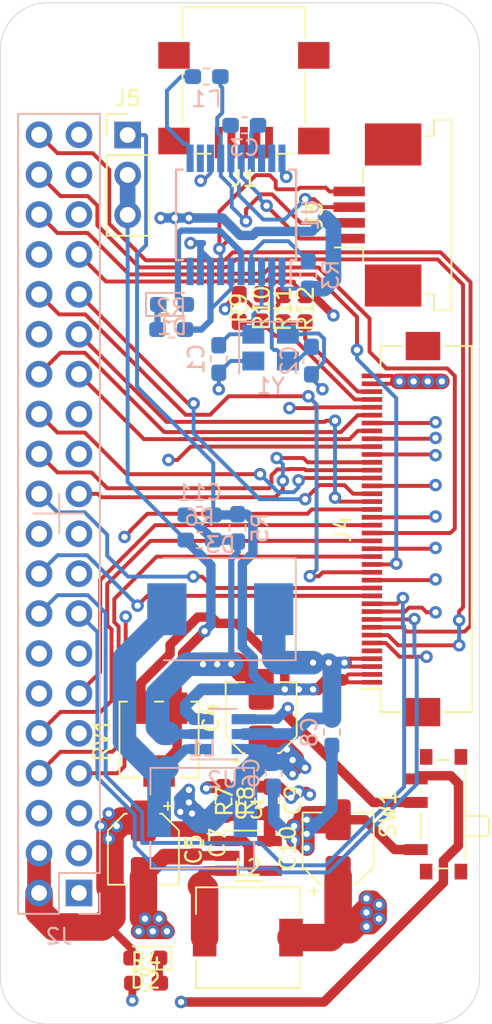
<source format=kicad_pcb>
(kicad_pcb (version 20171130) (host pcbnew "(5.1.4)-1")

  (general
    (thickness 1.6)
    (drawings 9)
    (tracks 734)
    (zones 0)
    (modules 43)
    (nets 60)
  )

  (page A4)
  (layers
    (0 F.Cu signal)
    (1 In1.Cu power hide)
    (2 In2.Cu power hide)
    (31 B.Cu signal)
    (32 B.Adhes user hide)
    (33 F.Adhes user hide)
    (34 B.Paste user hide)
    (35 F.Paste user hide)
    (36 B.SilkS user)
    (37 F.SilkS user)
    (38 B.Mask user hide)
    (39 F.Mask user hide)
    (40 Dwgs.User user)
    (41 Cmts.User user)
    (42 Eco1.User user)
    (43 Eco2.User user)
    (44 Edge.Cuts user)
    (45 Margin user)
    (46 B.CrtYd user hide)
    (47 F.CrtYd user hide)
    (48 B.Fab user hide)
    (49 F.Fab user hide)
  )

  (setup
    (last_trace_width 0.25)
    (user_trace_width 0.4)
    (user_trace_width 0.5)
    (user_trace_width 0.6)
    (user_trace_width 0.75)
    (user_trace_width 1)
    (user_trace_width 1.2)
    (user_trace_width 1.5)
    (user_trace_width 1.75)
    (user_trace_width 2)
    (user_trace_width 2.5)
    (trace_clearance 0.2)
    (zone_clearance 0.508)
    (zone_45_only no)
    (trace_min 0.2)
    (via_size 0.8)
    (via_drill 0.4)
    (via_min_size 0.4)
    (via_min_drill 0.3)
    (user_via 1.5 0.9)
    (user_via 2 1.8)
    (uvia_size 0.3)
    (uvia_drill 0.1)
    (uvias_allowed no)
    (uvia_min_size 0.2)
    (uvia_min_drill 0.1)
    (edge_width 0.05)
    (segment_width 0.2)
    (pcb_text_width 0.3)
    (pcb_text_size 1.5 1.5)
    (mod_edge_width 0.12)
    (mod_text_size 1 1)
    (mod_text_width 0.15)
    (pad_size 3.2 3.2)
    (pad_drill 3.2)
    (pad_to_mask_clearance 0.051)
    (solder_mask_min_width 0.25)
    (aux_axis_origin 0 0)
    (grid_origin 43.5 92.5)
    (visible_elements 7FFFFFFF)
    (pcbplotparams
      (layerselection 0x010fc_ffffffff)
      (usegerberextensions false)
      (usegerberattributes false)
      (usegerberadvancedattributes false)
      (creategerberjobfile false)
      (excludeedgelayer true)
      (linewidth 0.100000)
      (plotframeref false)
      (viasonmask false)
      (mode 1)
      (useauxorigin false)
      (hpglpennumber 1)
      (hpglpenspeed 20)
      (hpglpendiameter 15.000000)
      (psnegative false)
      (psa4output false)
      (plotreference true)
      (plotvalue true)
      (plotinvisibletext false)
      (padsonsilk false)
      (subtractmaskfromsilk false)
      (outputformat 1)
      (mirror false)
      (drillshape 1)
      (scaleselection 1)
      (outputdirectory ""))
  )

  (net 0 "")
  (net 1 GND)
  (net 2 "Net-(C1-Pad1)")
  (net 3 "Net-(C2-Pad1)")
  (net 4 "Net-(C3-Pad2)")
  (net 5 +5V)
  (net 6 LED+)
  (net 7 +3.3VP)
  (net 8 "Net-(C9-Pad2)")
  (net 9 "Net-(D1-Pad2)")
  (net 10 "Net-(D1-Pad1)")
  (net 11 "Net-(D2-Pad1)")
  (net 12 "Net-(D3-Pad2)")
  (net 13 "Net-(J1-Pad2)")
  (net 14 "Net-(J1-Pad3)")
  (net 15 VSYNC)
  (net 16 HSYNC)
  (net 17 Blue0)
  (net 18 Green2)
  (net 19 Green3)
  (net 20 Green5)
  (net 21 "Net-(J2-Pad12)")
  (net 22 "Net-(J2-Pad13)")
  (net 23 Red2)
  (net 24 Red3)
  (net 25 Red4)
  (net 26 /Blue6)
  (net 27 Blue5)
  (net 28 Red5)
  (net 29 /Blue7)
  (net 30 Blue4)
  (net 31 Blue3)
  (net 32 CLK)
  (net 33 DEN)
  (net 34 Blue1)
  (net 35 Blue2)
  (net 36 Green0)
  (net 37 Green1)
  (net 38 /Green7)
  (net 39 Green4)
  (net 40 "Net-(J2-Pad37)")
  (net 41 Red0)
  (net 42 Red1)
  (net 43 "Net-(J3-Pad1)")
  (net 44 "Net-(J3-Pad2)")
  (net 45 "Net-(J3-Pad3)")
  (net 46 "Net-(J3-Pad4)")
  (net 47 LED-)
  (net 48 "Net-(J4-Pad5)")
  (net 49 L_R)
  (net 50 U_D)
  (net 51 "Net-(L2-Pad1)")
  (net 52 "Net-(R1-Pad1)")
  (net 53 "Net-(R3-Pad2)")
  (net 54 EN_BCKLIT)
  (net 55 "Net-(U1-Pad10)")
  (net 56 "Net-(U1-Pad12)")
  (net 57 RV2)
  (net 58 "Net-(J2-Pad1)")
  (net 59 "Net-(J2-Pad17)")

  (net_class Default "Dies ist die voreingestellte Netzklasse."
    (clearance 0.2)
    (trace_width 0.25)
    (via_dia 0.8)
    (via_drill 0.4)
    (uvia_dia 0.3)
    (uvia_drill 0.1)
    (add_net +3.3VP)
    (add_net +5V)
    (add_net /Blue6)
    (add_net /Blue7)
    (add_net /Green7)
    (add_net Blue0)
    (add_net Blue1)
    (add_net Blue2)
    (add_net Blue3)
    (add_net Blue4)
    (add_net Blue5)
    (add_net CLK)
    (add_net DEN)
    (add_net EN_BCKLIT)
    (add_net GND)
    (add_net Green0)
    (add_net Green1)
    (add_net Green2)
    (add_net Green3)
    (add_net Green4)
    (add_net Green5)
    (add_net HSYNC)
    (add_net LED+)
    (add_net LED-)
    (add_net L_R)
    (add_net "Net-(C1-Pad1)")
    (add_net "Net-(C2-Pad1)")
    (add_net "Net-(C3-Pad2)")
    (add_net "Net-(C9-Pad2)")
    (add_net "Net-(D1-Pad1)")
    (add_net "Net-(D1-Pad2)")
    (add_net "Net-(D2-Pad1)")
    (add_net "Net-(D3-Pad2)")
    (add_net "Net-(J1-Pad2)")
    (add_net "Net-(J1-Pad3)")
    (add_net "Net-(J2-Pad1)")
    (add_net "Net-(J2-Pad12)")
    (add_net "Net-(J2-Pad13)")
    (add_net "Net-(J2-Pad17)")
    (add_net "Net-(J2-Pad37)")
    (add_net "Net-(J3-Pad1)")
    (add_net "Net-(J3-Pad2)")
    (add_net "Net-(J3-Pad3)")
    (add_net "Net-(J3-Pad4)")
    (add_net "Net-(J4-Pad5)")
    (add_net "Net-(L2-Pad1)")
    (add_net "Net-(R1-Pad1)")
    (add_net "Net-(R3-Pad2)")
    (add_net "Net-(U1-Pad10)")
    (add_net "Net-(U1-Pad12)")
    (add_net RV2)
    (add_net Red0)
    (add_net Red1)
    (add_net Red2)
    (add_net Red3)
    (add_net Red4)
    (add_net Red5)
    (add_net U_D)
    (add_net VSYNC)
  )

  (module Crystal:Crystal_SMD_3225-4Pin_3.2x2.5mm (layer B.Cu) (tedit 5A0FD1B2) (tstamp 603124F9)
    (at 57.2 56.95)
    (descr "SMD Crystal SERIES SMD3225/4 http://www.txccrystal.com/images/pdf/7m-accuracy.pdf, 3.2x2.5mm^2 package")
    (tags "SMD SMT crystal")
    (path /60467B7E)
    (attr smd)
    (fp_text reference Y1 (at 0 2.45) (layer B.SilkS)
      (effects (font (size 1 1) (thickness 0.15)) (justify mirror))
    )
    (fp_text value Crystal_GND24 (at 0 -2.45) (layer B.Fab)
      (effects (font (size 1 1) (thickness 0.15)) (justify mirror))
    )
    (fp_line (start 2.1 1.7) (end -2.1 1.7) (layer B.CrtYd) (width 0.05))
    (fp_line (start 2.1 -1.7) (end 2.1 1.7) (layer B.CrtYd) (width 0.05))
    (fp_line (start -2.1 -1.7) (end 2.1 -1.7) (layer B.CrtYd) (width 0.05))
    (fp_line (start -2.1 1.7) (end -2.1 -1.7) (layer B.CrtYd) (width 0.05))
    (fp_line (start -2 -1.65) (end 2 -1.65) (layer B.SilkS) (width 0.12))
    (fp_line (start -2 1.65) (end -2 -1.65) (layer B.SilkS) (width 0.12))
    (fp_line (start -1.6 -0.25) (end -0.6 -1.25) (layer B.Fab) (width 0.1))
    (fp_line (start 1.6 1.25) (end -1.6 1.25) (layer B.Fab) (width 0.1))
    (fp_line (start 1.6 -1.25) (end 1.6 1.25) (layer B.Fab) (width 0.1))
    (fp_line (start -1.6 -1.25) (end 1.6 -1.25) (layer B.Fab) (width 0.1))
    (fp_line (start -1.6 1.25) (end -1.6 -1.25) (layer B.Fab) (width 0.1))
    (fp_text user %R (at 0 0) (layer B.Fab)
      (effects (font (size 0.7 0.7) (thickness 0.105)) (justify mirror))
    )
    (pad 4 smd rect (at -1.1 0.85) (size 1.4 1.2) (layers B.Cu B.Paste B.Mask)
      (net 1 GND))
    (pad 3 smd rect (at 1.1 0.85) (size 1.4 1.2) (layers B.Cu B.Paste B.Mask)
      (net 3 "Net-(C2-Pad1)"))
    (pad 2 smd rect (at 1.1 -0.85) (size 1.4 1.2) (layers B.Cu B.Paste B.Mask)
      (net 1 GND))
    (pad 1 smd rect (at -1.1 -0.85) (size 1.4 1.2) (layers B.Cu B.Paste B.Mask)
      (net 2 "Net-(C1-Pad1)"))
    (model ${KISYS3DMOD}/Crystal.3dshapes/Crystal_SMD_3225-4Pin_3.2x2.5mm.wrl
      (at (xyz 0 0 0))
      (scale (xyz 1 1 1))
      (rotate (xyz 0 0 0))
    )
  )

  (module Connector_USB:USB_Mini-B_Lumberg_2486_01_Horizontal (layer F.Cu) (tedit 5AC6B535) (tstamp 602FE310)
    (at 55.5 41.2 180)
    (descr "USB Mini-B 5-pin SMD connector, http://downloads.lumberg.com/datenblaetter/en/2486_01.pdf")
    (tags "USB USB_B USB_Mini connector")
    (path /602F137E)
    (attr smd)
    (fp_text reference J1 (at 0 -5) (layer F.SilkS)
      (effects (font (size 1 1) (thickness 0.15)))
    )
    (fp_text value USB_B (at 0 7.5) (layer F.Fab)
      (effects (font (size 1 1) (thickness 0.15)))
    )
    (fp_line (start -4.35 6.35) (end -4.35 4.2) (layer F.CrtYd) (width 0.05))
    (fp_line (start -4.35 4.2) (end -5.95 4.2) (layer F.CrtYd) (width 0.05))
    (fp_line (start -5.95 1.5) (end -5.95 4.2) (layer F.CrtYd) (width 0.05))
    (fp_line (start -4.35 1.5) (end -5.95 1.5) (layer F.CrtYd) (width 0.05))
    (fp_line (start -4.35 -1.25) (end -4.35 1.5) (layer F.CrtYd) (width 0.05))
    (fp_line (start -4.35 -1.25) (end -5.95 -1.25) (layer F.CrtYd) (width 0.05))
    (fp_line (start -5.95 -3.95) (end -5.95 -1.25) (layer F.CrtYd) (width 0.05))
    (fp_line (start -5.95 -3.95) (end -2.35 -3.95) (layer F.CrtYd) (width 0.05))
    (fp_line (start -2.35 -3.95) (end -2.35 -4.2) (layer F.CrtYd) (width 0.05))
    (fp_line (start 5.95 -3.95) (end 5.95 -1.25) (layer F.CrtYd) (width 0.05))
    (fp_line (start 4.35 -1.25) (end 5.95 -1.25) (layer F.CrtYd) (width 0.05))
    (fp_line (start 4.35 -1.25) (end 4.35 1.5) (layer F.CrtYd) (width 0.05))
    (fp_line (start -1.95 -3.35) (end -1.6 -2.85) (layer F.Fab) (width 0.1))
    (fp_line (start 5.95 1.5) (end 5.95 4.2) (layer F.CrtYd) (width 0.05))
    (fp_line (start 5.95 -3.95) (end 2.35 -3.95) (layer F.CrtYd) (width 0.05))
    (fp_line (start -4.35 6.35) (end 4.35 6.35) (layer F.CrtYd) (width 0.05))
    (fp_line (start -3.85 -3.35) (end 3.85 -3.35) (layer F.Fab) (width 0.1))
    (fp_line (start -3.85 -3.35) (end -3.85 5.85) (layer F.Fab) (width 0.1))
    (fp_line (start -3.85 5.85) (end 3.85 5.85) (layer F.Fab) (width 0.1))
    (fp_line (start 3.85 5.85) (end 3.85 -3.35) (layer F.Fab) (width 0.1))
    (fp_line (start -3.91 5.91) (end -3.91 3.96) (layer F.SilkS) (width 0.12))
    (fp_line (start -3.91 1.74) (end -3.91 -1.49) (layer F.SilkS) (width 0.12))
    (fp_line (start -3.19 -3.41) (end -2.11 -3.41) (layer F.SilkS) (width 0.12))
    (fp_line (start 2.11 -3.41) (end 3.19 -3.41) (layer F.SilkS) (width 0.12))
    (fp_line (start 3.91 1.74) (end 3.91 -1.49) (layer F.SilkS) (width 0.12))
    (fp_line (start 3.91 5.91) (end 3.91 3.96) (layer F.SilkS) (width 0.12))
    (fp_text user %R (at 0 1.6 180) (layer F.Fab)
      (effects (font (size 1 1) (thickness 0.15)))
    )
    (fp_line (start -2.11 -3.41) (end -2.11 -3.84) (layer F.SilkS) (width 0.12))
    (fp_line (start -1.6 -2.85) (end -1.25 -3.35) (layer F.Fab) (width 0.1))
    (fp_line (start 3.91 5.91) (end -3.91 5.91) (layer F.SilkS) (width 0.12))
    (fp_line (start 4.35 6.35) (end 4.35 4.2) (layer F.CrtYd) (width 0.05))
    (fp_line (start 4.35 4.2) (end 5.95 4.2) (layer F.CrtYd) (width 0.05))
    (fp_line (start 4.35 1.5) (end 5.95 1.5) (layer F.CrtYd) (width 0.05))
    (fp_line (start 2.35 -3.95) (end 2.35 -4.2) (layer F.CrtYd) (width 0.05))
    (fp_line (start 2.35 -4.2) (end -2.35 -4.2) (layer F.CrtYd) (width 0.05))
    (pad "" np_thru_hole circle (at 2.2 0 180) (size 1 1) (drill 1) (layers *.Cu *.Mask))
    (pad "" np_thru_hole circle (at -2.2 0 180) (size 1 1) (drill 1) (layers *.Cu *.Mask))
    (pad 6 smd rect (at 4.45 2.85 180) (size 2 1.7) (layers F.Cu F.Paste F.Mask))
    (pad 6 smd rect (at 4.45 -2.6 180) (size 2 1.7) (layers F.Cu F.Paste F.Mask))
    (pad 6 smd rect (at -4.45 2.85 180) (size 2 1.7) (layers F.Cu F.Paste F.Mask))
    (pad 6 smd rect (at -4.45 -2.6 180) (size 2 1.7) (layers F.Cu F.Paste F.Mask))
    (pad 5 smd rect (at 1.6 -2.7 180) (size 0.5 2) (layers F.Cu F.Paste F.Mask)
      (net 1 GND))
    (pad 4 smd rect (at 0.8 -2.7 180) (size 0.5 2) (layers F.Cu F.Paste F.Mask)
      (net 1 GND))
    (pad 3 smd rect (at 0 -2.7 180) (size 0.5 2) (layers F.Cu F.Paste F.Mask)
      (net 14 "Net-(J1-Pad3)"))
    (pad 2 smd rect (at -0.8 -2.7 180) (size 0.5 2) (layers F.Cu F.Paste F.Mask)
      (net 13 "Net-(J1-Pad2)"))
    (pad 1 smd rect (at -1.6 -2.7 180) (size 0.5 2) (layers F.Cu F.Paste F.Mask)
      (net 5 +5V))
    (model ${KISYS3DMOD}/Connector_USB.3dshapes/USB_Mini-B_Lumberg_2486_01_Horizontal.wrl
      (at (xyz 0 0 0))
      (scale (xyz 1 1 1))
      (rotate (xyz 0 0 0))
    )
  )

  (module Capacitor_SMD:CP_Elec_4x5.3 (layer F.Cu) (tedit 5BCA39CF) (tstamp 602FE2A0)
    (at 61.5 88.8 90)
    (descr "SMD capacitor, aluminum electrolytic, Vishay, 4.0x5.3mm")
    (tags "capacitor electrolytic")
    (path /6046ECB3)
    (attr smd)
    (fp_text reference C10 (at 0 -3.2 90) (layer F.SilkS)
      (effects (font (size 1 1) (thickness 0.15)))
    )
    (fp_text value 22u (at 0 3.2 90) (layer F.Fab)
      (effects (font (size 1 1) (thickness 0.15)))
    )
    (fp_text user %R (at 0 0 90) (layer F.Fab)
      (effects (font (size 0.8 0.8) (thickness 0.12)))
    )
    (fp_line (start -3.35 1.05) (end -2.4 1.05) (layer F.CrtYd) (width 0.05))
    (fp_line (start -3.35 -1.05) (end -3.35 1.05) (layer F.CrtYd) (width 0.05))
    (fp_line (start -2.4 -1.05) (end -3.35 -1.05) (layer F.CrtYd) (width 0.05))
    (fp_line (start -2.4 1.05) (end -2.4 1.25) (layer F.CrtYd) (width 0.05))
    (fp_line (start -2.4 -1.25) (end -2.4 -1.05) (layer F.CrtYd) (width 0.05))
    (fp_line (start -2.4 -1.25) (end -1.25 -2.4) (layer F.CrtYd) (width 0.05))
    (fp_line (start -2.4 1.25) (end -1.25 2.4) (layer F.CrtYd) (width 0.05))
    (fp_line (start -1.25 -2.4) (end 2.4 -2.4) (layer F.CrtYd) (width 0.05))
    (fp_line (start -1.25 2.4) (end 2.4 2.4) (layer F.CrtYd) (width 0.05))
    (fp_line (start 2.4 1.05) (end 2.4 2.4) (layer F.CrtYd) (width 0.05))
    (fp_line (start 3.35 1.05) (end 2.4 1.05) (layer F.CrtYd) (width 0.05))
    (fp_line (start 3.35 -1.05) (end 3.35 1.05) (layer F.CrtYd) (width 0.05))
    (fp_line (start 2.4 -1.05) (end 3.35 -1.05) (layer F.CrtYd) (width 0.05))
    (fp_line (start 2.4 -2.4) (end 2.4 -1.05) (layer F.CrtYd) (width 0.05))
    (fp_line (start -2.75 -1.81) (end -2.75 -1.31) (layer F.SilkS) (width 0.12))
    (fp_line (start -3 -1.56) (end -2.5 -1.56) (layer F.SilkS) (width 0.12))
    (fp_line (start -2.26 1.195563) (end -1.195563 2.26) (layer F.SilkS) (width 0.12))
    (fp_line (start -2.26 -1.195563) (end -1.195563 -2.26) (layer F.SilkS) (width 0.12))
    (fp_line (start -2.26 -1.195563) (end -2.26 -1.06) (layer F.SilkS) (width 0.12))
    (fp_line (start -2.26 1.195563) (end -2.26 1.06) (layer F.SilkS) (width 0.12))
    (fp_line (start -1.195563 2.26) (end 2.26 2.26) (layer F.SilkS) (width 0.12))
    (fp_line (start -1.195563 -2.26) (end 2.26 -2.26) (layer F.SilkS) (width 0.12))
    (fp_line (start 2.26 -2.26) (end 2.26 -1.06) (layer F.SilkS) (width 0.12))
    (fp_line (start 2.26 2.26) (end 2.26 1.06) (layer F.SilkS) (width 0.12))
    (fp_line (start -1.374773 -1.2) (end -1.374773 -0.8) (layer F.Fab) (width 0.1))
    (fp_line (start -1.574773 -1) (end -1.174773 -1) (layer F.Fab) (width 0.1))
    (fp_line (start -2.15 1.15) (end -1.15 2.15) (layer F.Fab) (width 0.1))
    (fp_line (start -2.15 -1.15) (end -1.15 -2.15) (layer F.Fab) (width 0.1))
    (fp_line (start -2.15 -1.15) (end -2.15 1.15) (layer F.Fab) (width 0.1))
    (fp_line (start -1.15 2.15) (end 2.15 2.15) (layer F.Fab) (width 0.1))
    (fp_line (start -1.15 -2.15) (end 2.15 -2.15) (layer F.Fab) (width 0.1))
    (fp_line (start 2.15 -2.15) (end 2.15 2.15) (layer F.Fab) (width 0.1))
    (fp_circle (center 0 0) (end 2 0) (layer F.Fab) (width 0.1))
    (pad 2 smd roundrect (at 1.8 0 90) (size 2.6 1.6) (layers F.Cu F.Paste F.Mask) (roundrect_rratio 0.15625)
      (net 1 GND))
    (pad 1 smd roundrect (at -1.8 0 90) (size 2.6 1.6) (layers F.Cu F.Paste F.Mask) (roundrect_rratio 0.15625)
      (net 7 +3.3VP))
    (model ${KISYS3DMOD}/Capacitor_SMD.3dshapes/CP_Elec_4x5.3.wrl
      (at (xyz 0 0 0))
      (scale (xyz 1 1 1))
      (rotate (xyz 0 0 0))
    )
  )

  (module MountingHole:MountingHole_3.2mm_M3 (layer F.Cu) (tedit 56D1B4CB) (tstamp 60302FFE)
    (at 66.75 96.5)
    (descr "Mounting Hole 3.2mm, no annular, M3")
    (tags "mounting hole 3.2mm no annular m3")
    (path /603BD2B0)
    (attr virtual)
    (fp_text reference H4 (at 0 -4.2) (layer F.SilkS) hide
      (effects (font (size 1 1) (thickness 0.15)))
    )
    (fp_text value MountingHole (at 0 4.2) (layer F.Fab)
      (effects (font (size 1 1) (thickness 0.15)))
    )
    (fp_circle (center 0 0) (end 3.45 0) (layer F.CrtYd) (width 0.05))
    (fp_circle (center 0 0) (end 3.2 0) (layer Cmts.User) (width 0.15))
    (fp_text user %R (at 0.3 0) (layer F.Fab)
      (effects (font (size 1 1) (thickness 0.15)))
    )
    (pad 1 np_thru_hole circle (at 0 0) (size 3.2 3.2) (drill 3.2) (layers *.Cu *.Mask))
  )

  (module MountingHole:MountingHole_3.2mm_M3 (layer F.Cu) (tedit 56D1B4CB) (tstamp 60302A19)
    (at 66.75 38.5)
    (descr "Mounting Hole 3.2mm, no annular, M3")
    (tags "mounting hole 3.2mm no annular m3")
    (path /603BD03E)
    (attr virtual)
    (fp_text reference H3 (at 0 -4.2) (layer F.SilkS) hide
      (effects (font (size 1 1) (thickness 0.15)))
    )
    (fp_text value MountingHole (at 0 4.2) (layer F.Fab)
      (effects (font (size 1 1) (thickness 0.15)))
    )
    (fp_circle (center 0 0) (end 3.45 0) (layer F.CrtYd) (width 0.05))
    (fp_circle (center 0 0) (end 3.2 0) (layer Cmts.User) (width 0.15))
    (fp_text user %R (at 0.3 0) (layer F.Fab)
      (effects (font (size 1 1) (thickness 0.15)))
    )
    (pad 1 np_thru_hole circle (at 0 0) (size 3.2 3.2) (drill 3.2) (layers *.Cu *.Mask))
  )

  (module MountingHole:MountingHole_3.2mm_M3 (layer F.Cu) (tedit 56D1B4CB) (tstamp 60302A11)
    (at 43.75 96.5)
    (descr "Mounting Hole 3.2mm, no annular, M3")
    (tags "mounting hole 3.2mm no annular m3")
    (path /603BCE2E)
    (attr virtual)
    (fp_text reference H2 (at 3.75 -3.5) (layer F.SilkS) hide
      (effects (font (size 1 1) (thickness 0.15)))
    )
    (fp_text value MountingHole (at 0 4.2) (layer F.Fab)
      (effects (font (size 1 1) (thickness 0.15)))
    )
    (fp_circle (center 0 0) (end 3.45 0) (layer F.CrtYd) (width 0.05))
    (fp_circle (center 0 0) (end 3.2 0) (layer Cmts.User) (width 0.15))
    (fp_text user %R (at 0.3 0) (layer F.Fab)
      (effects (font (size 1 1) (thickness 0.15)))
    )
    (pad 1 np_thru_hole circle (at 0 0) (size 3.2 3.2) (drill 3.2) (layers *.Cu *.Mask))
  )

  (module MountingHole:MountingHole_3.2mm_M3 (layer F.Cu) (tedit 56D1B4CB) (tstamp 60302FC3)
    (at 43.75 38.5)
    (descr "Mounting Hole 3.2mm, no annular, M3")
    (tags "mounting hole 3.2mm no annular m3")
    (path /603BBE19)
    (attr virtual)
    (fp_text reference H1 (at 0 -4.2) (layer F.SilkS) hide
      (effects (font (size 1 1) (thickness 0.15)))
    )
    (fp_text value MountingHole (at 0 4.2) (layer F.Fab)
      (effects (font (size 1 1) (thickness 0.15)))
    )
    (fp_circle (center 0 0) (end 3.45 0) (layer F.CrtYd) (width 0.05))
    (fp_circle (center 0 0) (end 3.2 0) (layer Cmts.User) (width 0.15))
    (fp_text user %R (at 0.3 0) (layer F.Fab)
      (effects (font (size 1 1) (thickness 0.15)))
    )
    (pad 1 np_thru_hole circle (at 0 0) (size 3.2 3.2) (drill 3.2) (layers *.Cu *.Mask))
  )

  (module Connector_PinSocket_2.54mm:PinSocket_2x20_P2.54mm_Vertical (layer B.Cu) (tedit 60300576) (tstamp 60301E81)
    (at 45 91.66)
    (descr "Through hole straight socket strip, 2x20, 2.54mm pitch, double cols (from Kicad 4.0.7), script generated")
    (tags "Through hole socket strip THT 2x20 2.54mm double row")
    (path /602EEB0B)
    (fp_text reference J2 (at -1.27 2.77) (layer B.SilkS)
      (effects (font (size 1 1) (thickness 0.15)) (justify mirror))
    )
    (fp_text value RPI40 (at -1.27 -51.03) (layer B.Fab)
      (effects (font (size 1 1) (thickness 0.15)) (justify mirror))
    )
    (fp_line (start -3.81 1.27) (end 0.27 1.27) (layer B.Fab) (width 0.1))
    (fp_line (start 0.27 1.27) (end 1.27 0.27) (layer B.Fab) (width 0.1))
    (fp_line (start 1.27 0.27) (end 1.27 -49.53) (layer B.Fab) (width 0.1))
    (fp_line (start 1.27 -49.53) (end -3.81 -49.53) (layer B.Fab) (width 0.1))
    (fp_line (start -3.81 -49.53) (end -3.81 1.27) (layer B.Fab) (width 0.1))
    (fp_line (start -3.87 1.33) (end -1.27 1.33) (layer B.SilkS) (width 0.12))
    (fp_line (start -3.87 1.33) (end -3.87 -49.59) (layer B.SilkS) (width 0.12))
    (fp_line (start -3.87 -49.59) (end 1.33 -49.59) (layer B.SilkS) (width 0.12))
    (fp_line (start 1.33 -1.27) (end 1.33 -49.59) (layer B.SilkS) (width 0.12))
    (fp_line (start -1.27 -1.27) (end 1.33 -1.27) (layer B.SilkS) (width 0.12))
    (fp_line (start -1.27 1.33) (end -1.27 -1.27) (layer B.SilkS) (width 0.12))
    (fp_line (start 1.33 1.33) (end 1.33 0) (layer B.SilkS) (width 0.12))
    (fp_line (start 0 1.33) (end 1.33 1.33) (layer B.SilkS) (width 0.12))
    (fp_line (start -4.34 1.8) (end 1.76 1.8) (layer B.CrtYd) (width 0.05))
    (fp_line (start 1.76 1.8) (end 1.76 -50) (layer B.CrtYd) (width 0.05))
    (fp_line (start 1.76 -50) (end -4.34 -50) (layer B.CrtYd) (width 0.05))
    (fp_line (start -4.34 -50) (end -4.34 1.8) (layer B.CrtYd) (width 0.05))
    (fp_text user %R (at -1.27 -24.13 270) (layer B.Fab)
      (effects (font (size 1 1) (thickness 0.15)) (justify mirror))
    )
    (fp_line (start -2.9 -24.15) (end 0.3 -24.15) (layer B.SilkS) (width 0.12))
    (fp_line (start -1.25 -22.9) (end -1.25 -25.4) (layer B.SilkS) (width 0.12))
    (pad 1 thru_hole rect (at 0 0) (size 1.7 1.7) (drill 1) (layers *.Cu *.Mask)
      (net 58 "Net-(J2-Pad1)"))
    (pad 2 thru_hole oval (at -2.54 0) (size 1.7 1.7) (drill 1) (layers *.Cu *.Mask)
      (net 5 +5V))
    (pad 3 thru_hole oval (at 0 -2.54) (size 1.7 1.7) (drill 1) (layers *.Cu *.Mask)
      (net 15 VSYNC))
    (pad 4 thru_hole oval (at -2.54 -2.54) (size 1.7 1.7) (drill 1) (layers *.Cu *.Mask)
      (net 5 +5V))
    (pad 5 thru_hole oval (at 0 -5.08) (size 1.7 1.7) (drill 1) (layers *.Cu *.Mask)
      (net 16 HSYNC))
    (pad 6 thru_hole oval (at -2.54 -5.08) (size 1.7 1.7) (drill 1) (layers *.Cu *.Mask)
      (net 1 GND))
    (pad 7 thru_hole oval (at 0 -7.62) (size 1.7 1.7) (drill 1) (layers *.Cu *.Mask)
      (net 17 Blue0))
    (pad 8 thru_hole oval (at -2.54 -7.62) (size 1.7 1.7) (drill 1) (layers *.Cu *.Mask)
      (net 18 Green2))
    (pad 9 thru_hole oval (at 0 -10.16) (size 1.7 1.7) (drill 1) (layers *.Cu *.Mask)
      (net 1 GND))
    (pad 10 thru_hole oval (at -2.54 -10.16) (size 1.7 1.7) (drill 1) (layers *.Cu *.Mask)
      (net 19 Green3))
    (pad 11 thru_hole oval (at 0 -12.7) (size 1.7 1.7) (drill 1) (layers *.Cu *.Mask)
      (net 20 Green5))
    (pad 12 thru_hole oval (at -2.54 -12.7) (size 1.7 1.7) (drill 1) (layers *.Cu *.Mask)
      (net 21 "Net-(J2-Pad12)"))
    (pad 13 thru_hole oval (at 0 -15.24) (size 1.7 1.7) (drill 1) (layers *.Cu *.Mask)
      (net 22 "Net-(J2-Pad13)"))
    (pad 14 thru_hole oval (at -2.54 -15.24) (size 1.7 1.7) (drill 1) (layers *.Cu *.Mask)
      (net 1 GND))
    (pad 15 thru_hole oval (at 0 -17.78) (size 1.7 1.7) (drill 1) (layers *.Cu *.Mask)
      (net 23 Red2))
    (pad 16 thru_hole oval (at -2.54 -17.78) (size 1.7 1.7) (drill 1) (layers *.Cu *.Mask)
      (net 24 Red3))
    (pad 17 thru_hole oval (at 0 -20.32) (size 1.7 1.7) (drill 1) (layers *.Cu *.Mask)
      (net 59 "Net-(J2-Pad17)"))
    (pad 18 thru_hole oval (at -2.54 -20.32) (size 1.7 1.7) (drill 1) (layers *.Cu *.Mask)
      (net 25 Red4))
    (pad 19 thru_hole oval (at 0 -22.86) (size 1.7 1.7) (drill 1) (layers *.Cu *.Mask)
      (net 26 /Blue6))
    (pad 20 thru_hole oval (at -2.54 -22.86) (size 1.7 1.7) (drill 1) (layers *.Cu *.Mask)
      (net 1 GND))
    (pad 21 thru_hole oval (at 0 -25.4) (size 1.7 1.7) (drill 1) (layers *.Cu *.Mask)
      (net 27 Blue5))
    (pad 22 thru_hole oval (at -2.54 -25.4) (size 1.7 1.7) (drill 1) (layers *.Cu *.Mask)
      (net 28 Red5))
    (pad 23 thru_hole oval (at 0 -27.94) (size 1.7 1.7) (drill 1) (layers *.Cu *.Mask)
      (net 29 /Blue7))
    (pad 24 thru_hole oval (at -2.54 -27.94) (size 1.7 1.7) (drill 1) (layers *.Cu *.Mask)
      (net 30 Blue4))
    (pad 25 thru_hole oval (at 0 -30.48) (size 1.7 1.7) (drill 1) (layers *.Cu *.Mask)
      (net 1 GND))
    (pad 26 thru_hole oval (at -2.54 -30.48) (size 1.7 1.7) (drill 1) (layers *.Cu *.Mask)
      (net 31 Blue3))
    (pad 27 thru_hole oval (at 0 -33.02) (size 1.7 1.7) (drill 1) (layers *.Cu *.Mask)
      (net 32 CLK))
    (pad 28 thru_hole oval (at -2.54 -33.02) (size 1.7 1.7) (drill 1) (layers *.Cu *.Mask)
      (net 33 DEN))
    (pad 29 thru_hole oval (at 0 -35.56) (size 1.7 1.7) (drill 1) (layers *.Cu *.Mask)
      (net 34 Blue1))
    (pad 30 thru_hole oval (at -2.54 -35.56) (size 1.7 1.7) (drill 1) (layers *.Cu *.Mask)
      (net 1 GND))
    (pad 31 thru_hole oval (at 0 -38.1) (size 1.7 1.7) (drill 1) (layers *.Cu *.Mask)
      (net 35 Blue2))
    (pad 32 thru_hole oval (at -2.54 -38.1) (size 1.7 1.7) (drill 1) (layers *.Cu *.Mask)
      (net 36 Green0))
    (pad 33 thru_hole oval (at 0 -40.64) (size 1.7 1.7) (drill 1) (layers *.Cu *.Mask)
      (net 37 Green1))
    (pad 34 thru_hole oval (at -2.54 -40.64) (size 1.7 1.7) (drill 1) (layers *.Cu *.Mask)
      (net 1 GND))
    (pad 35 thru_hole oval (at 0 -43.18) (size 1.7 1.7) (drill 1) (layers *.Cu *.Mask)
      (net 38 /Green7))
    (pad 36 thru_hole oval (at -2.54 -43.18) (size 1.7 1.7) (drill 1) (layers *.Cu *.Mask)
      (net 39 Green4))
    (pad 37 thru_hole oval (at 0 -45.72) (size 1.7 1.7) (drill 1) (layers *.Cu *.Mask)
      (net 40 "Net-(J2-Pad37)"))
    (pad 38 thru_hole oval (at -2.54 -45.72) (size 1.7 1.7) (drill 1) (layers *.Cu *.Mask)
      (net 41 Red0))
    (pad 39 thru_hole oval (at 0 -48.26) (size 1.7 1.7) (drill 1) (layers *.Cu *.Mask)
      (net 1 GND))
    (pad 40 thru_hole oval (at -2.54 -48.26) (size 1.7 1.7) (drill 1) (layers *.Cu *.Mask)
      (net 42 Red1))
    (model ${KISYS3DMOD}/Connector_PinSocket_2.54mm.3dshapes/PinSocket_2x20_P2.54mm_Vertical.wrl
      (at (xyz 0 0 0))
      (scale (xyz 1 1 1))
      (rotate (xyz 0 0 0))
    )
  )

  (module Capacitor_SMD:C_0603_1608Metric_Pad1.05x0.95mm_HandSolder (layer F.Cu) (tedit 5B301BBE) (tstamp 602FE256)
    (at 52.404 88.472 270)
    (descr "Capacitor SMD 0603 (1608 Metric), square (rectangular) end terminal, IPC_7351 nominal with elongated pad for handsoldering. (Body size source: http://www.tortai-tech.com/upload/download/2011102023233369053.pdf), generated with kicad-footprint-generator")
    (tags "capacitor handsolder")
    (path /6044F274)
    (attr smd)
    (fp_text reference C7 (at 0 -1.43 90) (layer F.SilkS)
      (effects (font (size 1 1) (thickness 0.15)))
    )
    (fp_text value 100n (at 0 1.43 90) (layer F.Fab)
      (effects (font (size 1 1) (thickness 0.15)))
    )
    (fp_line (start -0.8 0.4) (end -0.8 -0.4) (layer F.Fab) (width 0.1))
    (fp_line (start -0.8 -0.4) (end 0.8 -0.4) (layer F.Fab) (width 0.1))
    (fp_line (start 0.8 -0.4) (end 0.8 0.4) (layer F.Fab) (width 0.1))
    (fp_line (start 0.8 0.4) (end -0.8 0.4) (layer F.Fab) (width 0.1))
    (fp_line (start -0.171267 -0.51) (end 0.171267 -0.51) (layer F.SilkS) (width 0.12))
    (fp_line (start -0.171267 0.51) (end 0.171267 0.51) (layer F.SilkS) (width 0.12))
    (fp_line (start -1.65 0.73) (end -1.65 -0.73) (layer F.CrtYd) (width 0.05))
    (fp_line (start -1.65 -0.73) (end 1.65 -0.73) (layer F.CrtYd) (width 0.05))
    (fp_line (start 1.65 -0.73) (end 1.65 0.73) (layer F.CrtYd) (width 0.05))
    (fp_line (start 1.65 0.73) (end -1.65 0.73) (layer F.CrtYd) (width 0.05))
    (fp_text user %R (at 0 0 90) (layer F.Fab)
      (effects (font (size 0.4 0.4) (thickness 0.06)))
    )
    (pad 1 smd roundrect (at -0.875 0 270) (size 1.05 0.95) (layers F.Cu F.Paste F.Mask) (roundrect_rratio 0.25)
      (net 5 +5V))
    (pad 2 smd roundrect (at 0.875 0 270) (size 1.05 0.95) (layers F.Cu F.Paste F.Mask) (roundrect_rratio 0.25)
      (net 1 GND))
    (model ${KISYS3DMOD}/Capacitor_SMD.3dshapes/C_0603_1608Metric.wrl
      (at (xyz 0 0 0))
      (scale (xyz 1 1 1))
      (rotate (xyz 0 0 0))
    )
  )

  (module LED_SMD:LED_0603_1608Metric_Pad1.05x0.95mm_HandSolder (layer F.Cu) (tedit 5B4B45C9) (tstamp 602FF464)
    (at 49.225 95.8 180)
    (descr "LED SMD 0603 (1608 Metric), square (rectangular) end terminal, IPC_7351 nominal, (Body size source: http://www.tortai-tech.com/upload/download/2011102023233369053.pdf), generated with kicad-footprint-generator")
    (tags "LED handsolder")
    (path /606D6C3E)
    (attr smd)
    (fp_text reference D2 (at 0 -1.43) (layer F.SilkS)
      (effects (font (size 1 1) (thickness 0.15)))
    )
    (fp_text value LED (at 0 1.43) (layer F.Fab)
      (effects (font (size 1 1) (thickness 0.15)))
    )
    (fp_line (start 0.8 -0.4) (end -0.5 -0.4) (layer F.Fab) (width 0.1))
    (fp_line (start -0.5 -0.4) (end -0.8 -0.1) (layer F.Fab) (width 0.1))
    (fp_line (start -0.8 -0.1) (end -0.8 0.4) (layer F.Fab) (width 0.1))
    (fp_line (start -0.8 0.4) (end 0.8 0.4) (layer F.Fab) (width 0.1))
    (fp_line (start 0.8 0.4) (end 0.8 -0.4) (layer F.Fab) (width 0.1))
    (fp_line (start 0.8 -0.735) (end -1.66 -0.735) (layer F.SilkS) (width 0.12))
    (fp_line (start -1.66 -0.735) (end -1.66 0.735) (layer F.SilkS) (width 0.12))
    (fp_line (start -1.66 0.735) (end 0.8 0.735) (layer F.SilkS) (width 0.12))
    (fp_line (start -1.65 0.73) (end -1.65 -0.73) (layer F.CrtYd) (width 0.05))
    (fp_line (start -1.65 -0.73) (end 1.65 -0.73) (layer F.CrtYd) (width 0.05))
    (fp_line (start 1.65 -0.73) (end 1.65 0.73) (layer F.CrtYd) (width 0.05))
    (fp_line (start 1.65 0.73) (end -1.65 0.73) (layer F.CrtYd) (width 0.05))
    (fp_text user %R (at 0 0) (layer F.Fab)
      (effects (font (size 0.4 0.4) (thickness 0.06)))
    )
    (pad 1 smd roundrect (at -0.875 0 180) (size 1.05 0.95) (layers F.Cu F.Paste F.Mask) (roundrect_rratio 0.25)
      (net 11 "Net-(D2-Pad1)"))
    (pad 2 smd roundrect (at 0.875 0 180) (size 1.05 0.95) (layers F.Cu F.Paste F.Mask) (roundrect_rratio 0.25)
      (net 5 +5V))
    (model ${KISYS3DMOD}/LED_SMD.3dshapes/LED_0603_1608Metric.wrl
      (at (xyz 0 0 0))
      (scale (xyz 1 1 1))
      (rotate (xyz 0 0 0))
    )
  )

  (module Capacitor_SMD:CP_Elec_4x5.3 (layer F.Cu) (tedit 5BCA39CF) (tstamp 60301269)
    (at 49.102 88.875 270)
    (descr "SMD capacitor, aluminum electrolytic, Vishay, 4.0x5.3mm")
    (tags "capacitor electrolytic")
    (path /6044FAF1)
    (attr smd)
    (fp_text reference C5 (at 0 -3.2 90) (layer F.SilkS)
      (effects (font (size 1 1) (thickness 0.15)))
    )
    (fp_text value 22u (at 0 3.2 90) (layer F.Fab)
      (effects (font (size 1 1) (thickness 0.15)))
    )
    (fp_circle (center 0 0) (end 2 0) (layer F.Fab) (width 0.1))
    (fp_line (start 2.15 -2.15) (end 2.15 2.15) (layer F.Fab) (width 0.1))
    (fp_line (start -1.15 -2.15) (end 2.15 -2.15) (layer F.Fab) (width 0.1))
    (fp_line (start -1.15 2.15) (end 2.15 2.15) (layer F.Fab) (width 0.1))
    (fp_line (start -2.15 -1.15) (end -2.15 1.15) (layer F.Fab) (width 0.1))
    (fp_line (start -2.15 -1.15) (end -1.15 -2.15) (layer F.Fab) (width 0.1))
    (fp_line (start -2.15 1.15) (end -1.15 2.15) (layer F.Fab) (width 0.1))
    (fp_line (start -1.574773 -1) (end -1.174773 -1) (layer F.Fab) (width 0.1))
    (fp_line (start -1.374773 -1.2) (end -1.374773 -0.8) (layer F.Fab) (width 0.1))
    (fp_line (start 2.26 2.26) (end 2.26 1.06) (layer F.SilkS) (width 0.12))
    (fp_line (start 2.26 -2.26) (end 2.26 -1.06) (layer F.SilkS) (width 0.12))
    (fp_line (start -1.195563 -2.26) (end 2.26 -2.26) (layer F.SilkS) (width 0.12))
    (fp_line (start -1.195563 2.26) (end 2.26 2.26) (layer F.SilkS) (width 0.12))
    (fp_line (start -2.26 1.195563) (end -2.26 1.06) (layer F.SilkS) (width 0.12))
    (fp_line (start -2.26 -1.195563) (end -2.26 -1.06) (layer F.SilkS) (width 0.12))
    (fp_line (start -2.26 -1.195563) (end -1.195563 -2.26) (layer F.SilkS) (width 0.12))
    (fp_line (start -2.26 1.195563) (end -1.195563 2.26) (layer F.SilkS) (width 0.12))
    (fp_line (start -3 -1.56) (end -2.5 -1.56) (layer F.SilkS) (width 0.12))
    (fp_line (start -2.75 -1.81) (end -2.75 -1.31) (layer F.SilkS) (width 0.12))
    (fp_line (start 2.4 -2.4) (end 2.4 -1.05) (layer F.CrtYd) (width 0.05))
    (fp_line (start 2.4 -1.05) (end 3.35 -1.05) (layer F.CrtYd) (width 0.05))
    (fp_line (start 3.35 -1.05) (end 3.35 1.05) (layer F.CrtYd) (width 0.05))
    (fp_line (start 3.35 1.05) (end 2.4 1.05) (layer F.CrtYd) (width 0.05))
    (fp_line (start 2.4 1.05) (end 2.4 2.4) (layer F.CrtYd) (width 0.05))
    (fp_line (start -1.25 2.4) (end 2.4 2.4) (layer F.CrtYd) (width 0.05))
    (fp_line (start -1.25 -2.4) (end 2.4 -2.4) (layer F.CrtYd) (width 0.05))
    (fp_line (start -2.4 1.25) (end -1.25 2.4) (layer F.CrtYd) (width 0.05))
    (fp_line (start -2.4 -1.25) (end -1.25 -2.4) (layer F.CrtYd) (width 0.05))
    (fp_line (start -2.4 -1.25) (end -2.4 -1.05) (layer F.CrtYd) (width 0.05))
    (fp_line (start -2.4 1.05) (end -2.4 1.25) (layer F.CrtYd) (width 0.05))
    (fp_line (start -2.4 -1.05) (end -3.35 -1.05) (layer F.CrtYd) (width 0.05))
    (fp_line (start -3.35 -1.05) (end -3.35 1.05) (layer F.CrtYd) (width 0.05))
    (fp_line (start -3.35 1.05) (end -2.4 1.05) (layer F.CrtYd) (width 0.05))
    (fp_text user %R (at 0 0 90) (layer F.Fab)
      (effects (font (size 0.8 0.8) (thickness 0.12)))
    )
    (pad 1 smd roundrect (at -1.8 0 270) (size 2.6 1.6) (layers F.Cu F.Paste F.Mask) (roundrect_rratio 0.15625)
      (net 5 +5V))
    (pad 2 smd roundrect (at 1.8 0 270) (size 2.6 1.6) (layers F.Cu F.Paste F.Mask) (roundrect_rratio 0.15625)
      (net 1 GND))
    (model ${KISYS3DMOD}/Capacitor_SMD.3dshapes/CP_Elec_4x5.3.wrl
      (at (xyz 0 0 0))
      (scale (xyz 1 1 1))
      (rotate (xyz 0 0 0))
    )
  )

  (module Resistor_SMD:R_0603_1608Metric_Pad1.05x0.95mm_HandSolder (layer F.Cu) (tedit 5B301BBD) (tstamp 602FE435)
    (at 49.275 97.4)
    (descr "Resistor SMD 0603 (1608 Metric), square (rectangular) end terminal, IPC_7351 nominal with elongated pad for handsoldering. (Body size source: http://www.tortai-tech.com/upload/download/2011102023233369053.pdf), generated with kicad-footprint-generator")
    (tags "resistor handsolder")
    (path /606D7C4E)
    (attr smd)
    (fp_text reference R4 (at 0 -1.43) (layer F.SilkS)
      (effects (font (size 1 1) (thickness 0.15)))
    )
    (fp_text value 180 (at 0 1.43) (layer F.Fab)
      (effects (font (size 1 1) (thickness 0.15)))
    )
    (fp_line (start -0.8 0.4) (end -0.8 -0.4) (layer F.Fab) (width 0.1))
    (fp_line (start -0.8 -0.4) (end 0.8 -0.4) (layer F.Fab) (width 0.1))
    (fp_line (start 0.8 -0.4) (end 0.8 0.4) (layer F.Fab) (width 0.1))
    (fp_line (start 0.8 0.4) (end -0.8 0.4) (layer F.Fab) (width 0.1))
    (fp_line (start -0.171267 -0.51) (end 0.171267 -0.51) (layer F.SilkS) (width 0.12))
    (fp_line (start -0.171267 0.51) (end 0.171267 0.51) (layer F.SilkS) (width 0.12))
    (fp_line (start -1.65 0.73) (end -1.65 -0.73) (layer F.CrtYd) (width 0.05))
    (fp_line (start -1.65 -0.73) (end 1.65 -0.73) (layer F.CrtYd) (width 0.05))
    (fp_line (start 1.65 -0.73) (end 1.65 0.73) (layer F.CrtYd) (width 0.05))
    (fp_line (start 1.65 0.73) (end -1.65 0.73) (layer F.CrtYd) (width 0.05))
    (fp_text user %R (at 0 0) (layer F.Fab)
      (effects (font (size 0.4 0.4) (thickness 0.06)))
    )
    (pad 1 smd roundrect (at -0.875 0) (size 1.05 0.95) (layers F.Cu F.Paste F.Mask) (roundrect_rratio 0.25)
      (net 1 GND))
    (pad 2 smd roundrect (at 0.875 0) (size 1.05 0.95) (layers F.Cu F.Paste F.Mask) (roundrect_rratio 0.25)
      (net 11 "Net-(D2-Pad1)"))
    (model ${KISYS3DMOD}/Resistor_SMD.3dshapes/R_0603_1608Metric.wrl
      (at (xyz 0 0 0))
      (scale (xyz 1 1 1))
      (rotate (xyz 0 0 0))
    )
  )

  (module Connector_PinHeader_2.54mm:PinHeader_1x03_P2.54mm_Vertical (layer F.Cu) (tedit 59FED5CC) (tstamp 60300E19)
    (at 48.1 43.42)
    (descr "Through hole straight pin header, 1x03, 2.54mm pitch, single row")
    (tags "Through hole pin header THT 1x03 2.54mm single row")
    (path /60330AC4)
    (fp_text reference J5 (at 0 -2.33) (layer F.SilkS)
      (effects (font (size 1 1) (thickness 0.15)))
    )
    (fp_text value Conn_01x03 (at 0 7.41) (layer F.Fab)
      (effects (font (size 1 1) (thickness 0.15)))
    )
    (fp_text user %R (at 0 2.54 90) (layer F.Fab)
      (effects (font (size 1 1) (thickness 0.15)))
    )
    (fp_line (start 1.8 -1.8) (end -1.8 -1.8) (layer F.CrtYd) (width 0.05))
    (fp_line (start 1.8 6.85) (end 1.8 -1.8) (layer F.CrtYd) (width 0.05))
    (fp_line (start -1.8 6.85) (end 1.8 6.85) (layer F.CrtYd) (width 0.05))
    (fp_line (start -1.8 -1.8) (end -1.8 6.85) (layer F.CrtYd) (width 0.05))
    (fp_line (start -1.33 -1.33) (end 0 -1.33) (layer F.SilkS) (width 0.12))
    (fp_line (start -1.33 0) (end -1.33 -1.33) (layer F.SilkS) (width 0.12))
    (fp_line (start -1.33 1.27) (end 1.33 1.27) (layer F.SilkS) (width 0.12))
    (fp_line (start 1.33 1.27) (end 1.33 6.41) (layer F.SilkS) (width 0.12))
    (fp_line (start -1.33 1.27) (end -1.33 6.41) (layer F.SilkS) (width 0.12))
    (fp_line (start -1.33 6.41) (end 1.33 6.41) (layer F.SilkS) (width 0.12))
    (fp_line (start -1.27 -0.635) (end -0.635 -1.27) (layer F.Fab) (width 0.1))
    (fp_line (start -1.27 6.35) (end -1.27 -0.635) (layer F.Fab) (width 0.1))
    (fp_line (start 1.27 6.35) (end -1.27 6.35) (layer F.Fab) (width 0.1))
    (fp_line (start 1.27 -1.27) (end 1.27 6.35) (layer F.Fab) (width 0.1))
    (fp_line (start -0.635 -1.27) (end 1.27 -1.27) (layer F.Fab) (width 0.1))
    (pad 3 thru_hole oval (at 0 5.08) (size 1.7 1.7) (drill 1) (layers *.Cu *.Mask)
      (net 57 RV2))
    (pad 2 thru_hole oval (at 0 2.54) (size 1.7 1.7) (drill 1) (layers *.Cu *.Mask)
      (net 57 RV2))
    (pad 1 thru_hole rect (at 0 0) (size 1.7 1.7) (drill 1) (layers *.Cu *.Mask)
      (net 47 LED-))
    (model ${KISYS3DMOD}/Connector_PinHeader_2.54mm.3dshapes/PinHeader_1x03_P2.54mm_Vertical.wrl
      (at (xyz 0 0 0))
      (scale (xyz 1 1 1))
      (rotate (xyz 0 0 0))
    )
  )

  (module Capacitor_SMD:C_0603_1608Metric_Pad1.05x0.95mm_HandSolder (layer B.Cu) (tedit 5B301BBE) (tstamp 60300BCA)
    (at 52.675 67.6 180)
    (descr "Capacitor SMD 0603 (1608 Metric), square (rectangular) end terminal, IPC_7351 nominal with elongated pad for handsoldering. (Body size source: http://www.tortai-tech.com/upload/download/2011102023233369053.pdf), generated with kicad-footprint-generator")
    (tags "capacitor handsolder")
    (path /6030FE8B)
    (attr smd)
    (fp_text reference C11 (at 0 1.43) (layer B.SilkS)
      (effects (font (size 1 1) (thickness 0.15)) (justify mirror))
    )
    (fp_text value 100n (at 0 -1.43) (layer B.Fab)
      (effects (font (size 1 1) (thickness 0.15)) (justify mirror))
    )
    (fp_text user %R (at 0 0) (layer B.Fab)
      (effects (font (size 0.4 0.4) (thickness 0.06)) (justify mirror))
    )
    (fp_line (start 1.65 -0.73) (end -1.65 -0.73) (layer B.CrtYd) (width 0.05))
    (fp_line (start 1.65 0.73) (end 1.65 -0.73) (layer B.CrtYd) (width 0.05))
    (fp_line (start -1.65 0.73) (end 1.65 0.73) (layer B.CrtYd) (width 0.05))
    (fp_line (start -1.65 -0.73) (end -1.65 0.73) (layer B.CrtYd) (width 0.05))
    (fp_line (start -0.171267 -0.51) (end 0.171267 -0.51) (layer B.SilkS) (width 0.12))
    (fp_line (start -0.171267 0.51) (end 0.171267 0.51) (layer B.SilkS) (width 0.12))
    (fp_line (start 0.8 -0.4) (end -0.8 -0.4) (layer B.Fab) (width 0.1))
    (fp_line (start 0.8 0.4) (end 0.8 -0.4) (layer B.Fab) (width 0.1))
    (fp_line (start -0.8 0.4) (end 0.8 0.4) (layer B.Fab) (width 0.1))
    (fp_line (start -0.8 -0.4) (end -0.8 0.4) (layer B.Fab) (width 0.1))
    (pad 2 smd roundrect (at 0.875 0 180) (size 1.05 0.95) (layers B.Cu B.Paste B.Mask) (roundrect_rratio 0.25)
      (net 1 GND))
    (pad 1 smd roundrect (at -0.875 0 180) (size 1.05 0.95) (layers B.Cu B.Paste B.Mask) (roundrect_rratio 0.25)
      (net 47 LED-))
    (model ${KISYS3DMOD}/Capacitor_SMD.3dshapes/C_0603_1608Metric.wrl
      (at (xyz 0 0 0))
      (scale (xyz 1 1 1))
      (rotate (xyz 0 0 0))
    )
  )

  (module Inductor_SMD:L_6.3x6.3_H3 (layer F.Cu) (tedit 5990349C) (tstamp 602FE3F1)
    (at 55.75 94.5)
    (descr "Choke, SMD, 6.3x6.3mm 3mm height")
    (tags "Choke SMD")
    (path /6046DEF6)
    (attr smd)
    (fp_text reference L2 (at 0 -4.45) (layer F.SilkS)
      (effects (font (size 1 1) (thickness 0.15)))
    )
    (fp_text value L_Small (at 0 4.45) (layer F.Fab)
      (effects (font (size 1 1) (thickness 0.15)))
    )
    (fp_arc (start 0 0) (end 1.91 1.91) (angle 90) (layer F.Fab) (width 0.1))
    (fp_arc (start 0 0) (end -1.91 -1.91) (angle 90) (layer F.Fab) (width 0.1))
    (fp_line (start -3.15 3.15) (end 3.15 3.15) (layer F.Fab) (width 0.1))
    (fp_line (start -3.15 -3.15) (end 3.15 -3.15) (layer F.Fab) (width 0.1))
    (fp_line (start -3.15 -3.15) (end -3.15 -1.5) (layer F.Fab) (width 0.1))
    (fp_line (start -3.15 3.15) (end -3.15 1.5) (layer F.Fab) (width 0.1))
    (fp_line (start 3.15 -3.15) (end 3.15 -1.5) (layer F.Fab) (width 0.1))
    (fp_line (start 3.15 3.15) (end 3.15 1.5) (layer F.Fab) (width 0.1))
    (fp_line (start 3.75 -3.4) (end -3.75 -3.4) (layer F.CrtYd) (width 0.05))
    (fp_line (start 3.75 3.4) (end 3.75 -3.4) (layer F.CrtYd) (width 0.05))
    (fp_line (start -3.75 3.4) (end 3.75 3.4) (layer F.CrtYd) (width 0.05))
    (fp_line (start -3.75 -3.4) (end -3.75 3.4) (layer F.CrtYd) (width 0.05))
    (fp_line (start 3.3 -3.2) (end 3.3 -1.5) (layer F.SilkS) (width 0.12))
    (fp_line (start -3.3 -3.2) (end 3.3 -3.2) (layer F.SilkS) (width 0.12))
    (fp_line (start -3.3 -1.5) (end -3.3 -3.2) (layer F.SilkS) (width 0.12))
    (fp_line (start -3.3 3.2) (end -3.3 1.5) (layer F.SilkS) (width 0.12))
    (fp_line (start 3.3 3.2) (end -3.3 3.2) (layer F.SilkS) (width 0.12))
    (fp_line (start 3.3 1.5) (end 3.3 3.2) (layer F.SilkS) (width 0.12))
    (fp_text user %R (at 0 0) (layer F.Fab)
      (effects (font (size 1 1) (thickness 0.15)))
    )
    (pad 2 smd rect (at 2.75 0) (size 1.5 2.4) (layers F.Cu F.Paste F.Mask)
      (net 7 +3.3VP))
    (pad 1 smd rect (at -2.75 0) (size 1.5 2.4) (layers F.Cu F.Paste F.Mask)
      (net 51 "Net-(L2-Pad1)"))
    (model ${KISYS3DMOD}/Inductor_SMD.3dshapes/L_6.3x6.3_H3.wrl
      (at (xyz 0 0 0))
      (scale (xyz 1 1 1))
      (rotate (xyz 0 0 0))
    )
  )

  (module Capacitor_SMD:C_0603_1608Metric_Pad1.05x0.95mm_HandSolder (layer B.Cu) (tedit 5B301BBE) (tstamp 602FE1C2)
    (at 53.9 57.675 270)
    (descr "Capacitor SMD 0603 (1608 Metric), square (rectangular) end terminal, IPC_7351 nominal with elongated pad for handsoldering. (Body size source: http://www.tortai-tech.com/upload/download/2011102023233369053.pdf), generated with kicad-footprint-generator")
    (tags "capacitor handsolder")
    (path /602FF7A8)
    (attr smd)
    (fp_text reference C1 (at 0 1.43 270) (layer B.SilkS)
      (effects (font (size 1 1) (thickness 0.15)) (justify mirror))
    )
    (fp_text value 22p (at 0 -1.43 270) (layer B.Fab)
      (effects (font (size 1 1) (thickness 0.15)) (justify mirror))
    )
    (fp_text user %R (at 0 0 270) (layer B.Fab)
      (effects (font (size 0.4 0.4) (thickness 0.06)) (justify mirror))
    )
    (fp_line (start 1.65 -0.73) (end -1.65 -0.73) (layer B.CrtYd) (width 0.05))
    (fp_line (start 1.65 0.73) (end 1.65 -0.73) (layer B.CrtYd) (width 0.05))
    (fp_line (start -1.65 0.73) (end 1.65 0.73) (layer B.CrtYd) (width 0.05))
    (fp_line (start -1.65 -0.73) (end -1.65 0.73) (layer B.CrtYd) (width 0.05))
    (fp_line (start -0.171267 -0.51) (end 0.171267 -0.51) (layer B.SilkS) (width 0.12))
    (fp_line (start -0.171267 0.51) (end 0.171267 0.51) (layer B.SilkS) (width 0.12))
    (fp_line (start 0.8 -0.4) (end -0.8 -0.4) (layer B.Fab) (width 0.1))
    (fp_line (start 0.8 0.4) (end 0.8 -0.4) (layer B.Fab) (width 0.1))
    (fp_line (start -0.8 0.4) (end 0.8 0.4) (layer B.Fab) (width 0.1))
    (fp_line (start -0.8 -0.4) (end -0.8 0.4) (layer B.Fab) (width 0.1))
    (pad 2 smd roundrect (at 0.875 0 270) (size 1.05 0.95) (layers B.Cu B.Paste B.Mask) (roundrect_rratio 0.25)
      (net 1 GND))
    (pad 1 smd roundrect (at -0.875 0 270) (size 1.05 0.95) (layers B.Cu B.Paste B.Mask) (roundrect_rratio 0.25)
      (net 2 "Net-(C1-Pad1)"))
    (model ${KISYS3DMOD}/Capacitor_SMD.3dshapes/C_0603_1608Metric.wrl
      (at (xyz 0 0 0))
      (scale (xyz 1 1 1))
      (rotate (xyz 0 0 0))
    )
  )

  (module Capacitor_SMD:C_0603_1608Metric_Pad1.05x0.95mm_HandSolder (layer B.Cu) (tedit 5B301BBE) (tstamp 602FE1D3)
    (at 59.8 57.775 270)
    (descr "Capacitor SMD 0603 (1608 Metric), square (rectangular) end terminal, IPC_7351 nominal with elongated pad for handsoldering. (Body size source: http://www.tortai-tech.com/upload/download/2011102023233369053.pdf), generated with kicad-footprint-generator")
    (tags "capacitor handsolder")
    (path /602FEB22)
    (attr smd)
    (fp_text reference C2 (at 0 1.43 270) (layer B.SilkS)
      (effects (font (size 1 1) (thickness 0.15)) (justify mirror))
    )
    (fp_text value 22p (at 0 -1.43 270) (layer B.Fab)
      (effects (font (size 1 1) (thickness 0.15)) (justify mirror))
    )
    (fp_text user %R (at 0 0 270) (layer B.Fab)
      (effects (font (size 0.4 0.4) (thickness 0.06)) (justify mirror))
    )
    (fp_line (start 1.65 -0.73) (end -1.65 -0.73) (layer B.CrtYd) (width 0.05))
    (fp_line (start 1.65 0.73) (end 1.65 -0.73) (layer B.CrtYd) (width 0.05))
    (fp_line (start -1.65 0.73) (end 1.65 0.73) (layer B.CrtYd) (width 0.05))
    (fp_line (start -1.65 -0.73) (end -1.65 0.73) (layer B.CrtYd) (width 0.05))
    (fp_line (start -0.171267 -0.51) (end 0.171267 -0.51) (layer B.SilkS) (width 0.12))
    (fp_line (start -0.171267 0.51) (end 0.171267 0.51) (layer B.SilkS) (width 0.12))
    (fp_line (start 0.8 -0.4) (end -0.8 -0.4) (layer B.Fab) (width 0.1))
    (fp_line (start 0.8 0.4) (end 0.8 -0.4) (layer B.Fab) (width 0.1))
    (fp_line (start -0.8 0.4) (end 0.8 0.4) (layer B.Fab) (width 0.1))
    (fp_line (start -0.8 -0.4) (end -0.8 0.4) (layer B.Fab) (width 0.1))
    (pad 2 smd roundrect (at 0.875 0 270) (size 1.05 0.95) (layers B.Cu B.Paste B.Mask) (roundrect_rratio 0.25)
      (net 1 GND))
    (pad 1 smd roundrect (at -0.875 0 270) (size 1.05 0.95) (layers B.Cu B.Paste B.Mask) (roundrect_rratio 0.25)
      (net 3 "Net-(C2-Pad1)"))
    (model ${KISYS3DMOD}/Capacitor_SMD.3dshapes/C_0603_1608Metric.wrl
      (at (xyz 0 0 0))
      (scale (xyz 1 1 1))
      (rotate (xyz 0 0 0))
    )
  )

  (module Capacitor_SMD:C_0603_1608Metric_Pad1.05x0.95mm_HandSolder (layer B.Cu) (tedit 5B301BBE) (tstamp 602FE1E4)
    (at 55.525 42.8)
    (descr "Capacitor SMD 0603 (1608 Metric), square (rectangular) end terminal, IPC_7351 nominal with elongated pad for handsoldering. (Body size source: http://www.tortai-tech.com/upload/download/2011102023233369053.pdf), generated with kicad-footprint-generator")
    (tags "capacitor handsolder")
    (path /6031266B)
    (attr smd)
    (fp_text reference C3 (at 0 1.43) (layer B.SilkS)
      (effects (font (size 1 1) (thickness 0.15)) (justify mirror))
    )
    (fp_text value 10n (at 0 -1.43) (layer B.Fab)
      (effects (font (size 1 1) (thickness 0.15)) (justify mirror))
    )
    (fp_line (start -0.8 -0.4) (end -0.8 0.4) (layer B.Fab) (width 0.1))
    (fp_line (start -0.8 0.4) (end 0.8 0.4) (layer B.Fab) (width 0.1))
    (fp_line (start 0.8 0.4) (end 0.8 -0.4) (layer B.Fab) (width 0.1))
    (fp_line (start 0.8 -0.4) (end -0.8 -0.4) (layer B.Fab) (width 0.1))
    (fp_line (start -0.171267 0.51) (end 0.171267 0.51) (layer B.SilkS) (width 0.12))
    (fp_line (start -0.171267 -0.51) (end 0.171267 -0.51) (layer B.SilkS) (width 0.12))
    (fp_line (start -1.65 -0.73) (end -1.65 0.73) (layer B.CrtYd) (width 0.05))
    (fp_line (start -1.65 0.73) (end 1.65 0.73) (layer B.CrtYd) (width 0.05))
    (fp_line (start 1.65 0.73) (end 1.65 -0.73) (layer B.CrtYd) (width 0.05))
    (fp_line (start 1.65 -0.73) (end -1.65 -0.73) (layer B.CrtYd) (width 0.05))
    (fp_text user %R (at 0 0) (layer B.Fab)
      (effects (font (size 0.4 0.4) (thickness 0.06)) (justify mirror))
    )
    (pad 1 smd roundrect (at -0.875 0) (size 1.05 0.95) (layers B.Cu B.Paste B.Mask) (roundrect_rratio 0.25)
      (net 1 GND))
    (pad 2 smd roundrect (at 0.875 0) (size 1.05 0.95) (layers B.Cu B.Paste B.Mask) (roundrect_rratio 0.25)
      (net 4 "Net-(C3-Pad2)"))
    (model ${KISYS3DMOD}/Capacitor_SMD.3dshapes/C_0603_1608Metric.wrl
      (at (xyz 0 0 0))
      (scale (xyz 1 1 1))
      (rotate (xyz 0 0 0))
    )
  )

  (module Capacitor_SMD:CP_Elec_4x5.3 (layer F.Cu) (tedit 5BCA39CF) (tstamp 602FE20C)
    (at 56.6 80.5 90)
    (descr "SMD capacitor, aluminum electrolytic, Vishay, 4.0x5.3mm")
    (tags "capacitor electrolytic")
    (path /604F81AF)
    (attr smd)
    (fp_text reference C4 (at 0 -3.2 90) (layer F.SilkS)
      (effects (font (size 1 1) (thickness 0.15)))
    )
    (fp_text value 22u (at 0 3.2 90) (layer F.Fab)
      (effects (font (size 1 1) (thickness 0.15)))
    )
    (fp_circle (center 0 0) (end 2 0) (layer F.Fab) (width 0.1))
    (fp_line (start 2.15 -2.15) (end 2.15 2.15) (layer F.Fab) (width 0.1))
    (fp_line (start -1.15 -2.15) (end 2.15 -2.15) (layer F.Fab) (width 0.1))
    (fp_line (start -1.15 2.15) (end 2.15 2.15) (layer F.Fab) (width 0.1))
    (fp_line (start -2.15 -1.15) (end -2.15 1.15) (layer F.Fab) (width 0.1))
    (fp_line (start -2.15 -1.15) (end -1.15 -2.15) (layer F.Fab) (width 0.1))
    (fp_line (start -2.15 1.15) (end -1.15 2.15) (layer F.Fab) (width 0.1))
    (fp_line (start -1.574773 -1) (end -1.174773 -1) (layer F.Fab) (width 0.1))
    (fp_line (start -1.374773 -1.2) (end -1.374773 -0.8) (layer F.Fab) (width 0.1))
    (fp_line (start 2.26 2.26) (end 2.26 1.06) (layer F.SilkS) (width 0.12))
    (fp_line (start 2.26 -2.26) (end 2.26 -1.06) (layer F.SilkS) (width 0.12))
    (fp_line (start -1.195563 -2.26) (end 2.26 -2.26) (layer F.SilkS) (width 0.12))
    (fp_line (start -1.195563 2.26) (end 2.26 2.26) (layer F.SilkS) (width 0.12))
    (fp_line (start -2.26 1.195563) (end -2.26 1.06) (layer F.SilkS) (width 0.12))
    (fp_line (start -2.26 -1.195563) (end -2.26 -1.06) (layer F.SilkS) (width 0.12))
    (fp_line (start -2.26 -1.195563) (end -1.195563 -2.26) (layer F.SilkS) (width 0.12))
    (fp_line (start -2.26 1.195563) (end -1.195563 2.26) (layer F.SilkS) (width 0.12))
    (fp_line (start -3 -1.56) (end -2.5 -1.56) (layer F.SilkS) (width 0.12))
    (fp_line (start -2.75 -1.81) (end -2.75 -1.31) (layer F.SilkS) (width 0.12))
    (fp_line (start 2.4 -2.4) (end 2.4 -1.05) (layer F.CrtYd) (width 0.05))
    (fp_line (start 2.4 -1.05) (end 3.35 -1.05) (layer F.CrtYd) (width 0.05))
    (fp_line (start 3.35 -1.05) (end 3.35 1.05) (layer F.CrtYd) (width 0.05))
    (fp_line (start 3.35 1.05) (end 2.4 1.05) (layer F.CrtYd) (width 0.05))
    (fp_line (start 2.4 1.05) (end 2.4 2.4) (layer F.CrtYd) (width 0.05))
    (fp_line (start -1.25 2.4) (end 2.4 2.4) (layer F.CrtYd) (width 0.05))
    (fp_line (start -1.25 -2.4) (end 2.4 -2.4) (layer F.CrtYd) (width 0.05))
    (fp_line (start -2.4 1.25) (end -1.25 2.4) (layer F.CrtYd) (width 0.05))
    (fp_line (start -2.4 -1.25) (end -1.25 -2.4) (layer F.CrtYd) (width 0.05))
    (fp_line (start -2.4 -1.25) (end -2.4 -1.05) (layer F.CrtYd) (width 0.05))
    (fp_line (start -2.4 1.05) (end -2.4 1.25) (layer F.CrtYd) (width 0.05))
    (fp_line (start -2.4 -1.05) (end -3.35 -1.05) (layer F.CrtYd) (width 0.05))
    (fp_line (start -3.35 -1.05) (end -3.35 1.05) (layer F.CrtYd) (width 0.05))
    (fp_line (start -3.35 1.05) (end -2.4 1.05) (layer F.CrtYd) (width 0.05))
    (fp_text user %R (at 0 0 90) (layer F.Fab)
      (effects (font (size 0.8 0.8) (thickness 0.12)))
    )
    (pad 1 smd roundrect (at -1.8 0 90) (size 2.6 1.6) (layers F.Cu F.Paste F.Mask) (roundrect_rratio 0.15625)
      (net 5 +5V))
    (pad 2 smd roundrect (at 1.8 0 90) (size 2.6 1.6) (layers F.Cu F.Paste F.Mask) (roundrect_rratio 0.15625)
      (net 1 GND))
    (model ${KISYS3DMOD}/Capacitor_SMD.3dshapes/CP_Elec_4x5.3.wrl
      (at (xyz 0 0 0))
      (scale (xyz 1 1 1))
      (rotate (xyz 0 0 0))
    )
  )

  (module Capacitor_SMD:C_0603_1608Metric_Pad1.05x0.95mm_HandSolder (layer B.Cu) (tedit 5B301BBE) (tstamp 602FE245)
    (at 57.4 84.025 270)
    (descr "Capacitor SMD 0603 (1608 Metric), square (rectangular) end terminal, IPC_7351 nominal with elongated pad for handsoldering. (Body size source: http://www.tortai-tech.com/upload/download/2011102023233369053.pdf), generated with kicad-footprint-generator")
    (tags "capacitor handsolder")
    (path /604F878F)
    (attr smd)
    (fp_text reference C6 (at 0 1.43 90) (layer B.SilkS)
      (effects (font (size 1 1) (thickness 0.15)) (justify mirror))
    )
    (fp_text value 100n (at 0 -1.43 90) (layer B.Fab)
      (effects (font (size 1 1) (thickness 0.15)) (justify mirror))
    )
    (fp_line (start -0.8 -0.4) (end -0.8 0.4) (layer B.Fab) (width 0.1))
    (fp_line (start -0.8 0.4) (end 0.8 0.4) (layer B.Fab) (width 0.1))
    (fp_line (start 0.8 0.4) (end 0.8 -0.4) (layer B.Fab) (width 0.1))
    (fp_line (start 0.8 -0.4) (end -0.8 -0.4) (layer B.Fab) (width 0.1))
    (fp_line (start -0.171267 0.51) (end 0.171267 0.51) (layer B.SilkS) (width 0.12))
    (fp_line (start -0.171267 -0.51) (end 0.171267 -0.51) (layer B.SilkS) (width 0.12))
    (fp_line (start -1.65 -0.73) (end -1.65 0.73) (layer B.CrtYd) (width 0.05))
    (fp_line (start -1.65 0.73) (end 1.65 0.73) (layer B.CrtYd) (width 0.05))
    (fp_line (start 1.65 0.73) (end 1.65 -0.73) (layer B.CrtYd) (width 0.05))
    (fp_line (start 1.65 -0.73) (end -1.65 -0.73) (layer B.CrtYd) (width 0.05))
    (fp_text user %R (at 0 0 90) (layer B.Fab)
      (effects (font (size 0.4 0.4) (thickness 0.06)) (justify mirror))
    )
    (pad 1 smd roundrect (at -0.875 0 270) (size 1.05 0.95) (layers B.Cu B.Paste B.Mask) (roundrect_rratio 0.25)
      (net 5 +5V))
    (pad 2 smd roundrect (at 0.875 0 270) (size 1.05 0.95) (layers B.Cu B.Paste B.Mask) (roundrect_rratio 0.25)
      (net 1 GND))
    (model ${KISYS3DMOD}/Capacitor_SMD.3dshapes/C_0603_1608Metric.wrl
      (at (xyz 0 0 0))
      (scale (xyz 1 1 1))
      (rotate (xyz 0 0 0))
    )
  )

  (module Capacitor_SMD:C_0603_1608Metric_Pad1.05x0.95mm_HandSolder (layer B.Cu) (tedit 5B301BBE) (tstamp 602FE267)
    (at 61.1 81.425 270)
    (descr "Capacitor SMD 0603 (1608 Metric), square (rectangular) end terminal, IPC_7351 nominal with elongated pad for handsoldering. (Body size source: http://www.tortai-tech.com/upload/download/2011102023233369053.pdf), generated with kicad-footprint-generator")
    (tags "capacitor handsolder")
    (path /605B8328)
    (attr smd)
    (fp_text reference C8 (at 0 1.43 90) (layer B.SilkS)
      (effects (font (size 1 1) (thickness 0.15)) (justify mirror))
    )
    (fp_text value 220n (at 0 -1.43 90) (layer B.Fab)
      (effects (font (size 1 1) (thickness 0.15)) (justify mirror))
    )
    (fp_text user %R (at 0 0 90) (layer B.Fab)
      (effects (font (size 0.4 0.4) (thickness 0.06)) (justify mirror))
    )
    (fp_line (start 1.65 -0.73) (end -1.65 -0.73) (layer B.CrtYd) (width 0.05))
    (fp_line (start 1.65 0.73) (end 1.65 -0.73) (layer B.CrtYd) (width 0.05))
    (fp_line (start -1.65 0.73) (end 1.65 0.73) (layer B.CrtYd) (width 0.05))
    (fp_line (start -1.65 -0.73) (end -1.65 0.73) (layer B.CrtYd) (width 0.05))
    (fp_line (start -0.171267 -0.51) (end 0.171267 -0.51) (layer B.SilkS) (width 0.12))
    (fp_line (start -0.171267 0.51) (end 0.171267 0.51) (layer B.SilkS) (width 0.12))
    (fp_line (start 0.8 -0.4) (end -0.8 -0.4) (layer B.Fab) (width 0.1))
    (fp_line (start 0.8 0.4) (end 0.8 -0.4) (layer B.Fab) (width 0.1))
    (fp_line (start -0.8 0.4) (end 0.8 0.4) (layer B.Fab) (width 0.1))
    (fp_line (start -0.8 -0.4) (end -0.8 0.4) (layer B.Fab) (width 0.1))
    (pad 2 smd roundrect (at 0.875 0 270) (size 1.05 0.95) (layers B.Cu B.Paste B.Mask) (roundrect_rratio 0.25)
      (net 1 GND))
    (pad 1 smd roundrect (at -0.875 0 270) (size 1.05 0.95) (layers B.Cu B.Paste B.Mask) (roundrect_rratio 0.25)
      (net 6 LED+))
    (model ${KISYS3DMOD}/Capacitor_SMD.3dshapes/C_0603_1608Metric.wrl
      (at (xyz 0 0 0))
      (scale (xyz 1 1 1))
      (rotate (xyz 0 0 0))
    )
  )

  (module Capacitor_SMD:C_0603_1608Metric_Pad1.05x0.95mm_HandSolder (layer F.Cu) (tedit 5B301BBE) (tstamp 602FE278)
    (at 57.2 85.775 270)
    (descr "Capacitor SMD 0603 (1608 Metric), square (rectangular) end terminal, IPC_7351 nominal with elongated pad for handsoldering. (Body size source: http://www.tortai-tech.com/upload/download/2011102023233369053.pdf), generated with kicad-footprint-generator")
    (tags "capacitor handsolder")
    (path /6049F304)
    (attr smd)
    (fp_text reference C9 (at 0 -1.43 90) (layer F.SilkS)
      (effects (font (size 1 1) (thickness 0.15)))
    )
    (fp_text value 100n (at 0 1.43 90) (layer F.Fab)
      (effects (font (size 1 1) (thickness 0.15)))
    )
    (fp_line (start -0.8 0.4) (end -0.8 -0.4) (layer F.Fab) (width 0.1))
    (fp_line (start -0.8 -0.4) (end 0.8 -0.4) (layer F.Fab) (width 0.1))
    (fp_line (start 0.8 -0.4) (end 0.8 0.4) (layer F.Fab) (width 0.1))
    (fp_line (start 0.8 0.4) (end -0.8 0.4) (layer F.Fab) (width 0.1))
    (fp_line (start -0.171267 -0.51) (end 0.171267 -0.51) (layer F.SilkS) (width 0.12))
    (fp_line (start -0.171267 0.51) (end 0.171267 0.51) (layer F.SilkS) (width 0.12))
    (fp_line (start -1.65 0.73) (end -1.65 -0.73) (layer F.CrtYd) (width 0.05))
    (fp_line (start -1.65 -0.73) (end 1.65 -0.73) (layer F.CrtYd) (width 0.05))
    (fp_line (start 1.65 -0.73) (end 1.65 0.73) (layer F.CrtYd) (width 0.05))
    (fp_line (start 1.65 0.73) (end -1.65 0.73) (layer F.CrtYd) (width 0.05))
    (fp_text user %R (at 0 0 90) (layer F.Fab)
      (effects (font (size 0.4 0.4) (thickness 0.06)))
    )
    (pad 1 smd roundrect (at -0.875 0 270) (size 1.05 0.95) (layers F.Cu F.Paste F.Mask) (roundrect_rratio 0.25)
      (net 7 +3.3VP))
    (pad 2 smd roundrect (at 0.875 0 270) (size 1.05 0.95) (layers F.Cu F.Paste F.Mask) (roundrect_rratio 0.25)
      (net 8 "Net-(C9-Pad2)"))
    (model ${KISYS3DMOD}/Capacitor_SMD.3dshapes/C_0603_1608Metric.wrl
      (at (xyz 0 0 0))
      (scale (xyz 1 1 1))
      (rotate (xyz 0 0 0))
    )
  )

  (module LED_SMD:LED_0603_1608Metric_Pad1.05x0.95mm_HandSolder (layer B.Cu) (tedit 5B4B45C9) (tstamp 602FE2B3)
    (at 50.925 54.2)
    (descr "LED SMD 0603 (1608 Metric), square (rectangular) end terminal, IPC_7351 nominal, (Body size source: http://www.tortai-tech.com/upload/download/2011102023233369053.pdf), generated with kicad-footprint-generator")
    (tags "LED handsolder")
    (path /6030F27D)
    (attr smd)
    (fp_text reference D1 (at 0 1.43) (layer B.SilkS)
      (effects (font (size 1 1) (thickness 0.15)) (justify mirror))
    )
    (fp_text value LED (at 0 -1.43) (layer B.Fab)
      (effects (font (size 1 1) (thickness 0.15)) (justify mirror))
    )
    (fp_text user %R (at 0 0) (layer B.Fab)
      (effects (font (size 0.4 0.4) (thickness 0.06)) (justify mirror))
    )
    (fp_line (start 1.65 -0.73) (end -1.65 -0.73) (layer B.CrtYd) (width 0.05))
    (fp_line (start 1.65 0.73) (end 1.65 -0.73) (layer B.CrtYd) (width 0.05))
    (fp_line (start -1.65 0.73) (end 1.65 0.73) (layer B.CrtYd) (width 0.05))
    (fp_line (start -1.65 -0.73) (end -1.65 0.73) (layer B.CrtYd) (width 0.05))
    (fp_line (start -1.66 -0.735) (end 0.8 -0.735) (layer B.SilkS) (width 0.12))
    (fp_line (start -1.66 0.735) (end -1.66 -0.735) (layer B.SilkS) (width 0.12))
    (fp_line (start 0.8 0.735) (end -1.66 0.735) (layer B.SilkS) (width 0.12))
    (fp_line (start 0.8 -0.4) (end 0.8 0.4) (layer B.Fab) (width 0.1))
    (fp_line (start -0.8 -0.4) (end 0.8 -0.4) (layer B.Fab) (width 0.1))
    (fp_line (start -0.8 0.1) (end -0.8 -0.4) (layer B.Fab) (width 0.1))
    (fp_line (start -0.5 0.4) (end -0.8 0.1) (layer B.Fab) (width 0.1))
    (fp_line (start 0.8 0.4) (end -0.5 0.4) (layer B.Fab) (width 0.1))
    (pad 2 smd roundrect (at 0.875 0) (size 1.05 0.95) (layers B.Cu B.Paste B.Mask) (roundrect_rratio 0.25)
      (net 9 "Net-(D1-Pad2)"))
    (pad 1 smd roundrect (at -0.875 0) (size 1.05 0.95) (layers B.Cu B.Paste B.Mask) (roundrect_rratio 0.25)
      (net 10 "Net-(D1-Pad1)"))
    (model ${KISYS3DMOD}/LED_SMD.3dshapes/LED_0603_1608Metric.wrl
      (at (xyz 0 0 0))
      (scale (xyz 1 1 1))
      (rotate (xyz 0 0 0))
    )
  )

  (module Connector_FFC-FPC:TE_84953-4_1x04-1MP_P1.0mm_Horizontal (layer F.Cu) (tedit 5AEE14E3) (tstamp 602FE378)
    (at 64 48.51 90)
    (descr "TE FPC connector, 04 top-side contacts, 1.0mm pitch, 1.0mm height, SMT, http://www.te.com/commerce/DocumentDelivery/DDEController?Action=srchrtrv&DocNm=84953&DocType=Customer+Drawing&DocLang=English&DocFormat=pdf&PartCntxt=84953-4")
    (tags "te fpc 84953")
    (path /60301AC4)
    (attr smd)
    (fp_text reference J3 (at 0 -4 90) (layer F.SilkS)
      (effects (font (size 1 1) (thickness 0.15)))
    )
    (fp_text value TOUCH (at 0 7.7 90) (layer F.Fab)
      (effects (font (size 1 1) (thickness 0.15)))
    )
    (fp_line (start -4.935 -0.8) (end 4.935 -0.8) (layer F.Fab) (width 0.1))
    (fp_line (start 4.935 -0.8) (end 4.935 3.71) (layer F.Fab) (width 0.1))
    (fp_line (start 4.935 3.71) (end 5.96 3.71) (layer F.Fab) (width 0.1))
    (fp_line (start 5.96 3.71) (end 5.96 4.6) (layer F.Fab) (width 0.1))
    (fp_line (start 5.96 4.6) (end -5.96 4.6) (layer F.Fab) (width 0.1))
    (fp_line (start -5.96 4.6) (end -5.96 3.71) (layer F.Fab) (width 0.1))
    (fp_line (start -5.96 3.71) (end -4.935 3.71) (layer F.Fab) (width 0.1))
    (fp_line (start -4.935 3.71) (end -4.935 -0.8) (layer F.Fab) (width 0.1))
    (fp_line (start -2 -0.8) (end -1.5 0.2) (layer F.Fab) (width 0.1))
    (fp_line (start -1.5 0.2) (end -1 -0.8) (layer F.Fab) (width 0.1))
    (fp_line (start 4.935 4.6) (end 4.935 5.61) (layer F.Fab) (width 0.1))
    (fp_line (start 4.935 5.61) (end 5.96 5.61) (layer F.Fab) (width 0.1))
    (fp_line (start 5.96 5.61) (end 5.96 6.5) (layer F.Fab) (width 0.1))
    (fp_line (start 5.96 6.5) (end -5.96 6.5) (layer F.Fab) (width 0.1))
    (fp_line (start -5.96 6.5) (end -5.96 5.61) (layer F.Fab) (width 0.1))
    (fp_line (start -5.96 5.61) (end -4.935 5.61) (layer F.Fab) (width 0.1))
    (fp_line (start -4.935 5.61) (end -4.935 4.6) (layer F.Fab) (width 0.1))
    (fp_line (start 5.045 3.06) (end 5.045 3.6) (layer F.SilkS) (width 0.12))
    (fp_line (start 5.045 3.6) (end 6.07 3.6) (layer F.SilkS) (width 0.12))
    (fp_line (start 6.07 3.6) (end 6.07 4.71) (layer F.SilkS) (width 0.12))
    (fp_line (start 6.07 4.71) (end -6.07 4.71) (layer F.SilkS) (width 0.12))
    (fp_line (start -6.07 4.71) (end -6.07 3.6) (layer F.SilkS) (width 0.12))
    (fp_line (start -6.07 3.6) (end -5.045 3.6) (layer F.SilkS) (width 0.12))
    (fp_line (start -5.045 3.6) (end -5.045 3.06) (layer F.SilkS) (width 0.12))
    (fp_line (start -2.89 -0.91) (end -2.065 -0.91) (layer F.SilkS) (width 0.12))
    (fp_line (start -2.065 -0.91) (end -2.065 -2.71) (layer F.SilkS) (width 0.12))
    (fp_line (start 2.065 -0.91) (end 2.89 -0.91) (layer F.SilkS) (width 0.12))
    (fp_line (start -6.46 -3.3) (end -6.46 7) (layer F.CrtYd) (width 0.05))
    (fp_line (start -6.46 7) (end 6.46 7) (layer F.CrtYd) (width 0.05))
    (fp_line (start 6.46 7) (end 6.46 -3.3) (layer F.CrtYd) (width 0.05))
    (fp_line (start 6.46 -3.3) (end -6.46 -3.3) (layer F.CrtYd) (width 0.05))
    (fp_text user %R (at 0 1.9 90) (layer F.Fab)
      (effects (font (size 1 1) (thickness 0.15)))
    )
    (pad 1 smd rect (at -1.5 -1.8 90) (size 0.61 2) (layers F.Cu F.Paste F.Mask)
      (net 43 "Net-(J3-Pad1)"))
    (pad 2 smd rect (at -0.5 -1.8 90) (size 0.61 2) (layers F.Cu F.Paste F.Mask)
      (net 44 "Net-(J3-Pad2)"))
    (pad 3 smd rect (at 0.5 -1.8 90) (size 0.61 2) (layers F.Cu F.Paste F.Mask)
      (net 45 "Net-(J3-Pad3)"))
    (pad 4 smd rect (at 1.5 -1.8 90) (size 0.61 2) (layers F.Cu F.Paste F.Mask)
      (net 46 "Net-(J3-Pad4)"))
    (pad MP smd rect (at -4.49 1 90) (size 2.68 3.6) (layers F.Cu F.Paste F.Mask))
    (pad MP smd rect (at 4.49 1 90) (size 2.68 3.6) (layers F.Cu F.Paste F.Mask))
    (model ${KISYS3DMOD}/Connector_FFC-FPC.3dshapes/TE_84953-4_1x04-1MP_P1.0mm_Horizontal.wrl
      (at (xyz 0 0 0))
      (scale (xyz 1 1 1))
      (rotate (xyz 0 0 0))
    )
  )

  (module Connector_FFC-FPC:Hirose_FH12-40S-0.5SH_1x40-1MP_P0.50mm_Horizontal (layer F.Cu) (tedit 5D24667B) (tstamp 602FE3C3)
    (at 65.5 68.5 90)
    (descr "Hirose FH12, FFC/FPC connector, FH12-40S-0.5SH, 40 Pins per row (https://www.hirose.com/product/en/products/FH12/FH12-24S-0.5SH(55)/), generated with kicad-footprint-generator")
    (tags "connector Hirose FH12 horizontal")
    (path /6031CD19)
    (attr smd)
    (fp_text reference J4 (at 0 -3.7 90) (layer F.SilkS)
      (effects (font (size 1 1) (thickness 0.15)))
    )
    (fp_text value Conn_01x40 (at 0 5.6 90) (layer F.Fab)
      (effects (font (size 1 1) (thickness 0.15)))
    )
    (fp_line (start 0 -1.2) (end -11.55 -1.2) (layer F.Fab) (width 0.1))
    (fp_line (start -11.55 -1.2) (end -11.55 3.4) (layer F.Fab) (width 0.1))
    (fp_line (start -11.55 3.4) (end -10.95 3.4) (layer F.Fab) (width 0.1))
    (fp_line (start -10.95 3.4) (end -10.95 3.7) (layer F.Fab) (width 0.1))
    (fp_line (start -10.95 3.7) (end -11.45 3.7) (layer F.Fab) (width 0.1))
    (fp_line (start -11.45 3.7) (end -11.45 4.4) (layer F.Fab) (width 0.1))
    (fp_line (start -11.45 4.4) (end 0 4.4) (layer F.Fab) (width 0.1))
    (fp_line (start 0 -1.2) (end 11.55 -1.2) (layer F.Fab) (width 0.1))
    (fp_line (start 11.55 -1.2) (end 11.55 3.4) (layer F.Fab) (width 0.1))
    (fp_line (start 11.55 3.4) (end 10.95 3.4) (layer F.Fab) (width 0.1))
    (fp_line (start 10.95 3.4) (end 10.95 3.7) (layer F.Fab) (width 0.1))
    (fp_line (start 10.95 3.7) (end 11.45 3.7) (layer F.Fab) (width 0.1))
    (fp_line (start 11.45 3.7) (end 11.45 4.4) (layer F.Fab) (width 0.1))
    (fp_line (start 11.45 4.4) (end 0 4.4) (layer F.Fab) (width 0.1))
    (fp_line (start -10.16 -1.3) (end -11.65 -1.3) (layer F.SilkS) (width 0.12))
    (fp_line (start -11.65 -1.3) (end -11.65 0.04) (layer F.SilkS) (width 0.12))
    (fp_line (start 10.16 -1.3) (end 11.65 -1.3) (layer F.SilkS) (width 0.12))
    (fp_line (start 11.65 -1.3) (end 11.65 0.04) (layer F.SilkS) (width 0.12))
    (fp_line (start -11.65 2.76) (end -11.65 4.5) (layer F.SilkS) (width 0.12))
    (fp_line (start -11.65 4.5) (end 11.65 4.5) (layer F.SilkS) (width 0.12))
    (fp_line (start 11.65 4.5) (end 11.65 2.76) (layer F.SilkS) (width 0.12))
    (fp_line (start -10.16 -1.3) (end -10.16 -2.5) (layer F.SilkS) (width 0.12))
    (fp_line (start -10.25 -1.2) (end -9.75 -0.492893) (layer F.Fab) (width 0.1))
    (fp_line (start -9.75 -0.492893) (end -9.25 -1.2) (layer F.Fab) (width 0.1))
    (fp_line (start -13.05 -3) (end -13.05 4.9) (layer F.CrtYd) (width 0.05))
    (fp_line (start -13.05 4.9) (end 13.05 4.9) (layer F.CrtYd) (width 0.05))
    (fp_line (start 13.05 4.9) (end 13.05 -3) (layer F.CrtYd) (width 0.05))
    (fp_line (start 13.05 -3) (end -13.05 -3) (layer F.CrtYd) (width 0.05))
    (fp_text user %R (at 0 3.7 90) (layer F.Fab)
      (effects (font (size 1 1) (thickness 0.15)))
    )
    (pad MP smd rect (at 11.65 1.4 90) (size 1.8 2.2) (layers F.Cu F.Paste F.Mask))
    (pad MP smd rect (at -11.65 1.4 90) (size 1.8 2.2) (layers F.Cu F.Paste F.Mask))
    (pad 1 smd rect (at -9.75 -1.85 90) (size 0.3 1.3) (layers F.Cu F.Paste F.Mask)
      (net 47 LED-))
    (pad 2 smd rect (at -9.25 -1.85 90) (size 0.3 1.3) (layers F.Cu F.Paste F.Mask)
      (net 47 LED-))
    (pad 3 smd rect (at -8.75 -1.85 90) (size 0.3 1.3) (layers F.Cu F.Paste F.Mask)
      (net 6 LED+))
    (pad 4 smd rect (at -8.25 -1.85 90) (size 0.3 1.3) (layers F.Cu F.Paste F.Mask)
      (net 6 LED+))
    (pad 5 smd rect (at -7.75 -1.85 90) (size 0.3 1.3) (layers F.Cu F.Paste F.Mask)
      (net 48 "Net-(J4-Pad5)"))
    (pad 6 smd rect (at -7.25 -1.85 90) (size 0.3 1.3) (layers F.Cu F.Paste F.Mask)
      (net 1 GND))
    (pad 7 smd rect (at -6.75 -1.85 90) (size 0.3 1.3) (layers F.Cu F.Paste F.Mask)
      (net 41 Red0))
    (pad 8 smd rect (at -6.25 -1.85 90) (size 0.3 1.3) (layers F.Cu F.Paste F.Mask)
      (net 42 Red1))
    (pad 9 smd rect (at -5.75 -1.85 90) (size 0.3 1.3) (layers F.Cu F.Paste F.Mask)
      (net 23 Red2))
    (pad 10 smd rect (at -5.25 -1.85 90) (size 0.3 1.3) (layers F.Cu F.Paste F.Mask)
      (net 1 GND))
    (pad 11 smd rect (at -4.75 -1.85 90) (size 0.3 1.3) (layers F.Cu F.Paste F.Mask)
      (net 24 Red3))
    (pad 12 smd rect (at -4.25 -1.85 90) (size 0.3 1.3) (layers F.Cu F.Paste F.Mask)
      (net 25 Red4))
    (pad 13 smd rect (at -3.75 -1.85 90) (size 0.3 1.3) (layers F.Cu F.Paste F.Mask)
      (net 28 Red5))
    (pad 14 smd rect (at -3.25 -1.85 90) (size 0.3 1.3) (layers F.Cu F.Paste F.Mask)
      (net 1 GND))
    (pad 15 smd rect (at -2.75 -1.85 90) (size 0.3 1.3) (layers F.Cu F.Paste F.Mask)
      (net 36 Green0))
    (pad 16 smd rect (at -2.25 -1.85 90) (size 0.3 1.3) (layers F.Cu F.Paste F.Mask)
      (net 37 Green1))
    (pad 17 smd rect (at -1.75 -1.85 90) (size 0.3 1.3) (layers F.Cu F.Paste F.Mask)
      (net 18 Green2))
    (pad 18 smd rect (at -1.25 -1.85 90) (size 0.3 1.3) (layers F.Cu F.Paste F.Mask)
      (net 1 GND))
    (pad 19 smd rect (at -0.75 -1.85 90) (size 0.3 1.3) (layers F.Cu F.Paste F.Mask)
      (net 19 Green3))
    (pad 20 smd rect (at -0.25 -1.85 90) (size 0.3 1.3) (layers F.Cu F.Paste F.Mask)
      (net 39 Green4))
    (pad 21 smd rect (at 0.25 -1.85 90) (size 0.3 1.3) (layers F.Cu F.Paste F.Mask)
      (net 20 Green5))
    (pad 22 smd rect (at 0.75 -1.85 90) (size 0.3 1.3) (layers F.Cu F.Paste F.Mask)
      (net 1 GND))
    (pad 23 smd rect (at 1.25 -1.85 90) (size 0.3 1.3) (layers F.Cu F.Paste F.Mask)
      (net 17 Blue0))
    (pad 24 smd rect (at 1.75 -1.85 90) (size 0.3 1.3) (layers F.Cu F.Paste F.Mask)
      (net 34 Blue1))
    (pad 25 smd rect (at 2.25 -1.85 90) (size 0.3 1.3) (layers F.Cu F.Paste F.Mask)
      (net 35 Blue2))
    (pad 26 smd rect (at 2.75 -1.85 90) (size 0.3 1.3) (layers F.Cu F.Paste F.Mask)
      (net 1 GND))
    (pad 27 smd rect (at 3.25 -1.85 90) (size 0.3 1.3) (layers F.Cu F.Paste F.Mask)
      (net 31 Blue3))
    (pad 28 smd rect (at 3.75 -1.85 90) (size 0.3 1.3) (layers F.Cu F.Paste F.Mask)
      (net 30 Blue4))
    (pad 29 smd rect (at 4.25 -1.85 90) (size 0.3 1.3) (layers F.Cu F.Paste F.Mask)
      (net 27 Blue5))
    (pad 30 smd rect (at 4.75 -1.85 90) (size 0.3 1.3) (layers F.Cu F.Paste F.Mask)
      (net 1 GND))
    (pad 31 smd rect (at 5.25 -1.85 90) (size 0.3 1.3) (layers F.Cu F.Paste F.Mask)
      (net 16 HSYNC))
    (pad 32 smd rect (at 5.75 -1.85 90) (size 0.3 1.3) (layers F.Cu F.Paste F.Mask)
      (net 1 GND))
    (pad 33 smd rect (at 6.25 -1.85 90) (size 0.3 1.3) (layers F.Cu F.Paste F.Mask)
      (net 32 CLK))
    (pad 34 smd rect (at 6.75 -1.85 90) (size 0.3 1.3) (layers F.Cu F.Paste F.Mask)
      (net 1 GND))
    (pad 35 smd rect (at 7.25 -1.85 90) (size 0.3 1.3) (layers F.Cu F.Paste F.Mask)
      (net 33 DEN))
    (pad 36 smd rect (at 7.75 -1.85 90) (size 0.3 1.3) (layers F.Cu F.Paste F.Mask)
      (net 15 VSYNC))
    (pad 37 smd rect (at 8.25 -1.85 90) (size 0.3 1.3) (layers F.Cu F.Paste F.Mask)
      (net 49 L_R))
    (pad 38 smd rect (at 8.75 -1.85 90) (size 0.3 1.3) (layers F.Cu F.Paste F.Mask)
      (net 50 U_D))
    (pad 39 smd rect (at 9.25 -1.85 90) (size 0.3 1.3) (layers F.Cu F.Paste F.Mask)
      (net 7 +3.3VP))
    (pad 40 smd rect (at 9.75 -1.85 90) (size 0.3 1.3) (layers F.Cu F.Paste F.Mask)
      (net 7 +3.3VP))
    (model ${KISYS3DMOD}/Connector_FFC-FPC.3dshapes/Hirose_FH12-40S-0.5SH_1x40-1MP_P0.50mm_Horizontal.wrl
      (at (xyz 0 0 0))
      (scale (xyz 1 1 1))
      (rotate (xyz 0 0 0))
    )
  )

  (module Inductor_SMD:L_6.3x6.3_H3 (layer B.Cu) (tedit 5990349C) (tstamp 602FE3DC)
    (at 52.85 86.9 180)
    (descr "Choke, SMD, 6.3x6.3mm 3mm height")
    (tags "Choke SMD")
    (path /60531AA4)
    (attr smd)
    (fp_text reference L1 (at 0 4.45) (layer B.SilkS)
      (effects (font (size 1 1) (thickness 0.15)) (justify mirror))
    )
    (fp_text value 22u (at 0 -4.45) (layer B.Fab)
      (effects (font (size 1 1) (thickness 0.15)) (justify mirror))
    )
    (fp_text user %R (at 0 0) (layer B.Fab)
      (effects (font (size 1 1) (thickness 0.15)) (justify mirror))
    )
    (fp_line (start 3.3 -1.5) (end 3.3 -3.2) (layer B.SilkS) (width 0.12))
    (fp_line (start 3.3 -3.2) (end -3.3 -3.2) (layer B.SilkS) (width 0.12))
    (fp_line (start -3.3 -3.2) (end -3.3 -1.5) (layer B.SilkS) (width 0.12))
    (fp_line (start -3.3 1.5) (end -3.3 3.2) (layer B.SilkS) (width 0.12))
    (fp_line (start -3.3 3.2) (end 3.3 3.2) (layer B.SilkS) (width 0.12))
    (fp_line (start 3.3 3.2) (end 3.3 1.5) (layer B.SilkS) (width 0.12))
    (fp_line (start -3.75 3.4) (end -3.75 -3.4) (layer B.CrtYd) (width 0.05))
    (fp_line (start -3.75 -3.4) (end 3.75 -3.4) (layer B.CrtYd) (width 0.05))
    (fp_line (start 3.75 -3.4) (end 3.75 3.4) (layer B.CrtYd) (width 0.05))
    (fp_line (start 3.75 3.4) (end -3.75 3.4) (layer B.CrtYd) (width 0.05))
    (fp_line (start 3.15 -3.15) (end 3.15 -1.5) (layer B.Fab) (width 0.1))
    (fp_line (start 3.15 3.15) (end 3.15 1.5) (layer B.Fab) (width 0.1))
    (fp_line (start -3.15 -3.15) (end -3.15 -1.5) (layer B.Fab) (width 0.1))
    (fp_line (start -3.15 3.15) (end -3.15 1.5) (layer B.Fab) (width 0.1))
    (fp_line (start -3.15 3.15) (end 3.15 3.15) (layer B.Fab) (width 0.1))
    (fp_line (start -3.15 -3.15) (end 3.15 -3.15) (layer B.Fab) (width 0.1))
    (fp_arc (start 0 0) (end -1.91 1.91) (angle -90) (layer B.Fab) (width 0.1))
    (fp_arc (start 0 0) (end 1.91 -1.91) (angle -90) (layer B.Fab) (width 0.1))
    (pad 1 smd rect (at -2.75 0 180) (size 1.5 2.4) (layers B.Cu B.Paste B.Mask)
      (net 5 +5V))
    (pad 2 smd rect (at 2.75 0 180) (size 1.5 2.4) (layers B.Cu B.Paste B.Mask)
      (net 12 "Net-(D3-Pad2)"))
    (model ${KISYS3DMOD}/Inductor_SMD.3dshapes/L_6.3x6.3_H3.wrl
      (at (xyz 0 0 0))
      (scale (xyz 1 1 1))
      (rotate (xyz 0 0 0))
    )
  )

  (module Resistor_SMD:R_0603_1608Metric_Pad1.05x0.95mm_HandSolder (layer B.Cu) (tedit 5B301BBD) (tstamp 602FE402)
    (at 53.125 39.7)
    (descr "Resistor SMD 0603 (1608 Metric), square (rectangular) end terminal, IPC_7351 nominal with elongated pad for handsoldering. (Body size source: http://www.tortai-tech.com/upload/download/2011102023233369053.pdf), generated with kicad-footprint-generator")
    (tags "resistor handsolder")
    (path /6030A9C5)
    (attr smd)
    (fp_text reference R1 (at 0 1.43) (layer B.SilkS)
      (effects (font (size 1 1) (thickness 0.15)) (justify mirror))
    )
    (fp_text value 20k (at 0 -1.43) (layer B.Fab)
      (effects (font (size 1 1) (thickness 0.15)) (justify mirror))
    )
    (fp_line (start -0.8 -0.4) (end -0.8 0.4) (layer B.Fab) (width 0.1))
    (fp_line (start -0.8 0.4) (end 0.8 0.4) (layer B.Fab) (width 0.1))
    (fp_line (start 0.8 0.4) (end 0.8 -0.4) (layer B.Fab) (width 0.1))
    (fp_line (start 0.8 -0.4) (end -0.8 -0.4) (layer B.Fab) (width 0.1))
    (fp_line (start -0.171267 0.51) (end 0.171267 0.51) (layer B.SilkS) (width 0.12))
    (fp_line (start -0.171267 -0.51) (end 0.171267 -0.51) (layer B.SilkS) (width 0.12))
    (fp_line (start -1.65 -0.73) (end -1.65 0.73) (layer B.CrtYd) (width 0.05))
    (fp_line (start -1.65 0.73) (end 1.65 0.73) (layer B.CrtYd) (width 0.05))
    (fp_line (start 1.65 0.73) (end 1.65 -0.73) (layer B.CrtYd) (width 0.05))
    (fp_line (start 1.65 -0.73) (end -1.65 -0.73) (layer B.CrtYd) (width 0.05))
    (fp_text user %R (at 0 0) (layer B.Fab)
      (effects (font (size 0.4 0.4) (thickness 0.06)) (justify mirror))
    )
    (pad 1 smd roundrect (at -0.875 0) (size 1.05 0.95) (layers B.Cu B.Paste B.Mask) (roundrect_rratio 0.25)
      (net 52 "Net-(R1-Pad1)"))
    (pad 2 smd roundrect (at 0.875 0) (size 1.05 0.95) (layers B.Cu B.Paste B.Mask) (roundrect_rratio 0.25)
      (net 44 "Net-(J3-Pad2)"))
    (model ${KISYS3DMOD}/Resistor_SMD.3dshapes/R_0603_1608Metric.wrl
      (at (xyz 0 0 0))
      (scale (xyz 1 1 1))
      (rotate (xyz 0 0 0))
    )
  )

  (module Resistor_SMD:R_0603_1608Metric_Pad1.05x0.95mm_HandSolder (layer B.Cu) (tedit 5B301BBD) (tstamp 602FE413)
    (at 50.875 55.8 180)
    (descr "Resistor SMD 0603 (1608 Metric), square (rectangular) end terminal, IPC_7351 nominal with elongated pad for handsoldering. (Body size source: http://www.tortai-tech.com/upload/download/2011102023233369053.pdf), generated with kicad-footprint-generator")
    (tags "resistor handsolder")
    (path /6030D01B)
    (attr smd)
    (fp_text reference R2 (at 0 1.43) (layer B.SilkS)
      (effects (font (size 1 1) (thickness 0.15)) (justify mirror))
    )
    (fp_text value 180 (at 0 -1.43) (layer B.Fab)
      (effects (font (size 1 1) (thickness 0.15)) (justify mirror))
    )
    (fp_text user %R (at 0 0) (layer B.Fab)
      (effects (font (size 0.4 0.4) (thickness 0.06)) (justify mirror))
    )
    (fp_line (start 1.65 -0.73) (end -1.65 -0.73) (layer B.CrtYd) (width 0.05))
    (fp_line (start 1.65 0.73) (end 1.65 -0.73) (layer B.CrtYd) (width 0.05))
    (fp_line (start -1.65 0.73) (end 1.65 0.73) (layer B.CrtYd) (width 0.05))
    (fp_line (start -1.65 -0.73) (end -1.65 0.73) (layer B.CrtYd) (width 0.05))
    (fp_line (start -0.171267 -0.51) (end 0.171267 -0.51) (layer B.SilkS) (width 0.12))
    (fp_line (start -0.171267 0.51) (end 0.171267 0.51) (layer B.SilkS) (width 0.12))
    (fp_line (start 0.8 -0.4) (end -0.8 -0.4) (layer B.Fab) (width 0.1))
    (fp_line (start 0.8 0.4) (end 0.8 -0.4) (layer B.Fab) (width 0.1))
    (fp_line (start -0.8 0.4) (end 0.8 0.4) (layer B.Fab) (width 0.1))
    (fp_line (start -0.8 -0.4) (end -0.8 0.4) (layer B.Fab) (width 0.1))
    (pad 2 smd roundrect (at 0.875 0 180) (size 1.05 0.95) (layers B.Cu B.Paste B.Mask) (roundrect_rratio 0.25)
      (net 10 "Net-(D1-Pad1)"))
    (pad 1 smd roundrect (at -0.875 0 180) (size 1.05 0.95) (layers B.Cu B.Paste B.Mask) (roundrect_rratio 0.25)
      (net 1 GND))
    (model ${KISYS3DMOD}/Resistor_SMD.3dshapes/R_0603_1608Metric.wrl
      (at (xyz 0 0 0))
      (scale (xyz 1 1 1))
      (rotate (xyz 0 0 0))
    )
  )

  (module Resistor_SMD:R_0603_1608Metric_Pad1.05x0.95mm_HandSolder (layer B.Cu) (tedit 5B301BBD) (tstamp 60305C42)
    (at 59.6 52.325 90)
    (descr "Resistor SMD 0603 (1608 Metric), square (rectangular) end terminal, IPC_7351 nominal with elongated pad for handsoldering. (Body size source: http://www.tortai-tech.com/upload/download/2011102023233369053.pdf), generated with kicad-footprint-generator")
    (tags "resistor handsolder")
    (path /60317EED)
    (attr smd)
    (fp_text reference R3 (at 0 1.43 90) (layer B.SilkS)
      (effects (font (size 1 1) (thickness 0.15)) (justify mirror))
    )
    (fp_text value 0R (at 0 -1.43 90) (layer B.Fab)
      (effects (font (size 1 1) (thickness 0.15)) (justify mirror))
    )
    (fp_text user %R (at 0 0 90) (layer B.Fab)
      (effects (font (size 0.4 0.4) (thickness 0.06)) (justify mirror))
    )
    (fp_line (start 1.65 -0.73) (end -1.65 -0.73) (layer B.CrtYd) (width 0.05))
    (fp_line (start 1.65 0.73) (end 1.65 -0.73) (layer B.CrtYd) (width 0.05))
    (fp_line (start -1.65 0.73) (end 1.65 0.73) (layer B.CrtYd) (width 0.05))
    (fp_line (start -1.65 -0.73) (end -1.65 0.73) (layer B.CrtYd) (width 0.05))
    (fp_line (start -0.171267 -0.51) (end 0.171267 -0.51) (layer B.SilkS) (width 0.12))
    (fp_line (start -0.171267 0.51) (end 0.171267 0.51) (layer B.SilkS) (width 0.12))
    (fp_line (start 0.8 -0.4) (end -0.8 -0.4) (layer B.Fab) (width 0.1))
    (fp_line (start 0.8 0.4) (end 0.8 -0.4) (layer B.Fab) (width 0.1))
    (fp_line (start -0.8 0.4) (end 0.8 0.4) (layer B.Fab) (width 0.1))
    (fp_line (start -0.8 -0.4) (end -0.8 0.4) (layer B.Fab) (width 0.1))
    (pad 2 smd roundrect (at 0.875 0 90) (size 1.05 0.95) (layers B.Cu B.Paste B.Mask) (roundrect_rratio 0.25)
      (net 53 "Net-(R3-Pad2)"))
    (pad 1 smd roundrect (at -0.875 0 90) (size 1.05 0.95) (layers B.Cu B.Paste B.Mask) (roundrect_rratio 0.25)
      (net 5 +5V))
    (model ${KISYS3DMOD}/Resistor_SMD.3dshapes/R_0603_1608Metric.wrl
      (at (xyz 0 0 0))
      (scale (xyz 1 1 1))
      (rotate (xyz 0 0 0))
    )
  )

  (module Resistor_SMD:R_0603_1608Metric_Pad1.05x0.95mm_HandSolder (layer B.Cu) (tedit 5B301BBD) (tstamp 602FE446)
    (at 55.1 68.425 90)
    (descr "Resistor SMD 0603 (1608 Metric), square (rectangular) end terminal, IPC_7351 nominal with elongated pad for handsoldering. (Body size source: http://www.tortai-tech.com/upload/download/2011102023233369053.pdf), generated with kicad-footprint-generator")
    (tags "resistor handsolder")
    (path /605765BB)
    (attr smd)
    (fp_text reference R5 (at 0 1.43 90) (layer B.SilkS)
      (effects (font (size 1 1) (thickness 0.15)) (justify mirror))
    )
    (fp_text value 1 (at 0 -1.43 90) (layer B.Fab)
      (effects (font (size 1 1) (thickness 0.15)) (justify mirror))
    )
    (fp_line (start -0.8 -0.4) (end -0.8 0.4) (layer B.Fab) (width 0.1))
    (fp_line (start -0.8 0.4) (end 0.8 0.4) (layer B.Fab) (width 0.1))
    (fp_line (start 0.8 0.4) (end 0.8 -0.4) (layer B.Fab) (width 0.1))
    (fp_line (start 0.8 -0.4) (end -0.8 -0.4) (layer B.Fab) (width 0.1))
    (fp_line (start -0.171267 0.51) (end 0.171267 0.51) (layer B.SilkS) (width 0.12))
    (fp_line (start -0.171267 -0.51) (end 0.171267 -0.51) (layer B.SilkS) (width 0.12))
    (fp_line (start -1.65 -0.73) (end -1.65 0.73) (layer B.CrtYd) (width 0.05))
    (fp_line (start -1.65 0.73) (end 1.65 0.73) (layer B.CrtYd) (width 0.05))
    (fp_line (start 1.65 0.73) (end 1.65 -0.73) (layer B.CrtYd) (width 0.05))
    (fp_line (start 1.65 -0.73) (end -1.65 -0.73) (layer B.CrtYd) (width 0.05))
    (fp_text user %R (at 0 0 90) (layer B.Fab)
      (effects (font (size 0.4 0.4) (thickness 0.06)) (justify mirror))
    )
    (pad 1 smd roundrect (at -0.875 0 90) (size 1.05 0.95) (layers B.Cu B.Paste B.Mask) (roundrect_rratio 0.25)
      (net 1 GND))
    (pad 2 smd roundrect (at 0.875 0 90) (size 1.05 0.95) (layers B.Cu B.Paste B.Mask) (roundrect_rratio 0.25)
      (net 47 LED-))
    (model ${KISYS3DMOD}/Resistor_SMD.3dshapes/R_0603_1608Metric.wrl
      (at (xyz 0 0 0))
      (scale (xyz 1 1 1))
      (rotate (xyz 0 0 0))
    )
  )

  (module Resistor_SMD:R_0603_1608Metric_Pad1.05x0.95mm_HandSolder (layer B.Cu) (tedit 5B301BBD) (tstamp 602FE457)
    (at 52.675 69.2 180)
    (descr "Resistor SMD 0603 (1608 Metric), square (rectangular) end terminal, IPC_7351 nominal with elongated pad for handsoldering. (Body size source: http://www.tortai-tech.com/upload/download/2011102023233369053.pdf), generated with kicad-footprint-generator")
    (tags "resistor handsolder")
    (path /60577198)
    (attr smd)
    (fp_text reference R6 (at 0 1.43) (layer B.SilkS)
      (effects (font (size 1 1) (thickness 0.15)) (justify mirror))
    )
    (fp_text value 10 (at 0 -1.43) (layer B.Fab)
      (effects (font (size 1 1) (thickness 0.15)) (justify mirror))
    )
    (fp_text user %R (at 0 0) (layer B.Fab)
      (effects (font (size 0.4 0.4) (thickness 0.06)) (justify mirror))
    )
    (fp_line (start 1.65 -0.73) (end -1.65 -0.73) (layer B.CrtYd) (width 0.05))
    (fp_line (start 1.65 0.73) (end 1.65 -0.73) (layer B.CrtYd) (width 0.05))
    (fp_line (start -1.65 0.73) (end 1.65 0.73) (layer B.CrtYd) (width 0.05))
    (fp_line (start -1.65 -0.73) (end -1.65 0.73) (layer B.CrtYd) (width 0.05))
    (fp_line (start -0.171267 -0.51) (end 0.171267 -0.51) (layer B.SilkS) (width 0.12))
    (fp_line (start -0.171267 0.51) (end 0.171267 0.51) (layer B.SilkS) (width 0.12))
    (fp_line (start 0.8 -0.4) (end -0.8 -0.4) (layer B.Fab) (width 0.1))
    (fp_line (start 0.8 0.4) (end 0.8 -0.4) (layer B.Fab) (width 0.1))
    (fp_line (start -0.8 0.4) (end 0.8 0.4) (layer B.Fab) (width 0.1))
    (fp_line (start -0.8 -0.4) (end -0.8 0.4) (layer B.Fab) (width 0.1))
    (pad 2 smd roundrect (at 0.875 0 180) (size 1.05 0.95) (layers B.Cu B.Paste B.Mask) (roundrect_rratio 0.25)
      (net 57 RV2))
    (pad 1 smd roundrect (at -0.875 0 180) (size 1.05 0.95) (layers B.Cu B.Paste B.Mask) (roundrect_rratio 0.25)
      (net 1 GND))
    (model ${KISYS3DMOD}/Resistor_SMD.3dshapes/R_0603_1608Metric.wrl
      (at (xyz 0 0 0))
      (scale (xyz 1 1 1))
      (rotate (xyz 0 0 0))
    )
  )

  (module Resistor_SMD:R_0603_1608Metric_Pad1.05x0.95mm_HandSolder (layer F.Cu) (tedit 5B301BBD) (tstamp 602FE468)
    (at 55.7 85.825 90)
    (descr "Resistor SMD 0603 (1608 Metric), square (rectangular) end terminal, IPC_7351 nominal with elongated pad for handsoldering. (Body size source: http://www.tortai-tech.com/upload/download/2011102023233369053.pdf), generated with kicad-footprint-generator")
    (tags "resistor handsolder")
    (path /6046FF62)
    (attr smd)
    (fp_text reference R7 (at 0 -1.43 90) (layer F.SilkS)
      (effects (font (size 1 1) (thickness 0.15)))
    )
    (fp_text value 450k (at 0 1.43 90) (layer F.Fab)
      (effects (font (size 1 1) (thickness 0.15)))
    )
    (fp_line (start -0.8 0.4) (end -0.8 -0.4) (layer F.Fab) (width 0.1))
    (fp_line (start -0.8 -0.4) (end 0.8 -0.4) (layer F.Fab) (width 0.1))
    (fp_line (start 0.8 -0.4) (end 0.8 0.4) (layer F.Fab) (width 0.1))
    (fp_line (start 0.8 0.4) (end -0.8 0.4) (layer F.Fab) (width 0.1))
    (fp_line (start -0.171267 -0.51) (end 0.171267 -0.51) (layer F.SilkS) (width 0.12))
    (fp_line (start -0.171267 0.51) (end 0.171267 0.51) (layer F.SilkS) (width 0.12))
    (fp_line (start -1.65 0.73) (end -1.65 -0.73) (layer F.CrtYd) (width 0.05))
    (fp_line (start -1.65 -0.73) (end 1.65 -0.73) (layer F.CrtYd) (width 0.05))
    (fp_line (start 1.65 -0.73) (end 1.65 0.73) (layer F.CrtYd) (width 0.05))
    (fp_line (start 1.65 0.73) (end -1.65 0.73) (layer F.CrtYd) (width 0.05))
    (fp_text user %R (at 0 0 90) (layer F.Fab)
      (effects (font (size 0.4 0.4) (thickness 0.06)))
    )
    (pad 1 smd roundrect (at -0.875 0 90) (size 1.05 0.95) (layers F.Cu F.Paste F.Mask) (roundrect_rratio 0.25)
      (net 8 "Net-(C9-Pad2)"))
    (pad 2 smd roundrect (at 0.875 0 90) (size 1.05 0.95) (layers F.Cu F.Paste F.Mask) (roundrect_rratio 0.25)
      (net 7 +3.3VP))
    (model ${KISYS3DMOD}/Resistor_SMD.3dshapes/R_0603_1608Metric.wrl
      (at (xyz 0 0 0))
      (scale (xyz 1 1 1))
      (rotate (xyz 0 0 0))
    )
  )

  (module Resistor_SMD:R_0603_1608Metric_Pad1.05x0.95mm_HandSolder (layer F.Cu) (tedit 5B301BBD) (tstamp 602FE479)
    (at 54.2 85.8 270)
    (descr "Resistor SMD 0603 (1608 Metric), square (rectangular) end terminal, IPC_7351 nominal with elongated pad for handsoldering. (Body size source: http://www.tortai-tech.com/upload/download/2011102023233369053.pdf), generated with kicad-footprint-generator")
    (tags "resistor handsolder")
    (path /60470AEB)
    (attr smd)
    (fp_text reference R8 (at 0 -1.43 90) (layer F.SilkS)
      (effects (font (size 1 1) (thickness 0.15)))
    )
    (fp_text value 100k (at 0 1.43 90) (layer F.Fab)
      (effects (font (size 1 1) (thickness 0.15)))
    )
    (fp_text user %R (at 0 0 90) (layer F.Fab)
      (effects (font (size 0.4 0.4) (thickness 0.06)))
    )
    (fp_line (start 1.65 0.73) (end -1.65 0.73) (layer F.CrtYd) (width 0.05))
    (fp_line (start 1.65 -0.73) (end 1.65 0.73) (layer F.CrtYd) (width 0.05))
    (fp_line (start -1.65 -0.73) (end 1.65 -0.73) (layer F.CrtYd) (width 0.05))
    (fp_line (start -1.65 0.73) (end -1.65 -0.73) (layer F.CrtYd) (width 0.05))
    (fp_line (start -0.171267 0.51) (end 0.171267 0.51) (layer F.SilkS) (width 0.12))
    (fp_line (start -0.171267 -0.51) (end 0.171267 -0.51) (layer F.SilkS) (width 0.12))
    (fp_line (start 0.8 0.4) (end -0.8 0.4) (layer F.Fab) (width 0.1))
    (fp_line (start 0.8 -0.4) (end 0.8 0.4) (layer F.Fab) (width 0.1))
    (fp_line (start -0.8 -0.4) (end 0.8 -0.4) (layer F.Fab) (width 0.1))
    (fp_line (start -0.8 0.4) (end -0.8 -0.4) (layer F.Fab) (width 0.1))
    (pad 2 smd roundrect (at 0.875 0 270) (size 1.05 0.95) (layers F.Cu F.Paste F.Mask) (roundrect_rratio 0.25)
      (net 8 "Net-(C9-Pad2)"))
    (pad 1 smd roundrect (at -0.875 0 270) (size 1.05 0.95) (layers F.Cu F.Paste F.Mask) (roundrect_rratio 0.25)
      (net 1 GND))
    (model ${KISYS3DMOD}/Resistor_SMD.3dshapes/R_0603_1608Metric.wrl
      (at (xyz 0 0 0))
      (scale (xyz 1 1 1))
      (rotate (xyz 0 0 0))
    )
  )

  (module Resistor_SMD:R_0603_1608Metric_Pad1.05x0.95mm_HandSolder (layer F.Cu) (tedit 5B301BBD) (tstamp 602FE48A)
    (at 56.6 54.425 90)
    (descr "Resistor SMD 0603 (1608 Metric), square (rectangular) end terminal, IPC_7351 nominal with elongated pad for handsoldering. (Body size source: http://www.tortai-tech.com/upload/download/2011102023233369053.pdf), generated with kicad-footprint-generator")
    (tags "resistor handsolder")
    (path /6035CB75)
    (attr smd)
    (fp_text reference R9 (at 0 -1.43 90) (layer F.SilkS)
      (effects (font (size 1 1) (thickness 0.15)))
    )
    (fp_text value 0R (at 0 1.43 90) (layer F.Fab)
      (effects (font (size 1 1) (thickness 0.15)))
    )
    (fp_text user %R (at 0 0 90) (layer F.Fab)
      (effects (font (size 0.4 0.4) (thickness 0.06)))
    )
    (fp_line (start 1.65 0.73) (end -1.65 0.73) (layer F.CrtYd) (width 0.05))
    (fp_line (start 1.65 -0.73) (end 1.65 0.73) (layer F.CrtYd) (width 0.05))
    (fp_line (start -1.65 -0.73) (end 1.65 -0.73) (layer F.CrtYd) (width 0.05))
    (fp_line (start -1.65 0.73) (end -1.65 -0.73) (layer F.CrtYd) (width 0.05))
    (fp_line (start -0.171267 0.51) (end 0.171267 0.51) (layer F.SilkS) (width 0.12))
    (fp_line (start -0.171267 -0.51) (end 0.171267 -0.51) (layer F.SilkS) (width 0.12))
    (fp_line (start 0.8 0.4) (end -0.8 0.4) (layer F.Fab) (width 0.1))
    (fp_line (start 0.8 -0.4) (end 0.8 0.4) (layer F.Fab) (width 0.1))
    (fp_line (start -0.8 -0.4) (end 0.8 -0.4) (layer F.Fab) (width 0.1))
    (fp_line (start -0.8 0.4) (end -0.8 -0.4) (layer F.Fab) (width 0.1))
    (pad 2 smd roundrect (at 0.875 0 90) (size 1.05 0.95) (layers F.Cu F.Paste F.Mask) (roundrect_rratio 0.25)
      (net 7 +3.3VP))
    (pad 1 smd roundrect (at -0.875 0 90) (size 1.05 0.95) (layers F.Cu F.Paste F.Mask) (roundrect_rratio 0.25)
      (net 49 L_R))
    (model ${KISYS3DMOD}/Resistor_SMD.3dshapes/R_0603_1608Metric.wrl
      (at (xyz 0 0 0))
      (scale (xyz 1 1 1))
      (rotate (xyz 0 0 0))
    )
  )

  (module Resistor_SMD:R_0603_1608Metric_Pad1.05x0.95mm_HandSolder (layer F.Cu) (tedit 5B301BBD) (tstamp 602FE49B)
    (at 55.2 54.425 270)
    (descr "Resistor SMD 0603 (1608 Metric), square (rectangular) end terminal, IPC_7351 nominal with elongated pad for handsoldering. (Body size source: http://www.tortai-tech.com/upload/download/2011102023233369053.pdf), generated with kicad-footprint-generator")
    (tags "resistor handsolder")
    (path /6035DCF6)
    (attr smd)
    (fp_text reference R10 (at 0 -1.43 90) (layer F.SilkS)
      (effects (font (size 1 1) (thickness 0.15)))
    )
    (fp_text value 0R (at 0 1.43 90) (layer F.Fab)
      (effects (font (size 1 1) (thickness 0.15)))
    )
    (fp_line (start -0.8 0.4) (end -0.8 -0.4) (layer F.Fab) (width 0.1))
    (fp_line (start -0.8 -0.4) (end 0.8 -0.4) (layer F.Fab) (width 0.1))
    (fp_line (start 0.8 -0.4) (end 0.8 0.4) (layer F.Fab) (width 0.1))
    (fp_line (start 0.8 0.4) (end -0.8 0.4) (layer F.Fab) (width 0.1))
    (fp_line (start -0.171267 -0.51) (end 0.171267 -0.51) (layer F.SilkS) (width 0.12))
    (fp_line (start -0.171267 0.51) (end 0.171267 0.51) (layer F.SilkS) (width 0.12))
    (fp_line (start -1.65 0.73) (end -1.65 -0.73) (layer F.CrtYd) (width 0.05))
    (fp_line (start -1.65 -0.73) (end 1.65 -0.73) (layer F.CrtYd) (width 0.05))
    (fp_line (start 1.65 -0.73) (end 1.65 0.73) (layer F.CrtYd) (width 0.05))
    (fp_line (start 1.65 0.73) (end -1.65 0.73) (layer F.CrtYd) (width 0.05))
    (fp_text user %R (at 0 0 90) (layer F.Fab)
      (effects (font (size 0.4 0.4) (thickness 0.06)))
    )
    (pad 1 smd roundrect (at -0.875 0 270) (size 1.05 0.95) (layers F.Cu F.Paste F.Mask) (roundrect_rratio 0.25)
      (net 1 GND))
    (pad 2 smd roundrect (at 0.875 0 270) (size 1.05 0.95) (layers F.Cu F.Paste F.Mask) (roundrect_rratio 0.25)
      (net 49 L_R))
    (model ${KISYS3DMOD}/Resistor_SMD.3dshapes/R_0603_1608Metric.wrl
      (at (xyz 0 0 0))
      (scale (xyz 1 1 1))
      (rotate (xyz 0 0 0))
    )
  )

  (module Resistor_SMD:R_0603_1608Metric_Pad1.05x0.95mm_HandSolder (layer F.Cu) (tedit 5B301BBD) (tstamp 602FE4AC)
    (at 59.4 54.475 90)
    (descr "Resistor SMD 0603 (1608 Metric), square (rectangular) end terminal, IPC_7351 nominal with elongated pad for handsoldering. (Body size source: http://www.tortai-tech.com/upload/download/2011102023233369053.pdf), generated with kicad-footprint-generator")
    (tags "resistor handsolder")
    (path /6035E15C)
    (attr smd)
    (fp_text reference R11 (at 0 -1.43 90) (layer F.SilkS)
      (effects (font (size 1 1) (thickness 0.15)))
    )
    (fp_text value 0R (at 0 1.43 90) (layer F.Fab)
      (effects (font (size 1 1) (thickness 0.15)))
    )
    (fp_text user %R (at 0 0 90) (layer F.Fab)
      (effects (font (size 0.4 0.4) (thickness 0.06)))
    )
    (fp_line (start 1.65 0.73) (end -1.65 0.73) (layer F.CrtYd) (width 0.05))
    (fp_line (start 1.65 -0.73) (end 1.65 0.73) (layer F.CrtYd) (width 0.05))
    (fp_line (start -1.65 -0.73) (end 1.65 -0.73) (layer F.CrtYd) (width 0.05))
    (fp_line (start -1.65 0.73) (end -1.65 -0.73) (layer F.CrtYd) (width 0.05))
    (fp_line (start -0.171267 0.51) (end 0.171267 0.51) (layer F.SilkS) (width 0.12))
    (fp_line (start -0.171267 -0.51) (end 0.171267 -0.51) (layer F.SilkS) (width 0.12))
    (fp_line (start 0.8 0.4) (end -0.8 0.4) (layer F.Fab) (width 0.1))
    (fp_line (start 0.8 -0.4) (end 0.8 0.4) (layer F.Fab) (width 0.1))
    (fp_line (start -0.8 -0.4) (end 0.8 -0.4) (layer F.Fab) (width 0.1))
    (fp_line (start -0.8 0.4) (end -0.8 -0.4) (layer F.Fab) (width 0.1))
    (pad 2 smd roundrect (at 0.875 0 90) (size 1.05 0.95) (layers F.Cu F.Paste F.Mask) (roundrect_rratio 0.25)
      (net 7 +3.3VP))
    (pad 1 smd roundrect (at -0.875 0 90) (size 1.05 0.95) (layers F.Cu F.Paste F.Mask) (roundrect_rratio 0.25)
      (net 50 U_D))
    (model ${KISYS3DMOD}/Resistor_SMD.3dshapes/R_0603_1608Metric.wrl
      (at (xyz 0 0 0))
      (scale (xyz 1 1 1))
      (rotate (xyz 0 0 0))
    )
  )

  (module Resistor_SMD:R_0603_1608Metric_Pad1.05x0.95mm_HandSolder (layer F.Cu) (tedit 5B301BBD) (tstamp 602FE4BD)
    (at 58 54.475 270)
    (descr "Resistor SMD 0603 (1608 Metric), square (rectangular) end terminal, IPC_7351 nominal with elongated pad for handsoldering. (Body size source: http://www.tortai-tech.com/upload/download/2011102023233369053.pdf), generated with kicad-footprint-generator")
    (tags "resistor handsolder")
    (path /6035E6DF)
    (attr smd)
    (fp_text reference R12 (at 0 -1.43 90) (layer F.SilkS)
      (effects (font (size 1 1) (thickness 0.15)))
    )
    (fp_text value 0R (at 0 1.43 90) (layer F.Fab)
      (effects (font (size 1 1) (thickness 0.15)))
    )
    (fp_line (start -0.8 0.4) (end -0.8 -0.4) (layer F.Fab) (width 0.1))
    (fp_line (start -0.8 -0.4) (end 0.8 -0.4) (layer F.Fab) (width 0.1))
    (fp_line (start 0.8 -0.4) (end 0.8 0.4) (layer F.Fab) (width 0.1))
    (fp_line (start 0.8 0.4) (end -0.8 0.4) (layer F.Fab) (width 0.1))
    (fp_line (start -0.171267 -0.51) (end 0.171267 -0.51) (layer F.SilkS) (width 0.12))
    (fp_line (start -0.171267 0.51) (end 0.171267 0.51) (layer F.SilkS) (width 0.12))
    (fp_line (start -1.65 0.73) (end -1.65 -0.73) (layer F.CrtYd) (width 0.05))
    (fp_line (start -1.65 -0.73) (end 1.65 -0.73) (layer F.CrtYd) (width 0.05))
    (fp_line (start 1.65 -0.73) (end 1.65 0.73) (layer F.CrtYd) (width 0.05))
    (fp_line (start 1.65 0.73) (end -1.65 0.73) (layer F.CrtYd) (width 0.05))
    (fp_text user %R (at 0 0 90) (layer F.Fab)
      (effects (font (size 0.4 0.4) (thickness 0.06)))
    )
    (pad 1 smd roundrect (at -0.875 0 270) (size 1.05 0.95) (layers F.Cu F.Paste F.Mask) (roundrect_rratio 0.25)
      (net 1 GND))
    (pad 2 smd roundrect (at 0.875 0 270) (size 1.05 0.95) (layers F.Cu F.Paste F.Mask) (roundrect_rratio 0.25)
      (net 50 U_D))
    (model ${KISYS3DMOD}/Resistor_SMD.3dshapes/R_0603_1608Metric.wrl
      (at (xyz 0 0 0))
      (scale (xyz 1 1 1))
      (rotate (xyz 0 0 0))
    )
  )

  (module Potentiometer_SMD:Potentiometer_Bourns_3214J_Horizontal (layer F.Cu) (tedit 5A3D7171) (tstamp 602FE4DC)
    (at 50.1 81.9 90)
    (descr "Potentiometer, horizontal, Bourns 3214J, https://www.bourns.com/docs/Product-Datasheets/3214.pdf")
    (tags "Potentiometer horizontal Bourns 3214J")
    (path /60596FF2)
    (attr smd)
    (fp_text reference RV1 (at 0 -3.65 90) (layer F.SilkS)
      (effects (font (size 1 1) (thickness 0.15)))
    )
    (fp_text value 10 (at 0 3.65 90) (layer F.Fab)
      (effects (font (size 1 1) (thickness 0.15)))
    )
    (fp_line (start -2.3 -2.4) (end -2.3 2.4) (layer F.Fab) (width 0.1))
    (fp_line (start -2.3 2.4) (end 2.3 2.4) (layer F.Fab) (width 0.1))
    (fp_line (start 2.3 2.4) (end 2.3 -2.4) (layer F.Fab) (width 0.1))
    (fp_line (start 2.3 -2.4) (end -2.3 -2.4) (layer F.Fab) (width 0.1))
    (fp_line (start -2.3 -2.02) (end -2.3 -0.24) (layer F.Fab) (width 0.1))
    (fp_line (start -2.3 -0.24) (end -2.3 -0.24) (layer F.Fab) (width 0.1))
    (fp_line (start -2.3 -0.24) (end -2.3 -2.02) (layer F.Fab) (width 0.1))
    (fp_line (start -2.3 -2.02) (end -2.3 -2.02) (layer F.Fab) (width 0.1))
    (fp_line (start -2.3 -1.13) (end -2.3 -1.13) (layer F.Fab) (width 0.1))
    (fp_line (start -2.42 -2.52) (end 2.42 -2.52) (layer F.SilkS) (width 0.12))
    (fp_line (start -2.42 2.52) (end 2.42 2.52) (layer F.SilkS) (width 0.12))
    (fp_line (start -2.42 -2.52) (end -2.42 -1.24) (layer F.SilkS) (width 0.12))
    (fp_line (start -2.42 1.24) (end -2.42 2.52) (layer F.SilkS) (width 0.12))
    (fp_line (start 2.42 -2.52) (end 2.42 -2.04) (layer F.SilkS) (width 0.12))
    (fp_line (start 2.42 -0.26) (end 2.42 0.26) (layer F.SilkS) (width 0.12))
    (fp_line (start 2.42 2.04) (end 2.42 2.52) (layer F.SilkS) (width 0.12))
    (fp_line (start -2.42 -2.14) (end -2.42 -2.14) (layer F.SilkS) (width 0.12))
    (fp_line (start -2.42 -2.14) (end -2.42 -1.24) (layer F.SilkS) (width 0.12))
    (fp_line (start -2.42 -2.14) (end -2.42 -1.24) (layer F.SilkS) (width 0.12))
    (fp_line (start -3.25 -2.65) (end -3.25 2.65) (layer F.CrtYd) (width 0.05))
    (fp_line (start -3.25 2.65) (end 3.25 2.65) (layer F.CrtYd) (width 0.05))
    (fp_line (start 3.25 2.65) (end 3.25 -2.65) (layer F.CrtYd) (width 0.05))
    (fp_line (start 3.25 -2.65) (end -3.25 -2.65) (layer F.CrtYd) (width 0.05))
    (fp_text user %R (at 0 0 90) (layer F.Fab)
      (effects (font (size 1 1) (thickness 0.15)))
    )
    (pad 1 smd rect (at 2 -1.15 90) (size 2 1.3) (layers F.Cu F.Paste F.Mask)
      (net 47 LED-))
    (pad 2 smd rect (at -2 0 90) (size 2 2) (layers F.Cu F.Paste F.Mask)
      (net 57 RV2))
    (pad 3 smd rect (at 2 1.15 90) (size 2 1.3) (layers F.Cu F.Paste F.Mask)
      (net 57 RV2))
    (model ${KISYS3DMOD}/Potentiometer_SMD.3dshapes/Potentiometer_Bourns_3214J_Horizontal.wrl
      (at (xyz 0 0 0))
      (scale (xyz 1 1 1))
      (rotate (xyz 0 0 0))
    )
  )

  (module Button_Switch_SMD:SW_SPDT_PCM12 (layer F.Cu) (tedit 5A02FC95) (tstamp 602FE506)
    (at 67.88 86.65 90)
    (descr "Ultraminiature Surface Mount Slide Switch, right-angle, https://www.ckswitches.com/media/1424/pcm.pdf")
    (path /605E0D2C)
    (attr smd)
    (fp_text reference SW1 (at 0 -3.2 90) (layer F.SilkS)
      (effects (font (size 1 1) (thickness 0.15)))
    )
    (fp_text value SW_SPDT (at 0 4.25 90) (layer F.Fab)
      (effects (font (size 1 1) (thickness 0.15)))
    )
    (fp_text user %R (at 0 -3.2 90) (layer F.Fab)
      (effects (font (size 1 1) (thickness 0.15)))
    )
    (fp_line (start -1.4 1.65) (end -1.4 2.95) (layer F.Fab) (width 0.1))
    (fp_line (start -1.4 2.95) (end -1.2 3.15) (layer F.Fab) (width 0.1))
    (fp_line (start -1.2 3.15) (end -0.35 3.15) (layer F.Fab) (width 0.1))
    (fp_line (start -0.35 3.15) (end -0.15 2.95) (layer F.Fab) (width 0.1))
    (fp_line (start -0.15 2.95) (end -0.1 2.9) (layer F.Fab) (width 0.1))
    (fp_line (start -0.1 2.9) (end -0.1 1.6) (layer F.Fab) (width 0.1))
    (fp_line (start -3.35 -1) (end -3.35 1.6) (layer F.Fab) (width 0.1))
    (fp_line (start -3.35 1.6) (end 3.35 1.6) (layer F.Fab) (width 0.1))
    (fp_line (start 3.35 1.6) (end 3.35 -1) (layer F.Fab) (width 0.1))
    (fp_line (start 3.35 -1) (end -3.35 -1) (layer F.Fab) (width 0.1))
    (fp_line (start 1.4 -1.12) (end 1.6 -1.12) (layer F.SilkS) (width 0.12))
    (fp_line (start -4.4 -2.45) (end 4.4 -2.45) (layer F.CrtYd) (width 0.05))
    (fp_line (start 4.4 -2.45) (end 4.4 2.1) (layer F.CrtYd) (width 0.05))
    (fp_line (start 4.4 2.1) (end 1.65 2.1) (layer F.CrtYd) (width 0.05))
    (fp_line (start 1.65 2.1) (end 1.65 3.4) (layer F.CrtYd) (width 0.05))
    (fp_line (start 1.65 3.4) (end -1.65 3.4) (layer F.CrtYd) (width 0.05))
    (fp_line (start -1.65 3.4) (end -1.65 2.1) (layer F.CrtYd) (width 0.05))
    (fp_line (start -1.65 2.1) (end -4.4 2.1) (layer F.CrtYd) (width 0.05))
    (fp_line (start -4.4 2.1) (end -4.4 -2.45) (layer F.CrtYd) (width 0.05))
    (fp_line (start -1.4 3.02) (end -1.2 3.23) (layer F.SilkS) (width 0.12))
    (fp_line (start -0.1 3.02) (end -0.3 3.23) (layer F.SilkS) (width 0.12))
    (fp_line (start -1.4 1.73) (end -1.4 3.02) (layer F.SilkS) (width 0.12))
    (fp_line (start -1.2 3.23) (end -0.3 3.23) (layer F.SilkS) (width 0.12))
    (fp_line (start -0.1 3.02) (end -0.1 1.73) (layer F.SilkS) (width 0.12))
    (fp_line (start -2.85 1.73) (end 2.85 1.73) (layer F.SilkS) (width 0.12))
    (fp_line (start -1.6 -1.12) (end 0.1 -1.12) (layer F.SilkS) (width 0.12))
    (fp_line (start -3.45 -0.07) (end -3.45 0.72) (layer F.SilkS) (width 0.12))
    (fp_line (start 3.45 0.72) (end 3.45 -0.07) (layer F.SilkS) (width 0.12))
    (pad "" np_thru_hole circle (at -1.5 0.33 90) (size 0.9 0.9) (drill 0.9) (layers *.Cu *.Mask))
    (pad "" np_thru_hole circle (at 1.5 0.33 90) (size 0.9 0.9) (drill 0.9) (layers *.Cu *.Mask))
    (pad 1 smd rect (at -2.25 -1.43 90) (size 0.7 1.5) (layers F.Cu F.Paste F.Mask)
      (net 1 GND))
    (pad 2 smd rect (at 0.75 -1.43 90) (size 0.7 1.5) (layers F.Cu F.Paste F.Mask)
      (net 54 EN_BCKLIT))
    (pad 3 smd rect (at 2.25 -1.43 90) (size 0.7 1.5) (layers F.Cu F.Paste F.Mask)
      (net 5 +5V))
    (pad "" smd rect (at -3.65 1.43 90) (size 1 0.8) (layers F.Cu F.Paste F.Mask))
    (pad "" smd rect (at 3.65 1.43 90) (size 1 0.8) (layers F.Cu F.Paste F.Mask))
    (pad "" smd rect (at 3.65 -0.78 90) (size 1 0.8) (layers F.Cu F.Paste F.Mask))
    (pad "" smd rect (at -3.65 -0.78 90) (size 1 0.8) (layers F.Cu F.Paste F.Mask))
    (model ${KISYS3DMOD}/Button_Switch_SMD.3dshapes/SW_SPDT_PCM12.wrl
      (at (xyz 0 0 0))
      (scale (xyz 1 1 1))
      (rotate (xyz 0 0 0))
    )
  )

  (module Package_SO:SSOP-20_5.3x7.2mm_P0.65mm (layer B.Cu) (tedit 5A02F25C) (tstamp 602FF08D)
    (at 55 48.5 90)
    (descr "20-Lead Plastic Shrink Small Outline (SS)-5.30 mm Body [SSOP] (see Microchip Packaging Specification 00000049BS.pdf)")
    (tags "SSOP 0.65")
    (path /60304A53)
    (attr smd)
    (fp_text reference U1 (at 0 4.75 270) (layer B.SilkS)
      (effects (font (size 1 1) (thickness 0.15)) (justify mirror))
    )
    (fp_text value AR1100 (at 0 -4.75 270) (layer B.Fab)
      (effects (font (size 1 1) (thickness 0.15)) (justify mirror))
    )
    (fp_line (start -1.65 3.6) (end 2.65 3.6) (layer B.Fab) (width 0.15))
    (fp_line (start 2.65 3.6) (end 2.65 -3.6) (layer B.Fab) (width 0.15))
    (fp_line (start 2.65 -3.6) (end -2.65 -3.6) (layer B.Fab) (width 0.15))
    (fp_line (start -2.65 -3.6) (end -2.65 2.6) (layer B.Fab) (width 0.15))
    (fp_line (start -2.65 2.6) (end -1.65 3.6) (layer B.Fab) (width 0.15))
    (fp_line (start -4.75 4) (end -4.75 -4) (layer B.CrtYd) (width 0.05))
    (fp_line (start 4.75 4) (end 4.75 -4) (layer B.CrtYd) (width 0.05))
    (fp_line (start -4.75 4) (end 4.75 4) (layer B.CrtYd) (width 0.05))
    (fp_line (start -4.75 -4) (end 4.75 -4) (layer B.CrtYd) (width 0.05))
    (fp_line (start -2.875 3.825) (end -2.875 3.475) (layer B.SilkS) (width 0.15))
    (fp_line (start 2.875 3.825) (end 2.875 3.375) (layer B.SilkS) (width 0.15))
    (fp_line (start 2.875 -3.825) (end 2.875 -3.375) (layer B.SilkS) (width 0.15))
    (fp_line (start -2.875 -3.825) (end -2.875 -3.375) (layer B.SilkS) (width 0.15))
    (fp_line (start -2.875 3.825) (end 2.875 3.825) (layer B.SilkS) (width 0.15))
    (fp_line (start -2.875 -3.825) (end 2.875 -3.825) (layer B.SilkS) (width 0.15))
    (fp_line (start -2.875 3.475) (end -4.475 3.475) (layer B.SilkS) (width 0.15))
    (fp_text user %R (at 0 0 270) (layer B.Fab)
      (effects (font (size 0.8 0.8) (thickness 0.15)) (justify mirror))
    )
    (pad 1 smd rect (at -3.6 2.925 90) (size 1.75 0.45) (layers B.Cu B.Paste B.Mask)
      (net 5 +5V))
    (pad 2 smd rect (at -3.6 2.275 90) (size 1.75 0.45) (layers B.Cu B.Paste B.Mask)
      (net 3 "Net-(C2-Pad1)"))
    (pad 3 smd rect (at -3.6 1.625 90) (size 1.75 0.45) (layers B.Cu B.Paste B.Mask)
      (net 2 "Net-(C1-Pad1)"))
    (pad 4 smd rect (at -3.6 0.975 90) (size 1.75 0.45) (layers B.Cu B.Paste B.Mask)
      (net 53 "Net-(R3-Pad2)"))
    (pad 5 smd rect (at -3.6 0.325 90) (size 1.75 0.45) (layers B.Cu B.Paste B.Mask)
      (net 9 "Net-(D1-Pad2)"))
    (pad 6 smd rect (at -3.6 -0.325 90) (size 1.75 0.45) (layers B.Cu B.Paste B.Mask)
      (net 1 GND))
    (pad 7 smd rect (at -3.6 -0.975 90) (size 1.75 0.45) (layers B.Cu B.Paste B.Mask)
      (net 46 "Net-(J3-Pad4)"))
    (pad 8 smd rect (at -3.6 -1.625 90) (size 1.75 0.45) (layers B.Cu B.Paste B.Mask)
      (net 1 GND))
    (pad 9 smd rect (at -3.6 -2.275 90) (size 1.75 0.45) (layers B.Cu B.Paste B.Mask)
      (net 1 GND))
    (pad 10 smd rect (at -3.6 -2.925 90) (size 1.75 0.45) (layers B.Cu B.Paste B.Mask)
      (net 55 "Net-(U1-Pad10)"))
    (pad 11 smd rect (at 3.6 -2.925 90) (size 1.75 0.45) (layers B.Cu B.Paste B.Mask)
      (net 52 "Net-(R1-Pad1)"))
    (pad 12 smd rect (at 3.6 -2.275 90) (size 1.75 0.45) (layers B.Cu B.Paste B.Mask)
      (net 56 "Net-(U1-Pad12)"))
    (pad 13 smd rect (at 3.6 -1.625 90) (size 1.75 0.45) (layers B.Cu B.Paste B.Mask)
      (net 1 GND))
    (pad 14 smd rect (at 3.6 -0.975 90) (size 1.75 0.45) (layers B.Cu B.Paste B.Mask)
      (net 44 "Net-(J3-Pad2)"))
    (pad 15 smd rect (at 3.6 -0.325 90) (size 1.75 0.45) (layers B.Cu B.Paste B.Mask)
      (net 45 "Net-(J3-Pad3)"))
    (pad 16 smd rect (at 3.6 0.325 90) (size 1.75 0.45) (layers B.Cu B.Paste B.Mask)
      (net 43 "Net-(J3-Pad1)"))
    (pad 17 smd rect (at 3.6 0.975 90) (size 1.75 0.45) (layers B.Cu B.Paste B.Mask)
      (net 4 "Net-(C3-Pad2)"))
    (pad 18 smd rect (at 3.6 1.625 90) (size 1.75 0.45) (layers B.Cu B.Paste B.Mask)
      (net 13 "Net-(J1-Pad2)"))
    (pad 19 smd rect (at 3.6 2.275 90) (size 1.75 0.45) (layers B.Cu B.Paste B.Mask)
      (net 14 "Net-(J1-Pad3)"))
    (pad 20 smd rect (at 3.6 2.925 90) (size 1.75 0.45) (layers B.Cu B.Paste B.Mask)
      (net 1 GND))
    (model ${KISYS3DMOD}/Package_SO.3dshapes/SSOP-20_5.3x7.2mm_P0.65mm.wrl
      (at (xyz 0 0 0))
      (scale (xyz 1 1 1))
      (rotate (xyz 0 0 0))
    )
  )

  (module Package_TO_SOT_SMD:SOT-23-6_Handsoldering (layer B.Cu) (tedit 5A02FF57) (tstamp 602FE545)
    (at 54.15 81.55)
    (descr "6-pin SOT-23 package, Handsoldering")
    (tags "SOT-23-6 Handsoldering")
    (path /604F65F5)
    (attr smd)
    (fp_text reference U2 (at 0 2.9) (layer B.SilkS)
      (effects (font (size 1 1) (thickness 0.15)) (justify mirror))
    )
    (fp_text value PT4103 (at 0 -2.9) (layer B.Fab)
      (effects (font (size 1 1) (thickness 0.15)) (justify mirror))
    )
    (fp_text user %R (at 0 0 -90) (layer B.Fab)
      (effects (font (size 0.5 0.5) (thickness 0.075)) (justify mirror))
    )
    (fp_line (start -0.9 -1.61) (end 0.9 -1.61) (layer B.SilkS) (width 0.12))
    (fp_line (start 0.9 1.61) (end -2.05 1.61) (layer B.SilkS) (width 0.12))
    (fp_line (start -2.4 -1.8) (end -2.4 1.8) (layer B.CrtYd) (width 0.05))
    (fp_line (start 2.4 -1.8) (end -2.4 -1.8) (layer B.CrtYd) (width 0.05))
    (fp_line (start 2.4 1.8) (end 2.4 -1.8) (layer B.CrtYd) (width 0.05))
    (fp_line (start -2.4 1.8) (end 2.4 1.8) (layer B.CrtYd) (width 0.05))
    (fp_line (start -0.9 0.9) (end -0.25 1.55) (layer B.Fab) (width 0.1))
    (fp_line (start 0.9 1.55) (end -0.25 1.55) (layer B.Fab) (width 0.1))
    (fp_line (start -0.9 0.9) (end -0.9 -1.55) (layer B.Fab) (width 0.1))
    (fp_line (start 0.9 -1.55) (end -0.9 -1.55) (layer B.Fab) (width 0.1))
    (fp_line (start 0.9 1.55) (end 0.9 -1.55) (layer B.Fab) (width 0.1))
    (pad 1 smd rect (at -1.35 0.95) (size 1.56 0.65) (layers B.Cu B.Paste B.Mask)
      (net 12 "Net-(D3-Pad2)"))
    (pad 2 smd rect (at -1.35 0) (size 1.56 0.65) (layers B.Cu B.Paste B.Mask)
      (net 1 GND))
    (pad 3 smd rect (at -1.35 -0.95) (size 1.56 0.65) (layers B.Cu B.Paste B.Mask)
      (net 47 LED-))
    (pad 4 smd rect (at 1.35 -0.95) (size 1.56 0.65) (layers B.Cu B.Paste B.Mask)
      (net 54 EN_BCKLIT))
    (pad 6 smd rect (at 1.35 0.95) (size 1.56 0.65) (layers B.Cu B.Paste B.Mask)
      (net 5 +5V))
    (pad 5 smd rect (at 1.35 0) (size 1.56 0.65) (layers B.Cu B.Paste B.Mask)
      (net 6 LED+))
    (model ${KISYS3DMOD}/Package_TO_SOT_SMD.3dshapes/SOT-23-6.wrl
      (at (xyz 0 0 0))
      (scale (xyz 1 1 1))
      (rotate (xyz 0 0 0))
    )
  )

  (module Package_TO_SOT_SMD:SOT-23-5_HandSoldering (layer F.Cu) (tedit 5A0AB76C) (tstamp 602FE55A)
    (at 55.786 89.3)
    (descr "5-pin SOT23 package")
    (tags "SOT-23-5 hand-soldering")
    (path /604417C3)
    (attr smd)
    (fp_text reference U3 (at 0 -2.9) (layer F.SilkS)
      (effects (font (size 1 1) (thickness 0.15)))
    )
    (fp_text value ME3102 (at 0 2.9) (layer F.Fab)
      (effects (font (size 1 1) (thickness 0.15)))
    )
    (fp_text user %R (at 0 0 90) (layer F.Fab)
      (effects (font (size 0.5 0.5) (thickness 0.075)))
    )
    (fp_line (start -0.9 1.61) (end 0.9 1.61) (layer F.SilkS) (width 0.12))
    (fp_line (start 0.9 -1.61) (end -1.55 -1.61) (layer F.SilkS) (width 0.12))
    (fp_line (start -0.9 -0.9) (end -0.25 -1.55) (layer F.Fab) (width 0.1))
    (fp_line (start 0.9 -1.55) (end -0.25 -1.55) (layer F.Fab) (width 0.1))
    (fp_line (start -0.9 -0.9) (end -0.9 1.55) (layer F.Fab) (width 0.1))
    (fp_line (start 0.9 1.55) (end -0.9 1.55) (layer F.Fab) (width 0.1))
    (fp_line (start 0.9 -1.55) (end 0.9 1.55) (layer F.Fab) (width 0.1))
    (fp_line (start -2.38 -1.8) (end 2.38 -1.8) (layer F.CrtYd) (width 0.05))
    (fp_line (start -2.38 -1.8) (end -2.38 1.8) (layer F.CrtYd) (width 0.05))
    (fp_line (start 2.38 1.8) (end 2.38 -1.8) (layer F.CrtYd) (width 0.05))
    (fp_line (start 2.38 1.8) (end -2.38 1.8) (layer F.CrtYd) (width 0.05))
    (pad 1 smd rect (at -1.35 -0.95) (size 1.56 0.65) (layers F.Cu F.Paste F.Mask)
      (net 5 +5V))
    (pad 2 smd rect (at -1.35 0) (size 1.56 0.65) (layers F.Cu F.Paste F.Mask)
      (net 1 GND))
    (pad 3 smd rect (at -1.35 0.95) (size 1.56 0.65) (layers F.Cu F.Paste F.Mask)
      (net 51 "Net-(L2-Pad1)"))
    (pad 4 smd rect (at 1.35 0.95) (size 1.56 0.65) (layers F.Cu F.Paste F.Mask)
      (net 5 +5V))
    (pad 5 smd rect (at 1.35 -0.95) (size 1.56 0.65) (layers F.Cu F.Paste F.Mask)
      (net 8 "Net-(C9-Pad2)"))
    (model ${KISYS3DMOD}/Package_TO_SOT_SMD.3dshapes/SOT-23-5.wrl
      (at (xyz 0 0 0))
      (scale (xyz 1 1 1))
      (rotate (xyz 0 0 0))
    )
  )

  (module Diode_SMD:D_SMC (layer B.Cu) (tedit 5864295D) (tstamp 6030C751)
    (at 54 73.6 180)
    (descr "Diode SMC (DO-214AB)")
    (tags "Diode SMC (DO-214AB)")
    (path /60545650)
    (attr smd)
    (fp_text reference D3 (at 0 4.1) (layer B.SilkS)
      (effects (font (size 1 1) (thickness 0.15)) (justify mirror))
    )
    (fp_text value D_Schottky_Small (at 0 -4.2) (layer B.Fab)
      (effects (font (size 1 1) (thickness 0.15)) (justify mirror))
    )
    (fp_text user %R (at 0 1.9) (layer B.Fab)
      (effects (font (size 1 1) (thickness 0.15)) (justify mirror))
    )
    (fp_line (start -4.8 -3.25) (end -4.8 3.25) (layer B.SilkS) (width 0.12))
    (fp_line (start 3.55 -3.1) (end -3.55 -3.1) (layer B.Fab) (width 0.1))
    (fp_line (start -3.55 -3.1) (end -3.55 3.1) (layer B.Fab) (width 0.1))
    (fp_line (start 3.55 3.1) (end 3.55 -3.1) (layer B.Fab) (width 0.1))
    (fp_line (start 3.55 3.1) (end -3.55 3.1) (layer B.Fab) (width 0.1))
    (fp_line (start -4.9 3.35) (end 4.9 3.35) (layer B.CrtYd) (width 0.05))
    (fp_line (start 4.9 3.35) (end 4.9 -3.35) (layer B.CrtYd) (width 0.05))
    (fp_line (start 4.9 -3.35) (end -4.9 -3.35) (layer B.CrtYd) (width 0.05))
    (fp_line (start -4.9 -3.35) (end -4.9 3.35) (layer B.CrtYd) (width 0.05))
    (fp_line (start -0.64944 -0.00102) (end -1.55114 -0.00102) (layer B.Fab) (width 0.1))
    (fp_line (start 0.50118 -0.00102) (end 1.4994 -0.00102) (layer B.Fab) (width 0.1))
    (fp_line (start -0.64944 0.79908) (end -0.64944 -0.80112) (layer B.Fab) (width 0.1))
    (fp_line (start 0.50118 -0.75032) (end 0.50118 0.79908) (layer B.Fab) (width 0.1))
    (fp_line (start -0.64944 -0.00102) (end 0.50118 -0.75032) (layer B.Fab) (width 0.1))
    (fp_line (start -0.64944 -0.00102) (end 0.50118 0.79908) (layer B.Fab) (width 0.1))
    (fp_line (start -4.8 -3.25) (end 3.6 -3.25) (layer B.SilkS) (width 0.12))
    (fp_line (start -4.8 3.25) (end 3.6 3.25) (layer B.SilkS) (width 0.12))
    (pad 1 smd rect (at -3.4 0 90) (size 3.3 2.5) (layers B.Cu B.Paste B.Mask)
      (net 6 LED+))
    (pad 2 smd rect (at 3.4 0 90) (size 3.3 2.5) (layers B.Cu B.Paste B.Mask)
      (net 12 "Net-(D3-Pad2)"))
    (model ${KISYS3DMOD}/Diode_SMD.3dshapes/D_SMC.wrl
      (at (xyz 0 0 0))
      (scale (xyz 1 1 1))
      (rotate (xyz 0 0 0))
    )
  )

  (gr_arc (start 67.5 97) (end 67.5 100) (angle -90) (layer Edge.Cuts) (width 0.05))
  (gr_arc (start 67.5 38) (end 70.5 38) (angle -90) (layer Edge.Cuts) (width 0.05))
  (gr_arc (start 43 97) (end 40 97) (angle -90) (layer Edge.Cuts) (width 0.05))
  (gr_arc (start 43 38) (end 43 35) (angle -90) (layer Edge.Cuts) (width 0.05))
  (gr_line (start 40 38) (end 40 97) (layer Edge.Cuts) (width 0.05))
  (gr_line (start 43.75 35) (end 43.75 34.95) (layer B.Fab) (width 0.15))
  (gr_line (start 70.5 38) (end 70.5 97) (layer Edge.Cuts) (width 0.05) (tstamp 603016EC))
  (gr_line (start 43 35) (end 67.5 35) (layer Edge.Cuts) (width 0.05))
  (gr_line (start 43 100) (end 67.5 100) (layer Edge.Cuts) (width 0.05))

  (segment (start 50.43 89.347) (end 49.102 90.675) (width 1) (layer F.Cu) (net 1) (status 20))
  (segment (start 52.404 89.347) (end 50.43 89.347) (width 1) (layer F.Cu) (net 1) (status 10))
  (segment (start 52.451 89.3) (end 52.404 89.347) (width 0.6) (layer F.Cu) (net 1) (status 30))
  (segment (start 54.436 89.3) (end 52.451 89.3) (width 0.6) (layer F.Cu) (net 1) (status 30))
  (via (at 48.4 98.5) (size 0.8) (drill 0.4) (layers F.Cu B.Cu) (net 1))
  (segment (start 48.4 97.4) (end 48.4 98.5) (width 0.5) (layer F.Cu) (net 1) (status 10))
  (segment (start 49.102 90.675) (end 49.102 93.202) (width 1.75) (layer F.Cu) (net 1) (status 10))
  (segment (start 49.102 93.202) (end 49.2 93.3) (width 1.75) (layer F.Cu) (net 1))
  (via (at 53.1 85) (size 0.8) (drill 0.4) (layers F.Cu B.Cu) (net 1))
  (segment (start 54.2 84.925) (end 53.175 84.925) (width 0.75) (layer F.Cu) (net 1) (status 10))
  (segment (start 53.175 84.925) (end 53.1 85) (width 0.75) (layer F.Cu) (net 1))
  (via (at 49.2 93.3) (size 0.8) (drill 0.4) (layers F.Cu B.Cu) (net 1))
  (via (at 48.8 94.1) (size 0.8) (drill 0.4) (layers F.Cu B.Cu) (net 1) (tstamp 60304837))
  (via (at 49.7 94.1) (size 0.8) (drill 0.4) (layers F.Cu B.Cu) (net 1) (tstamp 60304839))
  (via (at 50.1 93.3) (size 0.8) (drill 0.4) (layers F.Cu B.Cu) (net 1) (tstamp 6030483B))
  (via (at 50.6 94.1) (size 0.8) (drill 0.4) (layers F.Cu B.Cu) (net 1) (tstamp 6030483D))
  (segment (start 49.2 93.3) (end 50.1 93.3) (width 1) (layer F.Cu) (net 1))
  (segment (start 50.1 93.6) (end 50.6 94.1) (width 1) (layer F.Cu) (net 1))
  (segment (start 50.1 93.3) (end 50.1 93.6) (width 1) (layer F.Cu) (net 1))
  (segment (start 49.7 94.1) (end 50.6 94.1) (width 1) (layer F.Cu) (net 1))
  (segment (start 48.8 94.1) (end 49.7 94.1) (width 1) (layer F.Cu) (net 1))
  (via (at 59.5 87) (size 0.8) (drill 0.4) (layers F.Cu B.Cu) (net 1))
  (via (at 59.5 87.9) (size 0.8) (drill 0.4) (layers F.Cu B.Cu) (net 1))
  (via (at 59.5 88.8) (size 0.8) (drill 0.4) (layers F.Cu B.Cu) (net 1))
  (via (at 58.7 88.3) (size 0.8) (drill 0.4) (layers F.Cu B.Cu) (net 1))
  (via (at 58.7 87.4) (size 0.8) (drill 0.4) (layers F.Cu B.Cu) (net 1))
  (segment (start 61.5 87) (end 59.5 87) (width 1.75) (layer F.Cu) (net 1) (status 10))
  (segment (start 59.5 87) (end 59.5 87.9) (width 1) (layer F.Cu) (net 1))
  (segment (start 59.5 87.9) (end 59.5 88.8) (width 1) (layer F.Cu) (net 1))
  (segment (start 59 88.3) (end 59.5 88.8) (width 1) (layer F.Cu) (net 1))
  (segment (start 58.7 88.3) (end 59 88.3) (width 1) (layer F.Cu) (net 1))
  (segment (start 58.7 87.4) (end 58.7 88.3) (width 1) (layer F.Cu) (net 1))
  (segment (start 63.2 87) (end 61.5 87) (width 0.6) (layer F.Cu) (net 1) (status 20))
  (segment (start 66.45 88.9) (end 65.1 88.9) (width 0.6) (layer F.Cu) (net 1) (status 10))
  (segment (start 65.1 88.9) (end 63.2 87) (width 0.6) (layer F.Cu) (net 1))
  (segment (start 51.42 81.55) (end 51.37 81.5) (width 0.6) (layer B.Cu) (net 1))
  (segment (start 52.8 81.55) (end 51.42 81.55) (width 0.6) (layer B.Cu) (net 1) (status 10))
  (segment (start 51.37 81.5) (end 50.7 81.5) (width 0.6) (layer B.Cu) (net 1))
  (segment (start 50.7 81.5) (end 50.4 81.5) (width 1.5) (layer B.Cu) (net 1))
  (segment (start 50.4 81.5) (end 50 81.1) (width 1.5) (layer B.Cu) (net 1))
  (segment (start 50 81.1) (end 50 79) (width 1.5) (layer B.Cu) (net 1))
  (segment (start 50 79) (end 51.9 77.1) (width 1.5) (layer B.Cu) (net 1))
  (via (at 54.7 77.1) (size 0.8) (drill 0.4) (layers F.Cu B.Cu) (net 1))
  (segment (start 51.9 77.1) (end 54.7 77.1) (width 1.5) (layer B.Cu) (net 1))
  (segment (start 55 77.1) (end 56.6 78.7) (width 1.5) (layer F.Cu) (net 1) (status 20))
  (segment (start 54.7 77.1) (end 55 77.1) (width 1.5) (layer F.Cu) (net 1))
  (via (at 53.8 77.1) (size 0.8) (drill 0.4) (layers F.Cu B.Cu) (net 1) (tstamp 6030D25C))
  (via (at 52.9 77.1) (size 0.8) (drill 0.4) (layers F.Cu B.Cu) (net 1) (tstamp 6030D25E))
  (segment (start 54.7 77.1) (end 52.9 77.1) (width 1.5) (layer F.Cu) (net 1))
  (segment (start 55 69.2) (end 55.1 69.3) (width 0.6) (layer B.Cu) (net 1) (status 30))
  (segment (start 53.55 69.2) (end 55 69.2) (width 0.6) (layer B.Cu) (net 1) (status 30))
  (segment (start 51.95 67.6) (end 53.55 69.2) (width 0.6) (layer B.Cu) (net 1) (status 30))
  (segment (start 51.8 67.6) (end 51.95 67.6) (width 0.6) (layer B.Cu) (net 1) (status 30))
  (segment (start 57.4 87) (end 58.7 88.3) (width 0.75) (layer B.Cu) (net 1))
  (segment (start 57.4 84.9) (end 57.4 87) (width 0.75) (layer B.Cu) (net 1) (status 10))
  (segment (start 61.1 86.3) (end 59.5 87.9) (width 0.75) (layer B.Cu) (net 1))
  (segment (start 61.1 82.3) (end 61.1 86.3) (width 0.75) (layer B.Cu) (net 1) (status 10))
  (via (at 67.7 73.8) (size 0.8) (drill 0.4) (layers F.Cu B.Cu) (net 1))
  (via (at 67.7 71.7) (size 0.8) (drill 0.4) (layers F.Cu B.Cu) (net 1))
  (segment (start 63.65 71.75) (end 67.65 71.75) (width 0.25) (layer F.Cu) (net 1) (status 10))
  (segment (start 67.65 71.75) (end 67.7 71.7) (width 0.25) (layer F.Cu) (net 1))
  (via (at 67.7 69.7) (size 0.8) (drill 0.4) (layers F.Cu B.Cu) (net 1))
  (segment (start 63.65 69.75) (end 67.65 69.75) (width 0.25) (layer F.Cu) (net 1) (status 10))
  (segment (start 67.65 69.75) (end 67.7 69.7) (width 0.25) (layer F.Cu) (net 1))
  (via (at 67.7 67.7) (size 0.8) (drill 0.4) (layers F.Cu B.Cu) (net 1))
  (segment (start 63.65 67.75) (end 67.65 67.75) (width 0.25) (layer F.Cu) (net 1) (status 10))
  (segment (start 67.65 67.75) (end 67.7 67.7) (width 0.25) (layer F.Cu) (net 1))
  (via (at 67.7 65.7) (size 0.8) (drill 0.4) (layers F.Cu B.Cu) (net 1))
  (segment (start 63.65 65.75) (end 67.65 65.75) (width 0.25) (layer F.Cu) (net 1) (status 10))
  (segment (start 67.65 65.75) (end 67.7 65.7) (width 0.25) (layer F.Cu) (net 1))
  (via (at 67.7 63.8) (size 0.8) (drill 0.4) (layers F.Cu B.Cu) (net 1))
  (segment (start 63.65 63.75) (end 67.65 63.75) (width 0.25) (layer F.Cu) (net 1) (status 10))
  (segment (start 67.65 63.75) (end 67.7 63.8) (width 0.25) (layer F.Cu) (net 1))
  (via (at 67.7 62.7) (size 0.8) (drill 0.4) (layers F.Cu B.Cu) (net 1))
  (segment (start 63.65 62.75) (end 67.65 62.75) (width 0.25) (layer F.Cu) (net 1) (status 10))
  (segment (start 67.65 62.75) (end 67.7 62.7) (width 0.25) (layer F.Cu) (net 1))
  (via (at 67.7 61.7) (size 0.8) (drill 0.4) (layers F.Cu B.Cu) (net 1))
  (segment (start 63.65 61.75) (end 67.65 61.75) (width 0.25) (layer F.Cu) (net 1) (status 10))
  (segment (start 67.65 61.75) (end 67.7 61.7) (width 0.25) (layer F.Cu) (net 1))
  (segment (start 52.725 52.1) (end 52.725 50.475) (width 0.4) (layer B.Cu) (net 1) (status 10))
  (segment (start 52.8 55.8) (end 51.75 55.8) (width 0.4) (layer B.Cu) (net 1) (status 20))
  (segment (start 53.375 55.225) (end 52.8 55.8) (width 0.4) (layer B.Cu) (net 1))
  (segment (start 52.725 50.475) (end 52.9 50.3) (width 0.4) (layer B.Cu) (net 1))
  (via (at 53.9 59.6) (size 0.8) (drill 0.4) (layers F.Cu B.Cu) (net 1))
  (segment (start 53.9 58.55) (end 53.9 59.6) (width 0.25) (layer B.Cu) (net 1) (status 10))
  (via (at 60.5 59.6) (size 0.8) (drill 0.4) (layers F.Cu B.Cu) (net 1))
  (segment (start 54.65 42.8) (end 54.65 42.75) (width 0.25) (layer B.Cu) (net 1) (status 30))
  (segment (start 55.1 69.3) (end 55.1 70) (width 0.4) (layer B.Cu) (net 1) (status 10))
  (segment (start 54.7 70.4) (end 54.7 77.1) (width 0.4) (layer B.Cu) (net 1))
  (segment (start 55.1 70) (end 54.7 70.4) (width 0.4) (layer B.Cu) (net 1))
  (segment (start 53.425 54.475) (end 53.375 54.475) (width 0.25) (layer B.Cu) (net 1))
  (segment (start 54.675 53.225) (end 53.425 54.475) (width 0.25) (layer B.Cu) (net 1))
  (segment (start 54.675 52.1) (end 54.675 53.225) (width 0.25) (layer B.Cu) (net 1) (status 10))
  (segment (start 53.375 52.1) (end 53.375 54.475) (width 0.4) (layer B.Cu) (net 1) (status 10))
  (segment (start 53.375 54.475) (end 53.375 55.225) (width 0.4) (layer B.Cu) (net 1))
  (segment (start 67.134315 73.8) (end 67.7 73.8) (width 0.25) (layer F.Cu) (net 1))
  (via (at 67.121535 76.62501) (size 0.8) (drill 0.4) (layers F.Cu B.Cu) (net 1))
  (segment (start 65.756543 73.75) (end 66.006563 73.49998) (width 0.25) (layer F.Cu) (net 1))
  (segment (start 65.410012 76.62501) (end 67.121535 76.62501) (width 0.25) (layer F.Cu) (net 1))
  (segment (start 66.834295 73.49998) (end 67.134315 73.8) (width 0.25) (layer F.Cu) (net 1))
  (segment (start 66.006563 73.49998) (end 66.834295 73.49998) (width 0.25) (layer F.Cu) (net 1))
  (segment (start 63.65 75.75) (end 64.535002 75.75) (width 0.25) (layer F.Cu) (net 1) (status 10))
  (segment (start 63.65 73.75) (end 65.756543 73.75) (width 0.25) (layer F.Cu) (net 1) (status 10))
  (segment (start 64.535002 75.75) (end 65.410012 76.62501) (width 0.25) (layer F.Cu) (net 1))
  (via (at 54.3 54.5) (size 0.8) (drill 0.4) (layers F.Cu B.Cu) (net 1))
  (segment (start 55.2 53.55) (end 55.2 53.6) (width 0.5) (layer F.Cu) (net 1) (status 30))
  (segment (start 55.2 53.6) (end 54.3 54.5) (width 0.5) (layer F.Cu) (net 1) (status 10))
  (segment (start 55.699072 54.049072) (end 55.749072 54.049072) (width 0.25) (layer F.Cu) (net 1))
  (segment (start 55.2 53.55) (end 55.699072 54.049072) (width 0.25) (layer F.Cu) (net 1) (status 10))
  (segment (start 56.10001 54.40001) (end 57.49999 54.40001) (width 0.25) (layer F.Cu) (net 1))
  (segment (start 55.749072 54.049072) (end 56.10001 54.40001) (width 0.25) (layer F.Cu) (net 1))
  (segment (start 57.49999 54.40001) (end 57.7 54.2) (width 0.25) (layer F.Cu) (net 1))
  (segment (start 57.7 53.9) (end 58 53.6) (width 0.25) (layer F.Cu) (net 1) (status 30))
  (segment (start 57.7 54.2) (end 57.7 53.9) (width 0.25) (layer F.Cu) (net 1) (status 20))
  (segment (start 53.375 45.844119) (end 52.892014 46.327105) (width 0.25) (layer B.Cu) (net 1))
  (via (at 52.746898 46.327105) (size 0.8) (drill 0.4) (layers F.Cu B.Cu) (net 1))
  (segment (start 52.892014 46.327105) (end 52.746898 46.327105) (width 0.25) (layer B.Cu) (net 1))
  (segment (start 53.375 44.9) (end 53.375 45.844119) (width 0.25) (layer B.Cu) (net 1) (status 10))
  (segment (start 59.8 58.9) (end 60.5 59.6) (width 0.25) (layer B.Cu) (net 1) (status 10))
  (segment (start 59.8 58.65) (end 59.8 58.9) (width 0.25) (layer B.Cu) (net 1) (status 30))
  (segment (start 54.65 57.8) (end 53.9 58.55) (width 0.25) (layer B.Cu) (net 1) (status 20))
  (segment (start 56.1 57.8) (end 54.65 57.8) (width 0.25) (layer B.Cu) (net 1) (status 10))
  (segment (start 60.60001 57.84999) (end 59.8 58.65) (width 0.25) (layer B.Cu) (net 1) (status 20))
  (segment (start 60.60001 56.3795) (end 60.60001 57.84999) (width 0.25) (layer B.Cu) (net 1))
  (segment (start 60.2705 56.04999) (end 60.60001 56.3795) (width 0.25) (layer B.Cu) (net 1))
  (segment (start 59.30001 56.04999) (end 60.2705 56.04999) (width 0.25) (layer B.Cu) (net 1))
  (segment (start 59.25 56.1) (end 59.30001 56.04999) (width 0.25) (layer B.Cu) (net 1))
  (segment (start 58.3 56.1) (end 59.25 56.1) (width 0.25) (layer B.Cu) (net 1) (status 10))
  (via (at 58.197544 46.081207) (size 0.8) (drill 0.4) (layers F.Cu B.Cu) (net 1))
  (segment (start 57.925 44.9) (end 57.925 46.025) (width 0.25) (layer B.Cu) (net 1) (status 10))
  (segment (start 57.925 46.025) (end 57.981207 46.081207) (width 0.25) (layer B.Cu) (net 1))
  (segment (start 57.981207 46.081207) (end 58.197544 46.081207) (width 0.25) (layer B.Cu) (net 1))
  (segment (start 52.75 50.825) (end 52.75 50.45) (width 0.4) (layer B.Cu) (net 1))
  (segment (start 53.375 52.1) (end 53.375 51.45) (width 0.4) (layer B.Cu) (net 1) (status 30))
  (segment (start 52.75 50.45) (end 52.9 50.3) (width 0.4) (layer B.Cu) (net 1))
  (segment (start 52.899989 50.300011) (end 52.100938 50.300011) (width 0.4) (layer B.Cu) (net 1))
  (via (at 52.100938 50.300011) (size 0.8) (drill 0.4) (layers F.Cu B.Cu) (net 1))
  (segment (start 52.9 50.3) (end 52.899989 50.300011) (width 0.4) (layer B.Cu) (net 1))
  (segment (start 53.375 51.45) (end 52.75 50.825) (width 0.4) (layer B.Cu) (net 1) (status 10))
  (segment (start 56.625 54.325) (end 56.625 52.1) (width 0.25) (layer B.Cu) (net 2) (status 20))
  (segment (start 56.1 54.85) (end 56.625 54.325) (width 0.25) (layer B.Cu) (net 2))
  (segment (start 56.1 54.85) (end 56.1 56.1) (width 0.25) (layer B.Cu) (net 2) (status 20))
  (segment (start 54.6 56.1) (end 53.9 56.8) (width 0.25) (layer B.Cu) (net 2) (status 20))
  (segment (start 56.1 56.1) (end 54.6 56.1) (width 0.25) (layer B.Cu) (net 2) (status 10))
  (segment (start 57.275 52.1) (end 57.275 54.425) (width 0.25) (layer B.Cu) (net 3) (status 10))
  (segment (start 57.275 54.425) (end 57.274999 56.960001) (width 0.25) (layer B.Cu) (net 3))
  (segment (start 58.3 57.8) (end 57.6 57.1) (width 0.25) (layer B.Cu) (net 3) (status 10))
  (segment (start 57.414998 57.1) (end 57.274999 56.960001) (width 0.25) (layer B.Cu) (net 3))
  (segment (start 57.6 57.1) (end 57.414998 57.1) (width 0.25) (layer B.Cu) (net 3))
  (segment (start 58.9 57.8) (end 59.8 56.9) (width 0.25) (layer B.Cu) (net 3) (status 30))
  (segment (start 58.3 57.8) (end 58.9 57.8) (width 0.25) (layer B.Cu) (net 3) (status 30))
  (segment (start 55.975 43.225) (end 56.4 42.8) (width 0.25) (layer B.Cu) (net 4) (status 30))
  (segment (start 55.975 44.9) (end 55.975 43.225) (width 0.25) (layer B.Cu) (net 4) (status 30))
  (segment (start 42.46 89.12) (end 42.46 91.66) (width 1.5) (layer F.Cu) (net 5) (status 30))
  (segment (start 42.46 92.862081) (end 43.422918 93.824999) (width 1.75) (layer F.Cu) (net 5))
  (segment (start 42.46 91.66) (end 42.46 92.862081) (width 1.75) (layer F.Cu) (net 5) (status 10))
  (segment (start 49.624 87.597) (end 49.102 87.075) (width 1) (layer F.Cu) (net 5) (status 30))
  (segment (start 52.404 87.597) (end 49.624 87.597) (width 1) (layer F.Cu) (net 5) (status 30))
  (segment (start 53.157 88.35) (end 52.404 87.597) (width 0.6) (layer F.Cu) (net 5) (status 20))
  (segment (start 54.436 88.35) (end 53.157 88.35) (width 0.6) (layer F.Cu) (net 5) (status 10))
  (segment (start 46.470003 93.824999) (end 47.1 93.195002) (width 1.75) (layer F.Cu) (net 5))
  (segment (start 43.422918 93.824999) (end 46.470003 93.824999) (width 1.75) (layer F.Cu) (net 5))
  (segment (start 46.976991 91.307721) (end 46.976991 87.823009) (width 1.75) (layer F.Cu) (net 5))
  (segment (start 47.1 93.195002) (end 47.1 91.43073) (width 1.75) (layer F.Cu) (net 5))
  (segment (start 47.1 91.43073) (end 46.976991 91.307721) (width 1.75) (layer F.Cu) (net 5))
  (segment (start 47.725 87.075) (end 49.102 87.075) (width 1.75) (layer F.Cu) (net 5) (status 20))
  (segment (start 46.976991 87.823009) (end 47.4 87.4) (width 1.75) (layer F.Cu) (net 5))
  (segment (start 46.949999 93.824999) (end 46.470003 93.824999) (width 0.5) (layer F.Cu) (net 5))
  (segment (start 48.35 95.225) (end 46.949999 93.824999) (width 0.5) (layer F.Cu) (net 5))
  (segment (start 48.35 95.8) (end 48.35 95.225) (width 0.5) (layer F.Cu) (net 5) (status 10))
  (segment (start 55.491002 88.35) (end 55.8 88.658998) (width 0.6) (layer F.Cu) (net 5))
  (segment (start 54.436 88.35) (end 55.491002 88.35) (width 0.6) (layer F.Cu) (net 5) (status 10))
  (segment (start 55.8 88.658998) (end 55.8 89.9) (width 0.6) (layer F.Cu) (net 5))
  (segment (start 56.15 90.25) (end 57.136 90.25) (width 0.6) (layer F.Cu) (net 5) (status 20))
  (segment (start 55.8 89.9) (end 56.15 90.25) (width 0.6) (layer F.Cu) (net 5))
  (segment (start 47.4 87.4) (end 47.725 87.075) (width 1.75) (layer F.Cu) (net 5) (tstamp 60304D53))
  (via (at 47.4 87.4) (size 0.8) (drill 0.4) (layers F.Cu B.Cu) (net 5))
  (via (at 46.9 88.2) (size 0.8) (drill 0.4) (layers F.Cu B.Cu) (net 5))
  (via (at 46.9 86.6) (size 0.8) (drill 0.4) (layers F.Cu B.Cu) (net 5) (tstamp 60304D7E))
  (via (at 46.4 87.4) (size 0.8) (drill 0.4) (layers F.Cu B.Cu) (net 5) (tstamp 60304D84))
  (segment (start 46.9 86.9) (end 46.4 87.4) (width 0.6) (layer F.Cu) (net 5))
  (segment (start 46.9 86.9) (end 47.4 87.4) (width 0.6) (layer F.Cu) (net 5))
  (segment (start 46.9 86.6) (end 46.9 86.9) (width 0.6) (layer F.Cu) (net 5))
  (segment (start 69.160001 88.649997) (end 68.2 89.609998) (width 0.6) (layer F.Cu) (net 5))
  (segment (start 69.160001 84.693999) (end 69.160001 88.649997) (width 0.6) (layer F.Cu) (net 5))
  (segment (start 68.666001 84.199999) (end 69.160001 84.693999) (width 0.6) (layer F.Cu) (net 5))
  (segment (start 66.45 84.4) (end 66.650001 84.199999) (width 0.6) (layer F.Cu) (net 5) (status 30))
  (segment (start 66.650001 84.199999) (end 68.666001 84.199999) (width 0.6) (layer F.Cu) (net 5) (status 10))
  (via (at 51.5 98.6) (size 0.8) (drill 0.4) (layers F.Cu B.Cu) (net 5))
  (segment (start 60.600002 98.6) (end 51.5 98.6) (width 0.6) (layer F.Cu) (net 5))
  (segment (start 68.2 89.609998) (end 68.2 91.000002) (width 0.6) (layer F.Cu) (net 5))
  (segment (start 68.2 91.000002) (end 60.600002 98.6) (width 0.6) (layer F.Cu) (net 5))
  (segment (start 56.65 83.15) (end 57.4 83.15) (width 1.5) (layer B.Cu) (net 5) (status 20))
  (segment (start 56.75 82.5) (end 57.4 83.15) (width 0.6) (layer B.Cu) (net 5) (status 20))
  (segment (start 55.5 82.5) (end 56.75 82.5) (width 0.6) (layer B.Cu) (net 5) (status 10))
  (via (at 58.6 83.2) (size 0.8) (drill 0.4) (layers F.Cu B.Cu) (net 5) (tstamp 6030CB4E))
  (via (at 58.6 84.1) (size 0.8) (drill 0.4) (layers F.Cu B.Cu) (net 5) (tstamp 6030CB50))
  (via (at 59.4 83.7) (size 0.8) (drill 0.4) (layers F.Cu B.Cu) (net 5) (tstamp 6030CB52))
  (segment (start 57.65 83.15) (end 58.6 84.1) (width 0.75) (layer B.Cu) (net 5) (status 10))
  (segment (start 57.4 83.15) (end 57.65 83.15) (width 0.75) (layer B.Cu) (net 5) (status 30))
  (segment (start 58.9 83.2) (end 59.4 83.7) (width 0.75) (layer B.Cu) (net 5))
  (segment (start 58.6 83.2) (end 58.9 83.2) (width 0.75) (layer B.Cu) (net 5))
  (segment (start 57.7 82.3) (end 58.6 83.2) (width 1.5) (layer F.Cu) (net 5))
  (segment (start 56.6 82.3) (end 57.7 82.3) (width 1.5) (layer F.Cu) (net 5) (status 10))
  (segment (start 59.1 83.7) (end 58.6 83.2) (width 0.6) (layer F.Cu) (net 5))
  (segment (start 59.4 83.7) (end 59.1 83.7) (width 0.6) (layer F.Cu) (net 5))
  (segment (start 59 83.7) (end 58.6 84.1) (width 0.6) (layer F.Cu) (net 5))
  (segment (start 59.4 83.7) (end 59 83.7) (width 0.6) (layer F.Cu) (net 5))
  (segment (start 58.6 84.1) (end 58.6 83.2) (width 0.6) (layer F.Cu) (net 5))
  (segment (start 58.9 83.2) (end 58.9 83.186907) (width 0.75) (layer B.Cu) (net 5))
  (via (at 58.238103 82.52501) (size 0.8) (drill 0.4) (layers F.Cu B.Cu) (net 5))
  (segment (start 58.200001 82.800001) (end 58.200001 82.563112) (width 0.75) (layer B.Cu) (net 5))
  (segment (start 58.9 83.186907) (end 58.238103 82.52501) (width 0.75) (layer B.Cu) (net 5))
  (segment (start 58.200001 82.563112) (end 58.238103 82.52501) (width 0.75) (layer B.Cu) (net 5))
  (segment (start 58.02499 82.52501) (end 58.238103 82.52501) (width 0.6) (layer B.Cu) (net 5))
  (segment (start 58.6 83.2) (end 58.200001 82.800001) (width 0.75) (layer B.Cu) (net 5))
  (segment (start 57.4 83.15) (end 58.02499 82.52501) (width 0.6) (layer B.Cu) (net 5) (status 10))
  (segment (start 55.6 86.9) (end 55.6 84.2) (width 1.5) (layer B.Cu) (net 5) (status 10))
  (segment (start 55.6 84.2) (end 56.65 83.15) (width 1.5) (layer B.Cu) (net 5))
  (segment (start 55.6 84.2) (end 55.6 84.8) (width 1.5) (layer B.Cu) (net 5))
  (segment (start 55.6 84.8) (end 53.3 87.1) (width 1.5) (layer B.Cu) (net 5))
  (via (at 52.2 86.6) (size 0.8) (drill 0.4) (layers F.Cu B.Cu) (net 5))
  (segment (start 52.7 87.1) (end 52.2 86.6) (width 1.5) (layer B.Cu) (net 5))
  (segment (start 53.3 87.1) (end 52.7 87.1) (width 1.5) (layer B.Cu) (net 5))
  (via (at 52 85.9) (size 0.8) (drill 0.4) (layers F.Cu B.Cu) (net 5))
  (segment (start 52.2 86.1) (end 52 85.9) (width 0.75) (layer B.Cu) (net 5))
  (segment (start 52.2 86.6) (end 52.2 86.1) (width 0.75) (layer B.Cu) (net 5))
  (via (at 51.450002 86.5) (size 0.8) (drill 0.4) (layers F.Cu B.Cu) (net 5))
  (segment (start 52.2 86.6) (end 51.550002 86.6) (width 0.75) (layer B.Cu) (net 5))
  (segment (start 51.550002 86.6) (end 51.450002 86.5) (width 0.75) (layer B.Cu) (net 5))
  (segment (start 52 85.9) (end 52 85.1) (width 0.75) (layer B.Cu) (net 5))
  (via (at 52 85.1) (size 0.8) (drill 0.4) (layers F.Cu B.Cu) (net 5))
  (segment (start 52 85.1) (end 51.42501 85.67499) (width 0.75) (layer B.Cu) (net 5))
  (segment (start 51.450002 85.699982) (end 51.450002 86.5) (width 0.75) (layer B.Cu) (net 5))
  (segment (start 51.42501 85.67499) (end 51.450002 85.699982) (width 0.75) (layer B.Cu) (net 5))
  (segment (start 59.6 53.2) (end 58 53.2) (width 0.25) (layer B.Cu) (net 5) (status 10))
  (segment (start 57.925 53.125) (end 57.925 52.1) (width 0.25) (layer B.Cu) (net 5) (status 20))
  (segment (start 58 53.2) (end 57.925 53.125) (width 0.25) (layer B.Cu) (net 5))
  (segment (start 59.6 53.2) (end 60.6 53.2) (width 1) (layer B.Cu) (net 5) (status 10))
  (segment (start 60.6 53.2) (end 61.2 52.6) (width 1) (layer B.Cu) (net 5))
  (segment (start 61.2 52.6) (end 61.2 49.2) (width 1) (layer B.Cu) (net 5))
  (segment (start 61.2 49.2) (end 60.7 48.7) (width 1) (layer B.Cu) (net 5))
  (via (at 50.2 48.7) (size 0.8) (drill 0.4) (layers F.Cu B.Cu) (net 5))
  (via (at 51.1 48.7) (size 0.8) (drill 0.4) (layers F.Cu B.Cu) (net 5) (tstamp 603114B3))
  (via (at 52 48.7) (size 0.8) (drill 0.4) (layers F.Cu B.Cu) (net 5) (tstamp 603114B5))
  (segment (start 54.152194 48.7) (end 50.2 48.7) (width 0.6) (layer B.Cu) (net 5))
  (segment (start 59.846711 49.553289) (end 56.317587 49.553289) (width 0.6) (layer B.Cu) (net 5))
  (segment (start 60.7 48.7) (end 59.846711 49.553289) (width 0.6) (layer B.Cu) (net 5))
  (segment (start 56.317587 49.553289) (end 56.065481 49.805393) (width 0.6) (layer B.Cu) (net 5))
  (segment (start 56.065481 49.805393) (end 55.257587 49.805393) (width 0.6) (layer B.Cu) (net 5))
  (segment (start 55.257587 49.805393) (end 54.152194 48.7) (width 0.6) (layer B.Cu) (net 5))
  (segment (start 55.5 81.55) (end 58.65 81.55) (width 0.75) (layer B.Cu) (net 6) (status 10))
  (segment (start 59.65 80.55) (end 61.1 80.55) (width 0.75) (layer B.Cu) (net 6) (status 20))
  (segment (start 58.65 81.55) (end 59.65 80.55) (width 0.75) (layer B.Cu) (net 6))
  (via (at 59.9 77) (size 0.8) (drill 0.4) (layers F.Cu B.Cu) (net 6))
  (segment (start 59.65 77.25) (end 59.9 77) (width 0.75) (layer B.Cu) (net 6))
  (segment (start 59.9 77) (end 62 77) (width 0.75) (layer F.Cu) (net 6))
  (via (at 60.9 77) (size 0.8) (drill 0.4) (layers F.Cu B.Cu) (net 6) (tstamp 6030CEA1))
  (via (at 61.9 77) (size 0.8) (drill 0.4) (layers F.Cu B.Cu) (net 6) (tstamp 6030CEA3))
  (segment (start 62.15 76.75) (end 61.9 77) (width 0.25) (layer F.Cu) (net 6))
  (segment (start 63.65 76.75) (end 62.15 76.75) (width 0.25) (layer F.Cu) (net 6) (status 10))
  (segment (start 62.15 77.25) (end 61.9 77) (width 0.25) (layer F.Cu) (net 6))
  (segment (start 63.65 77.25) (end 62.15 77.25) (width 0.25) (layer F.Cu) (net 6) (status 10))
  (segment (start 59.9 77) (end 61.9 77) (width 0.75) (layer B.Cu) (net 6))
  (segment (start 61.1 77.2) (end 60.9 77) (width 1.2) (layer B.Cu) (net 6))
  (segment (start 61.1 80.55) (end 61.1 77.2) (width 1.2) (layer B.Cu) (net 6) (status 10))
  (segment (start 57.65 77) (end 57.4 76.75) (width 1.5) (layer B.Cu) (net 6))
  (segment (start 59.9 77) (end 57.65 77) (width 1.5) (layer B.Cu) (net 6))
  (segment (start 57.4 76.75) (end 57.4 73.6) (width 1.5) (layer B.Cu) (net 6) (status 20))
  (segment (start 61 94.5) (end 58.5 94.5) (width 1.75) (layer F.Cu) (net 7) (status 20))
  (segment (start 61.5 94) (end 61 94.5) (width 1.75) (layer F.Cu) (net 7))
  (segment (start 61.5 90.6) (end 61.5 94) (width 1.75) (layer F.Cu) (net 7) (status 10))
  (segment (start 55.75 84.9) (end 55.7 84.95) (width 0.75) (layer F.Cu) (net 7) (status 30))
  (segment (start 57.2 84.9) (end 55.75 84.9) (width 0.75) (layer F.Cu) (net 7) (status 30))
  (via (at 63.3 92.9) (size 0.8) (drill 0.4) (layers F.Cu B.Cu) (net 7))
  (via (at 63.3 92) (size 0.8) (drill 0.4) (layers F.Cu B.Cu) (net 7))
  (via (at 64.1 92.4) (size 0.8) (drill 0.4) (layers F.Cu B.Cu) (net 7))
  (via (at 64.1 93.3) (size 0.8) (drill 0.4) (layers F.Cu B.Cu) (net 7))
  (via (at 63.3 93.8) (size 0.8) (drill 0.4) (layers F.Cu B.Cu) (net 7))
  (segment (start 62.2 94) (end 63.3 92.9) (width 1.75) (layer F.Cu) (net 7))
  (segment (start 61.5 94) (end 62.2 94) (width 1.75) (layer F.Cu) (net 7))
  (segment (start 63.3 92.9) (end 63.3 92) (width 1) (layer F.Cu) (net 7))
  (segment (start 63.7 92) (end 64.1 92.4) (width 1) (layer F.Cu) (net 7))
  (segment (start 63.3 92) (end 63.7 92) (width 1) (layer F.Cu) (net 7))
  (segment (start 64.1 92.4) (end 64.1 93.3) (width 1) (layer F.Cu) (net 7))
  (segment (start 63.6 93.8) (end 64.1 93.3) (width 1) (layer F.Cu) (net 7))
  (segment (start 63.3 93.8) (end 63.6 93.8) (width 1) (layer F.Cu) (net 7))
  (via (at 58.5 85.6) (size 0.8) (drill 0.4) (layers F.Cu B.Cu) (net 7))
  (segment (start 57.2 84.9) (end 57.8 84.9) (width 0.6) (layer F.Cu) (net 7) (status 10))
  (segment (start 57.8 84.9) (end 58.5 85.6) (width 0.6) (layer F.Cu) (net 7))
  (via (at 59 85.2) (size 0.8) (drill 0.4) (layers F.Cu B.Cu) (net 7))
  (segment (start 58.5 85.6) (end 58.6 85.6) (width 0.6) (layer F.Cu) (net 7))
  (segment (start 58.6 85.6) (end 59 85.2) (width 0.6) (layer F.Cu) (net 7))
  (via (at 59.7 85.4) (size 0.8) (drill 0.4) (layers F.Cu B.Cu) (net 7))
  (segment (start 59 85.2) (end 59.5 85.2) (width 0.6) (layer F.Cu) (net 7))
  (segment (start 59.5 85.2) (end 59.7 85.4) (width 0.6) (layer F.Cu) (net 7))
  (segment (start 63.65 59.25) (end 65.15 59.25) (width 0.25) (layer F.Cu) (net 7) (status 10))
  (segment (start 65.15 59.25) (end 65.3 59.1) (width 0.25) (layer F.Cu) (net 7))
  (segment (start 64.95 58.75) (end 63.65 58.75) (width 0.25) (layer F.Cu) (net 7) (status 20))
  (segment (start 65.3 59.1) (end 64.95 58.75) (width 0.25) (layer F.Cu) (net 7))
  (via (at 68.1 59.1) (size 0.8) (drill 0.4) (layers F.Cu B.Cu) (net 7))
  (segment (start 65.3 59.1) (end 68.1 59.1) (width 1) (layer F.Cu) (net 7))
  (via (at 67.2 59.1) (size 0.8) (drill 0.4) (layers F.Cu B.Cu) (net 7) (tstamp 6030E9F7))
  (via (at 66.3 59.1) (size 0.8) (drill 0.4) (layers F.Cu B.Cu) (net 7) (tstamp 6030E9F9))
  (via (at 65.4 59.1) (size 0.8) (drill 0.4) (layers F.Cu B.Cu) (net 7) (tstamp 6030E9FB))
  (via (at 61.2 54.9) (size 0.8) (drill 0.4) (layers F.Cu B.Cu) (net 7))
  (segment (start 59.4 53.6) (end 59.9 53.6) (width 0.5) (layer F.Cu) (net 7) (status 10))
  (segment (start 59.9 53.6) (end 61.2 54.9) (width 0.5) (layer F.Cu) (net 7))
  (segment (start 56.72949 53.55) (end 57.5295 52.74999) (width 0.25) (layer F.Cu) (net 7) (status 10))
  (segment (start 57.5295 52.74999) (end 58.64999 52.74999) (width 0.25) (layer F.Cu) (net 7))
  (segment (start 56.6 53.55) (end 56.72949 53.55) (width 0.25) (layer F.Cu) (net 7) (status 30))
  (segment (start 58.64999 52.74999) (end 58.7 52.8) (width 0.25) (layer F.Cu) (net 7))
  (segment (start 58.64999 52.84999) (end 58.64999 52.74999) (width 0.25) (layer F.Cu) (net 7))
  (segment (start 59.4 53.6) (end 58.64999 52.84999) (width 0.25) (layer F.Cu) (net 7) (status 10))
  (segment (start 55.75 86.65) (end 55.7 86.7) (width 0.75) (layer F.Cu) (net 8) (status 30))
  (segment (start 57.2 86.65) (end 55.75 86.65) (width 0.75) (layer F.Cu) (net 8) (status 30))
  (segment (start 54.225 86.7) (end 54.2 86.675) (width 0.75) (layer F.Cu) (net 8) (status 30))
  (segment (start 55.7 86.7) (end 54.225 86.7) (width 0.75) (layer F.Cu) (net 8) (status 30))
  (segment (start 57.136 86.714) (end 57.2 86.65) (width 0.75) (layer F.Cu) (net 8) (status 30))
  (segment (start 57.136 88.35) (end 57.136 86.714) (width 0.75) (layer F.Cu) (net 8) (status 30))
  (segment (start 51.300928 53.700928) (end 51.8 54.2) (width 0.4) (layer B.Cu) (net 9) (status 20))
  (segment (start 51.300928 49.715068) (end 51.300928 53.700928) (width 0.4) (layer B.Cu) (net 9))
  (segment (start 55.325 52.1) (end 55.325 50.872287) (width 0.4) (layer B.Cu) (net 9) (status 10))
  (segment (start 51.515995 49.500001) (end 51.300928 49.715068) (width 0.4) (layer B.Cu) (net 9))
  (segment (start 53.952714 49.500001) (end 51.515995 49.500001) (width 0.4) (layer B.Cu) (net 9))
  (segment (start 55.325 50.872287) (end 53.952714 49.500001) (width 0.4) (layer B.Cu) (net 9))
  (segment (start 50 54.25) (end 50.05 54.2) (width 0.4) (layer B.Cu) (net 10) (status 30))
  (segment (start 50 55.8) (end 50 54.25) (width 0.4) (layer B.Cu) (net 10) (status 30))
  (segment (start 50.1 97.35) (end 50.15 97.4) (width 0.5) (layer F.Cu) (net 11) (status 30))
  (segment (start 50.1 95.8) (end 50.1 97.35) (width 0.5) (layer F.Cu) (net 11) (status 30))
  (segment (start 52.8 82.5) (end 51.8 82.5) (width 0.6) (layer B.Cu) (net 12) (status 10))
  (segment (start 51.8 82.5) (end 50.6 83.7) (width 0.6) (layer B.Cu) (net 12))
  (segment (start 50.6 73.6) (end 50.6 74) (width 1.5) (layer B.Cu) (net 12) (status 30))
  (segment (start 50.6 74) (end 47.9 76.7) (width 1.5) (layer B.Cu) (net 12) (status 10))
  (segment (start 47.9 76.7) (end 47.9 82) (width 1.5) (layer B.Cu) (net 12))
  (segment (start 47.9 82) (end 50.1 84.2) (width 1.5) (layer B.Cu) (net 12))
  (segment (start 50.6 83.7) (end 50.1 84.2) (width 1.5) (layer B.Cu) (net 12))
  (segment (start 50.1 84.2) (end 50.1 86.9) (width 1.5) (layer B.Cu) (net 12) (status 20))
  (via (at 58.4 60.8) (size 0.8) (drill 0.4) (layers F.Cu B.Cu) (net 15))
  (segment (start 47.603 89.12) (end 51.274999 85.448001) (width 0.25) (layer In1.Cu) (net 15))
  (segment (start 51.5 71.885161) (end 51.361351 71.746512) (width 0.25) (layer In1.Cu) (net 15))
  (segment (start 45 89.12) (end 47.603 89.12) (width 0.25) (layer In1.Cu) (net 15) (status 10))
  (segment (start 51.361351 67.838649) (end 58.4 60.8) (width 0.25) (layer In1.Cu) (net 15))
  (segment (start 51.361351 71.746512) (end 51.361351 67.838649) (width 0.25) (layer In1.Cu) (net 15))
  (segment (start 51.274999 85.448001) (end 51.274999 84.751999) (width 0.25) (layer In1.Cu) (net 15))
  (segment (start 51.274999 84.751999) (end 51.5 84.526998) (width 0.25) (layer In1.Cu) (net 15))
  (segment (start 51.5 84.526998) (end 51.5 71.885161) (width 0.25) (layer In1.Cu) (net 15))
  (segment (start 63.65 60.75) (end 59.975785 60.75) (width 0.25) (layer F.Cu) (net 15) (status 10))
  (segment (start 59.925785 60.8) (end 58.4 60.8) (width 0.25) (layer F.Cu) (net 15))
  (segment (start 59.975785 60.75) (end 59.925785 60.8) (width 0.25) (layer F.Cu) (net 15))
  (via (at 50.7 64.1) (size 0.8) (drill 0.4) (layers F.Cu B.Cu) (net 16))
  (segment (start 52.115685 63.25) (end 63.65 63.25) (width 0.25) (layer F.Cu) (net 16) (status 20))
  (segment (start 51.265685 64.1) (end 52.115685 63.25) (width 0.25) (layer F.Cu) (net 16))
  (segment (start 50.7 64.1) (end 51.265685 64.1) (width 0.25) (layer F.Cu) (net 16))
  (segment (start 45 86.58) (end 45.849999 85.730001) (width 0.25) (layer In1.Cu) (net 16) (status 10))
  (segment (start 45.849999 85.730001) (end 50.169999 85.730001) (width 0.25) (layer In1.Cu) (net 16))
  (segment (start 50.169999 85.730001) (end 50.7 85.2) (width 0.25) (layer In1.Cu) (net 16))
  (segment (start 50.7 85.2) (end 50.7 71.173002) (width 0.25) (layer In1.Cu) (net 16))
  (segment (start 50.7 71.173002) (end 50.300001 70.773003) (width 0.25) (layer In1.Cu) (net 16))
  (segment (start 50.300001 70.773003) (end 50.300001 64.499999) (width 0.25) (layer In1.Cu) (net 16))
  (segment (start 50.300001 64.499999) (end 50.7 64.1) (width 0.25) (layer In1.Cu) (net 16))
  (segment (start 47.9 79.872822) (end 47.974999 79.797823) (width 0.25) (layer F.Cu) (net 17))
  (segment (start 45 84.04) (end 47.46 84.04) (width 0.25) (layer F.Cu) (net 17) (status 10))
  (segment (start 47.9 83.6) (end 47.9 79.872822) (width 0.25) (layer F.Cu) (net 17))
  (segment (start 47.46 84.04) (end 47.9 83.6) (width 0.25) (layer F.Cu) (net 17))
  (segment (start 59.548001 67.525001) (end 59.823002 67.25) (width 0.25) (layer F.Cu) (net 17))
  (segment (start 49.348003 67.525001) (end 59.548001 67.525001) (width 0.25) (layer F.Cu) (net 17))
  (segment (start 59.823002 67.25) (end 63.35 67.25) (width 0.25) (layer F.Cu) (net 17) (status 20))
  (segment (start 48.273004 68.6) (end 49.348003 67.525001) (width 0.25) (layer F.Cu) (net 17))
  (via (at 47.9 69) (size 0.8) (drill 0.4) (layers F.Cu B.Cu) (net 17))
  (segment (start 48.273004 68.6) (end 48.273004 68.626996) (width 0.25) (layer F.Cu) (net 17))
  (segment (start 48.273004 68.626996) (end 47.9 69) (width 0.25) (layer F.Cu) (net 17))
  (via (at 47.974999 74.074999) (size 0.8) (drill 0.4) (layers F.Cu B.Cu) (net 17))
  (segment (start 47.9 74) (end 47.974999 74.074999) (width 0.25) (layer In1.Cu) (net 17))
  (segment (start 47.9 69) (end 47.9 74) (width 0.25) (layer In1.Cu) (net 17))
  (segment (start 47.974999 79.797823) (end 47.974999 74.074999) (width 0.25) (layer F.Cu) (net 17))
  (segment (start 43.824999 82.675001) (end 47.124999 82.675001) (width 0.25) (layer F.Cu) (net 18))
  (segment (start 47.524988 79.611423) (end 47.524988 74.69799) (width 0.25) (layer F.Cu) (net 18))
  (segment (start 47.4 82.4) (end 47.4 79.736411) (width 0.25) (layer F.Cu) (net 18))
  (segment (start 47.249998 72.950002) (end 49.95 70.25) (width 0.25) (layer F.Cu) (net 18))
  (segment (start 49.95 70.25) (end 63.65 70.25) (width 0.25) (layer F.Cu) (net 18) (status 20))
  (segment (start 42.46 84.04) (end 43.824999 82.675001) (width 0.25) (layer F.Cu) (net 18) (status 10))
  (segment (start 47.124999 82.675001) (end 47.4 82.4) (width 0.25) (layer F.Cu) (net 18))
  (segment (start 47.249998 74.423) (end 47.249998 72.950002) (width 0.25) (layer F.Cu) (net 18))
  (segment (start 47.524988 74.69799) (end 47.249998 74.423) (width 0.25) (layer F.Cu) (net 18))
  (segment (start 47.4 79.736411) (end 47.524988 79.611423) (width 0.25) (layer F.Cu) (net 18))
  (segment (start 46.799987 72.000013) (end 49.55 69.25) (width 0.25) (layer F.Cu) (net 19))
  (segment (start 49.55 69.25) (end 63.65 69.25) (width 0.25) (layer F.Cu) (net 19) (status 20))
  (segment (start 47.074977 74.884389) (end 46.799987 74.6094) (width 0.25) (layer F.Cu) (net 19))
  (segment (start 47.074977 79.425023) (end 47.074977 74.884389) (width 0.25) (layer F.Cu) (net 19))
  (segment (start 46.799987 74.6094) (end 46.799987 72.000013) (width 0.25) (layer F.Cu) (net 19))
  (segment (start 46.364999 80.135001) (end 47.074977 79.425023) (width 0.25) (layer F.Cu) (net 19))
  (segment (start 42.46 81.5) (end 43.824999 80.135001) (width 0.25) (layer F.Cu) (net 19) (status 10))
  (segment (start 43.824999 80.135001) (end 46.364999 80.135001) (width 0.25) (layer F.Cu) (net 19))
  (segment (start 46.349976 77.610024) (end 46.349976 71.750024) (width 0.25) (layer F.Cu) (net 20))
  (segment (start 45 78.96) (end 46.349976 77.610024) (width 0.25) (layer F.Cu) (net 20) (status 10))
  (segment (start 46.349976 71.750024) (end 49.85 68.25) (width 0.25) (layer F.Cu) (net 20))
  (segment (start 49.85 68.25) (end 63.65 68.25) (width 0.25) (layer F.Cu) (net 20) (status 20))
  (segment (start 66.354564 76.526784) (end 66.354564 74.224981) (width 0.25) (layer B.Cu) (net 23))
  (segment (start 57.7986 90.350011) (end 60.8864 90.350011) (width 0.25) (layer B.Cu) (net 23))
  (segment (start 60.8864 90.350011) (end 66.5 84.73641) (width 0.25) (layer B.Cu) (net 23))
  (segment (start 45 73.88) (end 46.175001 75.055001) (width 0.25) (layer B.Cu) (net 23) (status 10))
  (segment (start 46.175001 75.055001) (end 46.175001 84.311411) (width 0.25) (layer B.Cu) (net 23))
  (segment (start 66.5 84.73641) (end 66.5 76.67222) (width 0.25) (layer B.Cu) (net 23))
  (segment (start 66.5 76.67222) (end 66.354564 76.526784) (width 0.25) (layer B.Cu) (net 23))
  (segment (start 57.548589 90.1) (end 57.7986 90.350011) (width 0.25) (layer B.Cu) (net 23))
  (segment (start 49.96359 90.1) (end 57.548589 90.1) (width 0.25) (layer B.Cu) (net 23))
  (segment (start 63.65 74.25) (end 66.329545 74.25) (width 0.25) (layer F.Cu) (net 23) (status 10))
  (via (at 66.354564 74.224981) (size 0.8) (drill 0.4) (layers F.Cu B.Cu) (net 23))
  (segment (start 46.175001 84.311411) (end 48.549991 86.686401) (width 0.25) (layer B.Cu) (net 23))
  (segment (start 48.549991 88.686401) (end 49.96359 90.1) (width 0.25) (layer B.Cu) (net 23))
  (segment (start 48.549991 86.686401) (end 48.549991 88.686401) (width 0.25) (layer B.Cu) (net 23))
  (segment (start 66.329545 74.25) (end 66.354564 74.224981) (width 0.25) (layer F.Cu) (net 23))
  (segment (start 57.985 89.9) (end 60.7 89.9) (width 0.25) (layer B.Cu) (net 24))
  (via (at 65.617887 72.887958) (size 0.8) (drill 0.4) (layers F.Cu B.Cu) (net 24))
  (segment (start 49.024999 88.475001) (end 56.560001 88.475001) (width 0.25) (layer B.Cu) (net 24))
  (segment (start 42.46 73.88) (end 43.635001 72.704999) (width 0.25) (layer B.Cu) (net 24) (status 10))
  (segment (start 49.024999 86.524999) (end 49.024999 88.475001) (width 0.25) (layer B.Cu) (net 24))
  (segment (start 65.255845 73.25) (end 65.617887 72.887958) (width 0.25) (layer F.Cu) (net 24))
  (segment (start 65.7 74.681713) (end 65.617887 74.5996) (width 0.25) (layer B.Cu) (net 24))
  (segment (start 46.7 73.840998) (end 46.7 84.2) (width 0.25) (layer B.Cu) (net 24))
  (segment (start 56.560001 88.475001) (end 57.985 89.9) (width 0.25) (layer B.Cu) (net 24))
  (segment (start 46.7 84.2) (end 49.024999 86.524999) (width 0.25) (layer B.Cu) (net 24))
  (segment (start 65.7 84.9) (end 65.7 74.681713) (width 0.25) (layer B.Cu) (net 24))
  (segment (start 63.65 73.25) (end 65.255845 73.25) (width 0.25) (layer F.Cu) (net 24) (status 10))
  (segment (start 45.564001 72.704999) (end 46.7 73.840998) (width 0.25) (layer B.Cu) (net 24))
  (segment (start 60.7 89.9) (end 65.7 84.9) (width 0.25) (layer B.Cu) (net 24))
  (segment (start 65.617887 74.5996) (end 65.617887 72.887958) (width 0.25) (layer B.Cu) (net 24))
  (segment (start 43.635001 72.704999) (end 45.564001 72.704999) (width 0.25) (layer B.Cu) (net 24))
  (segment (start 45.525364 70.164999) (end 48.732418 73.372053) (width 0.25) (layer B.Cu) (net 25))
  (segment (start 43.635001 70.164999) (end 45.525364 70.164999) (width 0.25) (layer B.Cu) (net 25))
  (segment (start 63.65 72.75) (end 49.354471 72.75) (width 0.25) (layer F.Cu) (net 25) (status 10))
  (segment (start 42.46 71.34) (end 43.635001 70.164999) (width 0.25) (layer B.Cu) (net 25) (status 10))
  (segment (start 49.354471 72.75) (end 48.732418 73.372053) (width 0.25) (layer F.Cu) (net 25))
  (via (at 48.732418 73.372053) (size 0.8) (drill 0.4) (layers F.Cu B.Cu) (net 25))
  (via (at 57.588253 63.976169) (size 0.8) (drill 0.4) (layers F.Cu B.Cu) (net 27))
  (segment (start 57.977982 65.990664) (end 57.977982 65.424979) (width 0.25) (layer F.Cu) (net 27))
  (segment (start 46.416985 66.474904) (end 57.493742 66.474904) (width 0.25) (layer F.Cu) (net 27))
  (segment (start 46.202081 66.26) (end 46.416985 66.474904) (width 0.25) (layer F.Cu) (net 27))
  (segment (start 59.285582 63.976169) (end 57.588253 63.976169) (width 0.25) (layer F.Cu) (net 27))
  (via (at 57.977982 65.424979) (size 0.8) (drill 0.4) (layers F.Cu B.Cu) (net 27))
  (segment (start 57.977982 64.365898) (end 57.588253 63.976169) (width 0.25) (layer B.Cu) (net 27))
  (segment (start 57.493742 66.474904) (end 57.977982 65.990664) (width 0.25) (layer F.Cu) (net 27))
  (segment (start 63.65 64.25) (end 59.559413 64.25) (width 0.25) (layer F.Cu) (net 27) (status 10))
  (segment (start 57.977982 65.424979) (end 57.977982 64.365898) (width 0.25) (layer B.Cu) (net 27))
  (segment (start 45 66.26) (end 46.202081 66.26) (width 0.25) (layer F.Cu) (net 27) (status 10))
  (segment (start 59.559413 64.25) (end 59.285582 63.976169) (width 0.25) (layer F.Cu) (net 27))
  (segment (start 45.374003 67.435001) (end 46.8 68.860998) (width 0.25) (layer B.Cu) (net 28))
  (segment (start 42.46 66.26) (end 43.635001 67.435001) (width 0.25) (layer B.Cu) (net 28) (status 10))
  (segment (start 43.635001 67.435001) (end 45.374003 67.435001) (width 0.25) (layer B.Cu) (net 28))
  (segment (start 46.8 68.860998) (end 46.8 70.2) (width 0.25) (layer B.Cu) (net 28))
  (segment (start 48.125734 71.525734) (end 52.274266 71.525734) (width 0.25) (layer B.Cu) (net 28))
  (segment (start 46.8 70.2) (end 48.125734 71.525734) (width 0.25) (layer B.Cu) (net 28))
  (via (at 52.274266 71.525734) (size 0.8) (drill 0.4) (layers F.Cu B.Cu) (net 28))
  (segment (start 53.564217 72.25) (end 63.65 72.25) (width 0.25) (layer F.Cu) (net 28) (status 20))
  (segment (start 52.839951 71.525734) (end 53.564217 72.25) (width 0.25) (layer F.Cu) (net 28))
  (segment (start 52.274266 71.525734) (end 52.839951 71.525734) (width 0.25) (layer F.Cu) (net 28))
  (segment (start 59.423002 64.75) (end 63.65 64.75) (width 0.25) (layer F.Cu) (net 30) (status 20))
  (segment (start 57.252981 65.747019) (end 57.252981 65.076978) (width 0.25) (layer F.Cu) (net 30))
  (segment (start 57.252981 65.076978) (end 57.629981 64.699978) (width 0.25) (layer F.Cu) (net 30))
  (segment (start 42.46 63.72) (end 43.635001 64.895001) (width 0.25) (layer F.Cu) (net 30) (status 10))
  (segment (start 57.1 65.9) (end 57.252981 65.747019) (width 0.25) (layer F.Cu) (net 30))
  (segment (start 59.348001 64.674999) (end 59.423002 64.75) (width 0.25) (layer F.Cu) (net 30))
  (segment (start 57.629981 64.699978) (end 58.300022 64.699978) (width 0.25) (layer F.Cu) (net 30))
  (segment (start 58.325001 64.674999) (end 59.348001 64.674999) (width 0.25) (layer F.Cu) (net 30))
  (segment (start 46.8 65.9) (end 57.1 65.9) (width 0.25) (layer F.Cu) (net 30))
  (segment (start 45.795001 64.895001) (end 46.8 65.9) (width 0.25) (layer F.Cu) (net 30))
  (segment (start 43.635001 64.895001) (end 45.795001 64.895001) (width 0.25) (layer F.Cu) (net 30))
  (segment (start 58.300022 64.699978) (end 58.325001 64.674999) (width 0.25) (layer F.Cu) (net 30))
  (segment (start 56.531617 65.00435) (end 57.677256 66.149989) (width 0.25) (layer B.Cu) (net 31))
  (via (at 56.531617 65.00435) (size 0.8) (drill 0.4) (layers F.Cu B.Cu) (net 31))
  (segment (start 48.023352 65.00435) (end 56.531617 65.00435) (width 0.25) (layer F.Cu) (net 31))
  (segment (start 45.374003 62.355001) (end 48.023352 65.00435) (width 0.25) (layer F.Cu) (net 31))
  (via (at 58.977681 65.400009) (size 0.8) (drill 0.4) (layers F.Cu B.Cu) (net 31))
  (segment (start 43.635001 62.355001) (end 45.374003 62.355001) (width 0.25) (layer F.Cu) (net 31))
  (segment (start 42.46 61.18) (end 43.635001 62.355001) (width 0.25) (layer F.Cu) (net 31) (status 10))
  (segment (start 58.677007 66.149989) (end 58.977681 65.849315) (width 0.25) (layer B.Cu) (net 31))
  (segment (start 58.977681 65.849315) (end 58.977681 65.400009) (width 0.25) (layer B.Cu) (net 31))
  (segment (start 59.12769 65.25) (end 58.977681 65.400009) (width 0.25) (layer F.Cu) (net 31))
  (segment (start 57.677256 66.149989) (end 58.677007 66.149989) (width 0.25) (layer B.Cu) (net 31))
  (segment (start 63.65 65.25) (end 59.12769 65.25) (width 0.25) (layer F.Cu) (net 31) (status 10))
  (segment (start 62.224987 62.775013) (end 62.75 62.25) (width 0.25) (layer F.Cu) (net 32))
  (segment (start 62.75 62.25) (end 63.65 62.25) (width 0.25) (layer F.Cu) (net 32) (status 20))
  (segment (start 49.135013 62.775013) (end 62.224987 62.775013) (width 0.25) (layer F.Cu) (net 32))
  (segment (start 45 58.64) (end 49.135013 62.775013) (width 0.25) (layer F.Cu) (net 32) (status 10))
  (segment (start 61.674998 62.325002) (end 62.75 61.25) (width 0.25) (layer F.Cu) (net 33))
  (segment (start 62.75 61.25) (end 63.65 61.25) (width 0.25) (layer F.Cu) (net 33) (status 20))
  (segment (start 43.824999 57.275001) (end 45.374003 57.275001) (width 0.25) (layer F.Cu) (net 33))
  (segment (start 42.46 58.64) (end 43.824999 57.275001) (width 0.25) (layer F.Cu) (net 33) (status 10))
  (segment (start 45.374003 57.275001) (end 50.424004 62.325002) (width 0.25) (layer F.Cu) (net 33))
  (segment (start 50.424004 62.325002) (end 61.674998 62.325002) (width 0.25) (layer F.Cu) (net 33))
  (via (at 61.3 61.6) (size 0.8) (drill 0.4) (layers F.Cu B.Cu) (net 34))
  (via (at 61.3 66.5) (size 0.8) (drill 0.4) (layers F.Cu B.Cu) (net 34))
  (segment (start 61.3 61.6) (end 61.3 66.5) (width 0.25) (layer B.Cu) (net 34))
  (segment (start 61.55 66.75) (end 63.65 66.75) (width 0.25) (layer F.Cu) (net 34) (status 20))
  (segment (start 61.3 66.5) (end 61.55 66.75) (width 0.25) (layer F.Cu) (net 34))
  (segment (start 45 56.1) (end 50.575013 61.675013) (width 0.25) (layer F.Cu) (net 34) (status 10))
  (segment (start 50.575013 61.675013) (end 60.659302 61.675013) (width 0.25) (layer F.Cu) (net 34))
  (segment (start 60.734315 61.6) (end 61.3 61.6) (width 0.25) (layer F.Cu) (net 34))
  (segment (start 60.659302 61.675013) (end 60.734315 61.6) (width 0.25) (layer F.Cu) (net 34))
  (segment (start 45 53.56) (end 45.849999 54.409999) (width 0.25) (layer F.Cu) (net 35) (status 10))
  (segment (start 51.94 60.5) (end 52.3 60.5) (width 0.25) (layer F.Cu) (net 35))
  (segment (start 45 53.56) (end 51.94 60.5) (width 0.25) (layer F.Cu) (net 35) (status 10))
  (via (at 52.3 60.5) (size 0.8) (drill 0.4) (layers F.Cu B.Cu) (net 35))
  (segment (start 52.3 60.5) (end 52.3 62.4) (width 0.25) (layer B.Cu) (net 35))
  (via (at 59.4 66.6) (size 0.8) (drill 0.4) (layers F.Cu B.Cu) (net 35))
  (segment (start 52.3 62.4) (end 56.5 66.6) (width 0.25) (layer B.Cu) (net 35))
  (segment (start 56.5 66.6) (end 59.4 66.6) (width 0.25) (layer B.Cu) (net 35))
  (segment (start 62.45 66.25) (end 63.65 66.25) (width 0.25) (layer F.Cu) (net 35) (status 20))
  (segment (start 61.9 65.7) (end 62.45 66.25) (width 0.25) (layer F.Cu) (net 35))
  (segment (start 59.4 66.6) (end 60.3 65.7) (width 0.25) (layer F.Cu) (net 35))
  (segment (start 60.3 65.7) (end 61.9 65.7) (width 0.25) (layer F.Cu) (net 35))
  (via (at 59.7 71.5) (size 0.8) (drill 0.4) (layers F.Cu B.Cu) (net 36))
  (segment (start 60.515685 71.25) (end 63.65 71.25) (width 0.25) (layer F.Cu) (net 36) (status 20))
  (segment (start 60.265685 71.5) (end 60.515685 71.25) (width 0.25) (layer F.Cu) (net 36))
  (segment (start 59.7 71.5) (end 60.265685 71.5) (width 0.25) (layer F.Cu) (net 36))
  (segment (start 51.788591 61.225002) (end 53.348 61.225002) (width 0.25) (layer F.Cu) (net 36))
  (segment (start 53.348 61.225002) (end 54.525783 60.047219) (width 0.25) (layer F.Cu) (net 36))
  (segment (start 54.525783 60.047219) (end 59.605562 60.047219) (width 0.25) (layer F.Cu) (net 36))
  (segment (start 59.7 71.5) (end 60.125002 71.074998) (width 0.25) (layer B.Cu) (net 36))
  (segment (start 42.46 53.56) (end 43.736399 54.836399) (width 0.25) (layer F.Cu) (net 36) (status 10))
  (segment (start 45.399988 54.836399) (end 51.788591 61.225002) (width 0.25) (layer F.Cu) (net 36))
  (segment (start 43.736399 54.836399) (end 45.399988 54.836399) (width 0.25) (layer F.Cu) (net 36))
  (segment (start 60.125002 60.566659) (end 59.605562 60.047219) (width 0.25) (layer B.Cu) (net 36))
  (segment (start 60.125002 71.074998) (end 60.125002 60.566659) (width 0.25) (layer B.Cu) (net 36))
  (via (at 59.605562 60.047219) (size 0.8) (drill 0.4) (layers F.Cu B.Cu) (net 36))
  (segment (start 62.7 57.1) (end 62.7 57.665685) (width 0.25) (layer B.Cu) (net 37))
  (segment (start 65.2 70.7) (end 65.15 70.75) (width 0.25) (layer F.Cu) (net 37))
  (segment (start 65.15 70.75) (end 63.65 70.75) (width 0.25) (layer F.Cu) (net 37) (status 20))
  (via (at 62.7 57.1) (size 0.8) (drill 0.4) (layers F.Cu B.Cu) (net 37))
  (via (at 65.2 70.7) (size 0.8) (drill 0.4) (layers F.Cu B.Cu) (net 37))
  (segment (start 65.2 60.165684) (end 65.017158 59.982842) (width 0.25) (layer B.Cu) (net 37))
  (segment (start 65.2 70.7) (end 65.2 60.165684) (width 0.25) (layer B.Cu) (net 37))
  (segment (start 62.7 57.665685) (end 65.017158 59.982842) (width 0.25) (layer B.Cu) (net 37))
  (segment (start 54.7295 52.69999) (end 56.94309 52.69999) (width 0.25) (layer F.Cu) (net 37))
  (segment (start 45 51.02) (end 46.722588 52.742588) (width 0.25) (layer F.Cu) (net 37) (status 10))
  (segment (start 62.7 55) (end 62.7 57.1) (width 0.25) (layer F.Cu) (net 37))
  (segment (start 59.999979 52.299979) (end 62.7 55) (width 0.25) (layer F.Cu) (net 37))
  (segment (start 57.3431 52.299979) (end 59.999979 52.299979) (width 0.25) (layer F.Cu) (net 37))
  (segment (start 56.94309 52.69999) (end 57.3431 52.299979) (width 0.25) (layer F.Cu) (net 37))
  (segment (start 54.686902 52.742588) (end 54.7295 52.69999) (width 0.25) (layer F.Cu) (net 37))
  (segment (start 46.722588 52.742588) (end 54.686902 52.742588) (width 0.25) (layer F.Cu) (net 37))
  (segment (start 54.5431 52.249979) (end 56.756689 52.249979) (width 0.25) (layer F.Cu) (net 39))
  (segment (start 68.92501 68.47499) (end 68.65 68.75) (width 0.25) (layer F.Cu) (net 39))
  (segment (start 68.92501 58.75827) (end 68.92501 68.47499) (width 0.25) (layer F.Cu) (net 39))
  (segment (start 42.46 48.48) (end 43.635001 49.655001) (width 0.25) (layer F.Cu) (net 39) (status 10))
  (segment (start 45.555001 49.655001) (end 48.192577 52.292577) (width 0.25) (layer F.Cu) (net 39))
  (segment (start 43.635001 49.655001) (end 45.555001 49.655001) (width 0.25) (layer F.Cu) (net 39))
  (segment (start 68.65 68.75) (end 63.65 68.75) (width 0.25) (layer F.Cu) (net 39) (status 20))
  (segment (start 64.559992 58.27499) (end 68.44173 58.27499) (width 0.25) (layer F.Cu) (net 39))
  (segment (start 63.5 57.214998) (end 64.559992 58.27499) (width 0.25) (layer F.Cu) (net 39))
  (segment (start 60.249968 51.849968) (end 63.5 55.1) (width 0.25) (layer F.Cu) (net 39))
  (segment (start 57.1567 51.849968) (end 60.249968 51.849968) (width 0.25) (layer F.Cu) (net 39))
  (segment (start 54.500502 52.292577) (end 54.5431 52.249979) (width 0.25) (layer F.Cu) (net 39))
  (segment (start 48.192577 52.292577) (end 54.500502 52.292577) (width 0.25) (layer F.Cu) (net 39))
  (segment (start 63.5 55.1) (end 63.5 57.214998) (width 0.25) (layer F.Cu) (net 39))
  (segment (start 68.44173 58.27499) (end 68.92501 58.75827) (width 0.25) (layer F.Cu) (net 39))
  (segment (start 56.756689 52.249979) (end 57.1567 51.849968) (width 0.25) (layer F.Cu) (net 39))
  (via (at 69.2 74.3) (size 0.8) (drill 0.4) (layers F.Cu B.Cu) (net 41))
  (via (at 69.2 75.9) (size 0.8) (drill 0.4) (layers F.Cu B.Cu) (net 41))
  (segment (start 69.2 74.3) (end 69.2 75.9) (width 0.25) (layer B.Cu) (net 41))
  (segment (start 64.671413 75.25) (end 63.65 75.25) (width 0.25) (layer F.Cu) (net 41) (status 20))
  (segment (start 65.321413 75.9) (end 64.671413 75.25) (width 0.25) (layer F.Cu) (net 41))
  (segment (start 69.2 75.9) (end 65.321413 75.9) (width 0.25) (layer F.Cu) (net 41))
  (segment (start 46.175001 49.175001) (end 48.842566 51.842566) (width 0.25) (layer F.Cu) (net 41))
  (segment (start 54.314102 51.842566) (end 54.3567 51.799968) (width 0.25) (layer F.Cu) (net 41))
  (segment (start 54.3567 51.799968) (end 54.519289 51.799968) (width 0.25) (layer F.Cu) (net 41))
  (segment (start 48.842566 51.842566) (end 54.314102 51.842566) (width 0.25) (layer F.Cu) (net 41))
  (segment (start 69.2 73.734315) (end 69.2 74.3) (width 0.25) (layer F.Cu) (net 41))
  (segment (start 69.450011 52.950011) (end 69.450011 73.484304) (width 0.25) (layer F.Cu) (net 41))
  (segment (start 67.834999 51.334999) (end 69.450011 52.950011) (width 0.25) (layer F.Cu) (net 41))
  (segment (start 54.984258 51.334999) (end 67.834999 51.334999) (width 0.25) (layer F.Cu) (net 41))
  (segment (start 54.519289 51.799968) (end 54.984258 51.334999) (width 0.25) (layer F.Cu) (net 41))
  (segment (start 46.175001 47.915999) (end 46.175001 49.175001) (width 0.25) (layer F.Cu) (net 41))
  (segment (start 45.564001 47.304999) (end 46.175001 47.915999) (width 0.25) (layer F.Cu) (net 41))
  (segment (start 43.824999 47.304999) (end 45.564001 47.304999) (width 0.25) (layer F.Cu) (net 41))
  (segment (start 42.46 45.94) (end 43.824999 47.304999) (width 0.25) (layer F.Cu) (net 41) (status 10))
  (segment (start 69.450011 73.484304) (end 69.2 73.734315) (width 0.25) (layer F.Cu) (net 41))
  (segment (start 54.797858 50.884988) (end 68.021399 50.884988) (width 0.25) (layer F.Cu) (net 42))
  (segment (start 65.58641 74.75) (end 63.65 74.75) (width 0.25) (layer F.Cu) (net 42) (status 20))
  (segment (start 42.46 43.4) (end 43.635001 44.575001) (width 0.25) (layer F.Cu) (net 42) (status 10))
  (segment (start 43.635001 44.575001) (end 45.875001 44.575001) (width 0.25) (layer F.Cu) (net 42))
  (segment (start 45.875001 44.575001) (end 46.924999 45.624999) (width 0.25) (layer F.Cu) (net 42))
  (segment (start 46.924999 49.064001) (end 49.253553 51.392555) (width 0.25) (layer F.Cu) (net 42))
  (segment (start 49.253553 51.392555) (end 54.127702 51.392555) (width 0.25) (layer F.Cu) (net 42))
  (segment (start 54.127702 51.392555) (end 54.1703 51.349957) (width 0.25) (layer F.Cu) (net 42))
  (segment (start 54.1703 51.349957) (end 54.332889 51.349957) (width 0.25) (layer F.Cu) (net 42))
  (segment (start 46.924999 45.624999) (end 46.924999 49.064001) (width 0.25) (layer F.Cu) (net 42))
  (segment (start 69.925002 52.788591) (end 69.925002 74.648002) (width 0.25) (layer F.Cu) (net 42))
  (segment (start 69.925002 74.648002) (end 69.548002 75.025002) (width 0.25) (layer F.Cu) (net 42))
  (segment (start 69.548002 75.025002) (end 65.861412 75.025002) (width 0.25) (layer F.Cu) (net 42))
  (segment (start 65.861412 75.025002) (end 65.58641 74.75) (width 0.25) (layer F.Cu) (net 42))
  (segment (start 54.332889 51.349957) (end 54.797858 50.884988) (width 0.25) (layer F.Cu) (net 42))
  (segment (start 68.021399 50.884988) (end 69.925002 52.788591) (width 0.25) (layer F.Cu) (net 42))
  (segment (start 59.03532 50.01) (end 56.944175 47.918855) (width 0.25) (layer F.Cu) (net 43))
  (via (at 56.944175 47.918855) (size 0.8) (drill 0.4) (layers F.Cu B.Cu) (net 43))
  (segment (start 62.2 50.01) (end 59.03532 50.01) (width 0.25) (layer F.Cu) (net 43) (status 10))
  (segment (start 56.544176 47.271354) (end 56.544176 47.518856) (width 0.25) (layer B.Cu) (net 43))
  (segment (start 56.544176 47.518856) (end 56.944175 47.918855) (width 0.25) (layer B.Cu) (net 43))
  (segment (start 55.325 46.052178) (end 56.544176 47.271354) (width 0.25) (layer B.Cu) (net 43))
  (segment (start 55.325 44.9) (end 55.325 46.052178) (width 0.25) (layer B.Cu) (net 43))
  (segment (start 54.025 43.49551) (end 54.025 44.9) (width 0.25) (layer B.Cu) (net 44) (status 20))
  (segment (start 53.79999 43.2705) (end 54.025 43.49551) (width 0.25) (layer B.Cu) (net 44))
  (segment (start 53.79999 42.3295) (end 53.79999 43.2705) (width 0.25) (layer B.Cu) (net 44))
  (segment (start 54.125001 42.004489) (end 53.79999 42.3295) (width 0.25) (layer B.Cu) (net 44))
  (segment (start 54.125001 40.400001) (end 54.125001 42.004489) (width 0.25) (layer B.Cu) (net 44))
  (segment (start 54 40.275) (end 54.125001 40.400001) (width 0.25) (layer B.Cu) (net 44))
  (segment (start 54 39.7) (end 54 40.275) (width 0.25) (layer B.Cu) (net 44) (status 10))
  (segment (start 62.2 49.01) (end 59.11 49.01) (width 0.25) (layer F.Cu) (net 44) (status 10))
  (segment (start 59.11 49.01) (end 57.293854 47.193854) (width 0.25) (layer F.Cu) (net 44))
  (segment (start 54.025 44.9) (end 54.025 46.025) (width 0.25) (layer B.Cu) (net 44) (status 10))
  (via (at 55.63348 48.905392) (size 0.8) (drill 0.4) (layers F.Cu B.Cu) (net 44))
  (segment (start 56.596174 47.193854) (end 55.63348 48.156548) (width 0.25) (layer F.Cu) (net 44))
  (segment (start 55.63348 48.156548) (end 55.63348 48.905392) (width 0.25) (layer F.Cu) (net 44))
  (segment (start 57.293854 47.193854) (end 56.596174 47.193854) (width 0.25) (layer F.Cu) (net 44))
  (segment (start 54.726247 47.998159) (end 55.63348 48.905392) (width 0.25) (layer B.Cu) (net 44))
  (segment (start 54.726247 47.998159) (end 54.726247 46.726247) (width 0.25) (layer B.Cu) (net 44))
  (segment (start 54.726247 46.726247) (end 54.025 46.025) (width 0.25) (layer B.Cu) (net 44))
  (via (at 59.4 47.5) (size 0.8) (drill 0.4) (layers F.Cu B.Cu) (net 45))
  (segment (start 60.475685 48.01) (end 62.2 48.01) (width 0.25) (layer F.Cu) (net 45) (status 20))
  (segment (start 59.965685 47.5) (end 60.475685 48.01) (width 0.25) (layer F.Cu) (net 45))
  (segment (start 59.4 47.5) (end 59.965685 47.5) (width 0.25) (layer F.Cu) (net 45))
  (segment (start 56.736411 48.8) (end 58.1 48.8) (width 0.25) (layer B.Cu) (net 45))
  (segment (start 54.675 44.9) (end 54.675 46.038589) (width 0.25) (layer B.Cu) (net 45))
  (segment (start 54.675 46.038589) (end 55.176258 46.539847) (width 0.25) (layer B.Cu) (net 45))
  (segment (start 55.176258 46.539847) (end 55.176258 47.239847) (width 0.25) (layer B.Cu) (net 45))
  (segment (start 55.176258 47.239847) (end 56.736411 48.8) (width 0.25) (layer B.Cu) (net 45))
  (segment (start 59.000001 47.899999) (end 59.4 47.5) (width 0.25) (layer B.Cu) (net 45))
  (segment (start 58.1 48.8) (end 59.000001 47.899999) (width 0.25) (layer B.Cu) (net 45))
  (segment (start 62.2 47.01) (end 60.95 47.01) (width 0.25) (layer F.Cu) (net 46) (status 10))
  (via (at 53.940542 50.662315) (size 0.8) (drill 0.4) (layers F.Cu B.Cu) (net 46))
  (segment (start 54.590021 50.012836) (end 53.940542 50.662315) (width 0.25) (layer F.Cu) (net 46))
  (segment (start 54.025 52.1) (end 54.025 50.746773) (width 0.25) (layer B.Cu) (net 46) (status 10))
  (segment (start 54.025 50.746773) (end 53.940542 50.662315) (width 0.25) (layer B.Cu) (net 46))
  (segment (start 54.590021 50.01) (end 54.590021 50.012836) (width 0.25) (layer F.Cu) (net 46))
  (segment (start 53.940542 48.286454) (end 53.940542 50.662315) (width 0.25) (layer F.Cu) (net 46))
  (segment (start 60.95 47.01) (end 60.714999 46.774999) (width 0.25) (layer F.Cu) (net 46))
  (segment (start 57.525002 46.788591) (end 57.525002 46.351998) (width 0.25) (layer F.Cu) (net 46))
  (segment (start 60.714999 46.774999) (end 59.051999 46.774999) (width 0.25) (layer F.Cu) (net 46))
  (segment (start 57.525002 46.351998) (end 57.148002 45.974998) (width 0.25) (layer F.Cu) (net 46))
  (segment (start 56.251998 45.974998) (end 53.940542 48.286454) (width 0.25) (layer F.Cu) (net 46))
  (segment (start 57.148002 45.974998) (end 56.251998 45.974998) (width 0.25) (layer F.Cu) (net 46))
  (segment (start 57.61141 46.874999) (end 57.525002 46.788591) (width 0.25) (layer F.Cu) (net 46))
  (segment (start 58.951999 46.874999) (end 57.61141 46.874999) (width 0.25) (layer F.Cu) (net 46))
  (segment (start 59.051999 46.774999) (end 58.951999 46.874999) (width 0.25) (layer F.Cu) (net 46))
  (segment (start 52.8 80.6) (end 52.3 80.6) (width 0.75) (layer B.Cu) (net 47) (status 30))
  (segment (start 52.3 80.6) (end 51.8 80.1) (width 0.75) (layer B.Cu) (net 47) (status 10))
  (segment (start 51.8 80.1) (end 51.8 79.7) (width 0.75) (layer B.Cu) (net 47))
  (via (at 58.1 78.7) (size 0.8) (drill 0.4) (layers F.Cu B.Cu) (net 47))
  (segment (start 51.8 79.7) (end 52.8 78.7) (width 0.75) (layer B.Cu) (net 47))
  (segment (start 58.1 78.7) (end 60.2 78.7) (width 0.75) (layer F.Cu) (net 47))
  (segment (start 60.2 78.7) (end 60.8 78.1) (width 0.75) (layer F.Cu) (net 47))
  (segment (start 60.8 78.1) (end 61.8 78.1) (width 0.75) (layer F.Cu) (net 47))
  (segment (start 62.15 77.75) (end 61.8 78.1) (width 0.25) (layer F.Cu) (net 47))
  (segment (start 63.65 77.75) (end 62.15 77.75) (width 0.25) (layer F.Cu) (net 47) (status 10))
  (segment (start 61.95 78.25) (end 61.8 78.1) (width 0.25) (layer F.Cu) (net 47))
  (segment (start 63.65 78.25) (end 61.95 78.25) (width 0.25) (layer F.Cu) (net 47) (status 10))
  (via (at 59 78.7) (size 0.8) (drill 0.4) (layers F.Cu B.Cu) (net 47) (tstamp 6030D0CB))
  (via (at 59.9 78.7) (size 0.8) (drill 0.4) (layers F.Cu B.Cu) (net 47) (tstamp 6030D0CD))
  (segment (start 58.1 78.7) (end 59.9 78.7) (width 0.75) (layer B.Cu) (net 47))
  (segment (start 55.05 67.6) (end 55.1 67.55) (width 0.6) (layer B.Cu) (net 47) (status 30))
  (segment (start 53.55 67.6) (end 55.05 67.6) (width 0.6) (layer B.Cu) (net 47) (status 30))
  (segment (start 56.07501 67.95001) (end 56.07501 70.02499) (width 0.6) (layer B.Cu) (net 47))
  (segment (start 55.1 67.55) (end 55.675 67.55) (width 0.6) (layer B.Cu) (net 47) (status 10))
  (segment (start 55.675 67.55) (end 56.07501 67.95001) (width 0.6) (layer B.Cu) (net 47))
  (segment (start 56.07501 70.02499) (end 55.4 70.7) (width 0.6) (layer B.Cu) (net 47))
  (segment (start 55.4 76) (end 56.1 76.7) (width 0.6) (layer B.Cu) (net 47))
  (segment (start 55.4 70.7) (end 55.4 76) (width 0.6) (layer B.Cu) (net 47))
  (segment (start 56.1 77.8) (end 57 78.7) (width 0.6) (layer B.Cu) (net 47))
  (segment (start 56.1 76.7) (end 56.1 77.8) (width 0.6) (layer B.Cu) (net 47))
  (segment (start 52.8 78.7) (end 57 78.7) (width 0.75) (layer B.Cu) (net 47))
  (segment (start 57 78.7) (end 58.1 78.7) (width 0.75) (layer B.Cu) (net 47))
  (segment (start 53.432001 74.099999) (end 53.832002 74.5) (width 0.6) (layer F.Cu) (net 47))
  (segment (start 52.567999 74.099999) (end 53.432001 74.099999) (width 0.6) (layer F.Cu) (net 47))
  (segment (start 50.800001 76.449999) (end 50.800001 75.867997) (width 0.6) (layer F.Cu) (net 47))
  (segment (start 48.95 78.3) (end 50.800001 76.449999) (width 0.6) (layer F.Cu) (net 47))
  (segment (start 50.800001 75.867997) (end 52.567999 74.099999) (width 0.6) (layer F.Cu) (net 47))
  (segment (start 48.95 79.9) (end 48.95 78.3) (width 0.6) (layer F.Cu) (net 47) (status 10))
  (segment (start 58.1 77.539322) (end 58.1 78.7) (width 0.6) (layer F.Cu) (net 47))
  (segment (start 55.060678 74.5) (end 58.1 77.539322) (width 0.6) (layer F.Cu) (net 47))
  (segment (start 53.832002 74.5) (end 55.060678 74.5) (width 0.6) (layer F.Cu) (net 47))
  (segment (start 53.55 67.6) (end 53.55 64.28641) (width 0.25) (layer B.Cu) (net 47) (status 10))
  (segment (start 49.275001 43.495001) (end 49.2 43.42) (width 0.25) (layer B.Cu) (net 47))
  (segment (start 49.2 43.42) (end 48.1 43.42) (width 0.25) (layer B.Cu) (net 47) (status 20))
  (segment (start 49.275001 50.424999) (end 49.275001 43.495001) (width 0.25) (layer B.Cu) (net 47))
  (segment (start 48.7 51) (end 49.275001 50.424999) (width 0.25) (layer B.Cu) (net 47))
  (segment (start 48.7 59.43641) (end 48.7 51) (width 0.25) (layer B.Cu) (net 47))
  (segment (start 53.55 64.28641) (end 48.7 59.43641) (width 0.25) (layer B.Cu) (net 47))
  (segment (start 55.2 55.3) (end 56.6 55.3) (width 0.25) (layer F.Cu) (net 49) (status 30))
  (segment (start 57.50001 56.20001) (end 58.50001 56.20001) (width 0.25) (layer F.Cu) (net 49))
  (segment (start 56.6 55.3) (end 57.50001 56.20001) (width 0.25) (layer F.Cu) (net 49) (status 10))
  (segment (start 62.55 60.25) (end 63.65 60.25) (width 0.25) (layer F.Cu) (net 49) (status 20))
  (segment (start 58.50001 56.20001) (end 62.55 60.25) (width 0.25) (layer F.Cu) (net 49))
  (segment (start 58 55.35) (end 59.4 55.35) (width 0.25) (layer F.Cu) (net 50) (status 30))
  (segment (start 62.75 59.75) (end 63.65 59.75) (width 0.25) (layer F.Cu) (net 50) (status 20))
  (segment (start 59.4 56.4) (end 62.75 59.75) (width 0.25) (layer F.Cu) (net 50))
  (segment (start 59.4 55.35) (end 59.4 56.4) (width 0.25) (layer F.Cu) (net 50) (status 10))
  (segment (start 53.056 90.25) (end 52.8 90.506) (width 0.6) (layer F.Cu) (net 51))
  (segment (start 54.436 90.25) (end 53.056 90.25) (width 0.6) (layer F.Cu) (net 51) (status 10))
  (segment (start 52.8 90.506) (end 52.8 91.2) (width 0.6) (layer F.Cu) (net 51))
  (segment (start 53 91.4) (end 53 94.5) (width 1.75) (layer F.Cu) (net 51) (status 20))
  (segment (start 52.8 91.2) (end 53 91.4) (width 1.75) (layer F.Cu) (net 51))
  (segment (start 52.075 39.875) (end 52.25 39.7) (width 0.25) (layer B.Cu) (net 52) (status 30))
  (segment (start 51.5 39.7) (end 52.25 39.7) (width 0.25) (layer B.Cu) (net 52) (status 20))
  (segment (start 52.075 44.25) (end 51.8 43.975) (width 0.25) (layer B.Cu) (net 52) (status 10))
  (segment (start 52.075 44.9) (end 52.075 44.25) (width 0.25) (layer B.Cu) (net 52) (status 30))
  (segment (start 51.8 43.975) (end 51.675 43.975) (width 0.25) (layer B.Cu) (net 52))
  (segment (start 51.675 43.975) (end 50.6 42.9) (width 0.25) (layer B.Cu) (net 52))
  (segment (start 50.6 42.9) (end 50.6 40.6) (width 0.25) (layer B.Cu) (net 52))
  (segment (start 50.6 40.6) (end 51.5 39.7) (width 0.25) (layer B.Cu) (net 52))
  (segment (start 59.6 51.45) (end 58.3283 50.1783) (width 0.25) (layer B.Cu) (net 53) (status 10))
  (segment (start 55.975 50.975) (end 55.975 52.1) (width 0.25) (layer B.Cu) (net 53) (status 20))
  (segment (start 56.7717 50.1783) (end 55.975 50.975) (width 0.25) (layer B.Cu) (net 53))
  (segment (start 58.3283 50.1783) (end 56.7717 50.1783) (width 0.25) (layer B.Cu) (net 53))
  (via (at 58.3 79.9) (size 0.8) (drill 0.4) (layers F.Cu B.Cu) (net 54))
  (segment (start 55.5 80.6) (end 57.6 80.6) (width 0.6) (layer B.Cu) (net 54) (status 10))
  (segment (start 57.6 80.6) (end 58.3 79.9) (width 0.6) (layer B.Cu) (net 54))
  (segment (start 63.734315 85.9) (end 66.45 85.9) (width 0.6) (layer F.Cu) (net 54) (status 20))
  (segment (start 58.3 80.465685) (end 63.734315 85.9) (width 0.6) (layer F.Cu) (net 54))
  (segment (start 58.3 79.9) (end 58.3 80.465685) (width 0.6) (layer F.Cu) (net 54))
  (segment (start 51.25 82.55) (end 51.25 79.9) (width 0.6) (layer F.Cu) (net 57) (status 20))
  (segment (start 50.1 83.9) (end 50.1 83.7) (width 0.6) (layer F.Cu) (net 57) (status 30))
  (segment (start 50.1 83.7) (end 51.25 82.55) (width 0.6) (layer F.Cu) (net 57) (status 10))
  (via (at 53 75) (size 0.8) (drill 0.4) (layers F.Cu B.Cu) (net 57))
  (segment (start 51.600011 76.399989) (end 53 75) (width 0.6) (layer F.Cu) (net 57))
  (segment (start 51.25 78.3) (end 51.600011 77.949989) (width 0.6) (layer F.Cu) (net 57))
  (segment (start 51.25 79.9) (end 51.25 78.3) (width 0.6) (layer F.Cu) (net 57) (status 10))
  (segment (start 51.600011 77.949989) (end 51.600011 76.399989) (width 0.6) (layer F.Cu) (net 57))
  (segment (start 53.399999 70.799999) (end 51.8 69.2) (width 0.6) (layer B.Cu) (net 57) (status 20))
  (segment (start 53 75) (end 53.399999 74.600001) (width 0.6) (layer B.Cu) (net 57))
  (segment (start 53.399999 74.600001) (end 53.399999 70.799999) (width 0.6) (layer B.Cu) (net 57))
  (segment (start 48.1 65.5) (end 48.1 48.5) (width 0.25) (layer B.Cu) (net 57) (status 20))
  (segment (start 51.8 69.2) (end 48.1 65.5) (width 0.25) (layer B.Cu) (net 57) (status 10))
  (segment (start 48.1 48.5) (end 48.1 45.96) (width 1) (layer B.Cu) (net 57) (status 30))

  (zone (net 1) (net_name GND) (layer In2.Cu) (tstamp 0) (hatch edge 0.508)
    (connect_pads (clearance 0.508))
    (min_thickness 0.254)
    (fill yes (arc_segments 32) (thermal_gap 0.508) (thermal_bridge_width 0.508))
    (polygon
      (pts
        (xy 39.5 34.5) (xy 70.5 34.5) (xy 70.5 100.5) (xy 39.5 100.5)
      )
    )
    (filled_polygon
      (pts
        (xy 67.953893 35.70767) (xy 68.390498 35.839489) (xy 68.793185 36.0536) (xy 69.146612 36.341848) (xy 69.437327 36.693261)
        (xy 69.654242 37.094439) (xy 69.789106 37.530113) (xy 69.84 38.014344) (xy 69.840001 73.482851) (xy 69.690256 73.382795)
        (xy 69.501898 73.304774) (xy 69.301939 73.265) (xy 69.098061 73.265) (xy 68.898102 73.304774) (xy 68.709744 73.382795)
        (xy 68.540226 73.496063) (xy 68.396063 73.640226) (xy 68.282795 73.809744) (xy 68.204774 73.998102) (xy 68.165 74.198061)
        (xy 68.165 74.401939) (xy 68.204774 74.601898) (xy 68.282795 74.790256) (xy 68.396063 74.959774) (xy 68.536289 75.1)
        (xy 68.396063 75.240226) (xy 68.282795 75.409744) (xy 68.204774 75.598102) (xy 68.165 75.798061) (xy 68.165 76.001939)
        (xy 68.204774 76.201898) (xy 68.282795 76.390256) (xy 68.396063 76.559774) (xy 68.540226 76.703937) (xy 68.709744 76.817205)
        (xy 68.898102 76.895226) (xy 69.098061 76.935) (xy 69.301939 76.935) (xy 69.501898 76.895226) (xy 69.690256 76.817205)
        (xy 69.840001 76.717149) (xy 69.840001 96.967711) (xy 69.79233 97.453894) (xy 69.660512 97.890497) (xy 69.446399 98.293186)
        (xy 69.15815 98.646613) (xy 68.806739 98.937327) (xy 68.405564 99.15424) (xy 67.969886 99.289106) (xy 67.485664 99.34)
        (xy 52.223711 99.34) (xy 52.303937 99.259774) (xy 52.417205 99.090256) (xy 52.495226 98.901898) (xy 52.535 98.701939)
        (xy 52.535 98.498061) (xy 52.495226 98.298102) (xy 52.417205 98.109744) (xy 52.303937 97.940226) (xy 52.159774 97.796063)
        (xy 51.990256 97.682795) (xy 51.801898 97.604774) (xy 51.601939 97.565) (xy 51.398061 97.565) (xy 51.198102 97.604774)
        (xy 51.009744 97.682795) (xy 50.840226 97.796063) (xy 50.696063 97.940226) (xy 50.582795 98.109744) (xy 50.504774 98.298102)
        (xy 50.465 98.498061) (xy 50.465 98.701939) (xy 50.504774 98.901898) (xy 50.582795 99.090256) (xy 50.696063 99.259774)
        (xy 50.776289 99.34) (xy 43.032279 99.34) (xy 42.546106 99.29233) (xy 42.109503 99.160512) (xy 41.706814 98.946399)
        (xy 41.353387 98.65815) (xy 41.062673 98.306739) (xy 40.84576 97.905564) (xy 40.710894 97.469886) (xy 40.66 96.985664)
        (xy 40.66 96.279872) (xy 41.515 96.279872) (xy 41.515 96.720128) (xy 41.60089 97.151925) (xy 41.769369 97.558669)
        (xy 42.013962 97.924729) (xy 42.325271 98.236038) (xy 42.691331 98.480631) (xy 43.098075 98.64911) (xy 43.529872 98.735)
        (xy 43.970128 98.735) (xy 44.401925 98.64911) (xy 44.808669 98.480631) (xy 45.174729 98.236038) (xy 45.486038 97.924729)
        (xy 45.730631 97.558669) (xy 45.89911 97.151925) (xy 45.985 96.720128) (xy 45.985 96.279872) (xy 64.515 96.279872)
        (xy 64.515 96.720128) (xy 64.60089 97.151925) (xy 64.769369 97.558669) (xy 65.013962 97.924729) (xy 65.325271 98.236038)
        (xy 65.691331 98.480631) (xy 66.098075 98.64911) (xy 66.529872 98.735) (xy 66.970128 98.735) (xy 67.401925 98.64911)
        (xy 67.808669 98.480631) (xy 68.174729 98.236038) (xy 68.486038 97.924729) (xy 68.730631 97.558669) (xy 68.89911 97.151925)
        (xy 68.985 96.720128) (xy 68.985 96.279872) (xy 68.89911 95.848075) (xy 68.730631 95.441331) (xy 68.486038 95.075271)
        (xy 68.174729 94.763962) (xy 67.808669 94.519369) (xy 67.401925 94.35089) (xy 66.970128 94.265) (xy 66.529872 94.265)
        (xy 66.098075 94.35089) (xy 65.691331 94.519369) (xy 65.325271 94.763962) (xy 65.013962 95.075271) (xy 64.769369 95.441331)
        (xy 64.60089 95.848075) (xy 64.515 96.279872) (xy 45.985 96.279872) (xy 45.89911 95.848075) (xy 45.730631 95.441331)
        (xy 45.486038 95.075271) (xy 45.174729 94.763962) (xy 44.808669 94.519369) (xy 44.401925 94.35089) (xy 43.970128 94.265)
        (xy 43.529872 94.265) (xy 43.098075 94.35089) (xy 42.691331 94.519369) (xy 42.325271 94.763962) (xy 42.013962 95.075271)
        (xy 41.769369 95.441331) (xy 41.60089 95.848075) (xy 41.515 96.279872) (xy 40.66 96.279872) (xy 40.66 43.4)
        (xy 40.967815 43.4) (xy 40.996487 43.691111) (xy 41.081401 43.971034) (xy 41.219294 44.229014) (xy 41.404866 44.455134)
        (xy 41.630986 44.640706) (xy 41.685791 44.67) (xy 41.630986 44.699294) (xy 41.404866 44.884866) (xy 41.219294 45.110986)
        (xy 41.081401 45.368966) (xy 40.996487 45.648889) (xy 40.967815 45.94) (xy 40.996487 46.231111) (xy 41.081401 46.511034)
        (xy 41.219294 46.769014) (xy 41.404866 46.995134) (xy 41.630986 47.180706) (xy 41.685791 47.21) (xy 41.630986 47.239294)
        (xy 41.404866 47.424866) (xy 41.219294 47.650986) (xy 41.081401 47.908966) (xy 40.996487 48.188889) (xy 40.967815 48.48)
        (xy 40.996487 48.771111) (xy 41.081401 49.051034) (xy 41.219294 49.309014) (xy 41.404866 49.535134) (xy 41.630986 49.720706)
        (xy 41.695523 49.755201) (xy 41.578645 49.824822) (xy 41.362412 50.019731) (xy 41.188359 50.25308) (xy 41.063175 50.515901)
        (xy 41.018524 50.66311) (xy 41.139845 50.893) (xy 42.333 50.893) (xy 42.333 50.873) (xy 42.587 50.873)
        (xy 42.587 50.893) (xy 42.607 50.893) (xy 42.607 51.147) (xy 42.587 51.147) (xy 42.587 51.167)
        (xy 42.333 51.167) (xy 42.333 51.147) (xy 41.139845 51.147) (xy 41.018524 51.37689) (xy 41.063175 51.524099)
        (xy 41.188359 51.78692) (xy 41.362412 52.020269) (xy 41.578645 52.215178) (xy 41.695523 52.284799) (xy 41.630986 52.319294)
        (xy 41.404866 52.504866) (xy 41.219294 52.730986) (xy 41.081401 52.988966) (xy 40.996487 53.268889) (xy 40.967815 53.56)
        (xy 40.996487 53.851111) (xy 41.081401 54.131034) (xy 41.219294 54.389014) (xy 41.404866 54.615134) (xy 41.630986 54.800706)
        (xy 41.695523 54.835201) (xy 41.578645 54.904822) (xy 41.362412 55.099731) (xy 41.188359 55.33308) (xy 41.063175 55.595901)
        (xy 41.018524 55.74311) (xy 41.139845 55.973) (xy 42.333 55.973) (xy 42.333 55.953) (xy 42.587 55.953)
        (xy 42.587 55.973) (xy 42.607 55.973) (xy 42.607 56.227) (xy 42.587 56.227) (xy 42.587 56.247)
        (xy 42.333 56.247) (xy 42.333 56.227) (xy 41.139845 56.227) (xy 41.018524 56.45689) (xy 41.063175 56.604099)
        (xy 41.188359 56.86692) (xy 41.362412 57.100269) (xy 41.578645 57.295178) (xy 41.695523 57.364799) (xy 41.630986 57.399294)
        (xy 41.404866 57.584866) (xy 41.219294 57.810986) (xy 41.081401 58.068966) (xy 40.996487 58.348889) (xy 40.967815 58.64)
        (xy 40.996487 58.931111) (xy 41.081401 59.211034) (xy 41.219294 59.469014) (xy 41.404866 59.695134) (xy 41.630986 59.880706)
        (xy 41.685791 59.91) (xy 41.630986 59.939294) (xy 41.404866 60.124866) (xy 41.219294 60.350986) (xy 41.081401 60.608966)
        (xy 40.996487 60.888889) (xy 40.967815 61.18) (xy 40.996487 61.471111) (xy 41.081401 61.751034) (xy 41.219294 62.009014)
        (xy 41.404866 62.235134) (xy 41.630986 62.420706) (xy 41.685791 62.45) (xy 41.630986 62.479294) (xy 41.404866 62.664866)
        (xy 41.219294 62.890986) (xy 41.081401 63.148966) (xy 40.996487 63.428889) (xy 40.967815 63.72) (xy 40.996487 64.011111)
        (xy 41.081401 64.291034) (xy 41.219294 64.549014) (xy 41.404866 64.775134) (xy 41.630986 64.960706) (xy 41.685791 64.99)
        (xy 41.630986 65.019294) (xy 41.404866 65.204866) (xy 41.219294 65.430986) (xy 41.081401 65.688966) (xy 40.996487 65.968889)
        (xy 40.967815 66.26) (xy 40.996487 66.551111) (xy 41.081401 66.831034) (xy 41.219294 67.089014) (xy 41.404866 67.315134)
        (xy 41.630986 67.500706) (xy 41.695523 67.535201) (xy 41.578645 67.604822) (xy 41.362412 67.799731) (xy 41.188359 68.03308)
        (xy 41.063175 68.295901) (xy 41.018524 68.44311) (xy 41.139845 68.673) (xy 42.333 68.673) (xy 42.333 68.653)
        (xy 42.587 68.653) (xy 42.587 68.673) (xy 42.607 68.673) (xy 42.607 68.927) (xy 42.587 68.927)
        (xy 42.587 68.947) (xy 42.333 68.947) (xy 42.333 68.927) (xy 41.139845 68.927) (xy 41.018524 69.15689)
        (xy 41.063175 69.304099) (xy 41.188359 69.56692) (xy 41.362412 69.800269) (xy 41.578645 69.995178) (xy 41.695523 70.064799)
        (xy 41.630986 70.099294) (xy 41.404866 70.284866) (xy 41.219294 70.510986) (xy 41.081401 70.768966) (xy 40.996487 71.048889)
        (xy 40.967815 71.34) (xy 40.996487 71.631111) (xy 41.081401 71.911034) (xy 41.219294 72.169014) (xy 41.404866 72.395134)
        (xy 41.630986 72.580706) (xy 41.685791 72.61) (xy 41.630986 72.639294) (xy 41.404866 72.824866) (xy 41.219294 73.050986)
        (xy 41.081401 73.308966) (xy 40.996487 73.588889) (xy 40.967815 73.88) (xy 40.996487 74.171111) (xy 41.081401 74.451034)
        (xy 41.219294 74.709014) (xy 41.404866 74.935134) (xy 41.630986 75.120706) (xy 41.695523 75.155201) (xy 41.578645 75.224822)
        (xy 41.362412 75.419731) (xy 41.188359 75.65308) (xy 41.063175 75.915901) (xy 41.018524 76.06311) (xy 41.139845 76.293)
        (xy 42.333 76.293) (xy 42.333 76.273) (xy 42.587 76.273) (xy 42.587 76.293) (xy 42.607 76.293)
        (xy 42.607 76.547) (xy 42.587 76.547) (xy 42.587 76.567) (xy 42.333 76.567) (xy 42.333 76.547)
        (xy 41.139845 76.547) (xy 41.018524 76.77689) (xy 41.063175 76.924099) (xy 41.188359 77.18692) (xy 41.362412 77.420269)
        (xy 41.578645 77.615178) (xy 41.695523 77.684799) (xy 41.630986 77.719294) (xy 41.404866 77.904866) (xy 41.219294 78.130986)
        (xy 41.081401 78.388966) (xy 40.996487 78.668889) (xy 40.967815 78.96) (xy 40.996487 79.251111) (xy 41.081401 79.531034)
        (xy 41.219294 79.789014) (xy 41.404866 80.015134) (xy 41.630986 80.200706) (xy 41.685791 80.23) (xy 41.630986 80.259294)
        (xy 41.404866 80.444866) (xy 41.219294 80.670986) (xy 41.081401 80.928966) (xy 40.996487 81.208889) (xy 40.967815 81.5)
        (xy 40.996487 81.791111) (xy 41.081401 82.071034) (xy 41.219294 82.329014) (xy 41.404866 82.555134) (xy 41.630986 82.740706)
        (xy 41.685791 82.77) (xy 41.630986 82.799294) (xy 41.404866 82.984866) (xy 41.219294 83.210986) (xy 41.081401 83.468966)
        (xy 40.996487 83.748889) (xy 40.967815 84.04) (xy 40.996487 84.331111) (xy 41.081401 84.611034) (xy 41.219294 84.869014)
        (xy 41.404866 85.095134) (xy 41.630986 85.280706) (xy 41.695523 85.315201) (xy 41.578645 85.384822) (xy 41.362412 85.579731)
        (xy 41.188359 85.81308) (xy 41.063175 86.075901) (xy 41.018524 86.22311) (xy 41.139845 86.453) (xy 42.333 86.453)
        (xy 42.333 86.433) (xy 42.587 86.433) (xy 42.587 86.453) (xy 42.607 86.453) (xy 42.607 86.707)
        (xy 42.587 86.707) (xy 42.587 86.727) (xy 42.333 86.727) (xy 42.333 86.707) (xy 41.139845 86.707)
        (xy 41.018524 86.93689) (xy 41.063175 87.084099) (xy 41.188359 87.34692) (xy 41.362412 87.580269) (xy 41.578645 87.775178)
        (xy 41.695523 87.844799) (xy 41.630986 87.879294) (xy 41.404866 88.064866) (xy 41.219294 88.290986) (xy 41.081401 88.548966)
        (xy 40.996487 88.828889) (xy 40.967815 89.12) (xy 40.996487 89.411111) (xy 41.081401 89.691034) (xy 41.219294 89.949014)
        (xy 41.404866 90.175134) (xy 41.630986 90.360706) (xy 41.685791 90.39) (xy 41.630986 90.419294) (xy 41.404866 90.604866)
        (xy 41.219294 90.830986) (xy 41.081401 91.088966) (xy 40.996487 91.368889) (xy 40.967815 91.66) (xy 40.996487 91.951111)
        (xy 41.081401 92.231034) (xy 41.219294 92.489014) (xy 41.404866 92.715134) (xy 41.630986 92.900706) (xy 41.888966 93.038599)
        (xy 42.168889 93.123513) (xy 42.38705 93.145) (xy 42.53295 93.145) (xy 42.751111 93.123513) (xy 43.031034 93.038599)
        (xy 43.289014 92.900706) (xy 43.515134 92.715134) (xy 43.539607 92.685313) (xy 43.560498 92.75418) (xy 43.619463 92.864494)
        (xy 43.698815 92.961185) (xy 43.795506 93.040537) (xy 43.90582 93.099502) (xy 44.025518 93.135812) (xy 44.15 93.148072)
        (xy 45.85 93.148072) (xy 45.974482 93.135812) (xy 46.09418 93.099502) (xy 46.204494 93.040537) (xy 46.301185 92.961185)
        (xy 46.380537 92.864494) (xy 46.439502 92.75418) (xy 46.475812 92.634482) (xy 46.488072 92.51) (xy 46.488072 91.898061)
        (xy 62.265 91.898061) (xy 62.265 92.101939) (xy 62.304774 92.301898) (xy 62.36612 92.45) (xy 62.304774 92.598102)
        (xy 62.265 92.798061) (xy 62.265 93.001939) (xy 62.304774 93.201898) (xy 62.36612 93.35) (xy 62.304774 93.498102)
        (xy 62.265 93.698061) (xy 62.265 93.901939) (xy 62.304774 94.101898) (xy 62.382795 94.290256) (xy 62.496063 94.459774)
        (xy 62.640226 94.603937) (xy 62.809744 94.717205) (xy 62.998102 94.795226) (xy 63.198061 94.835) (xy 63.401939 94.835)
        (xy 63.601898 94.795226) (xy 63.790256 94.717205) (xy 63.959774 94.603937) (xy 64.103937 94.459774) (xy 64.187308 94.335)
        (xy 64.201939 94.335) (xy 64.401898 94.295226) (xy 64.590256 94.217205) (xy 64.759774 94.103937) (xy 64.903937 93.959774)
        (xy 65.017205 93.790256) (xy 65.095226 93.601898) (xy 65.135 93.401939) (xy 65.135 93.198061) (xy 65.095226 92.998102)
        (xy 65.03388 92.85) (xy 65.095226 92.701898) (xy 65.135 92.501939) (xy 65.135 92.298061) (xy 65.095226 92.098102)
        (xy 65.017205 91.909744) (xy 64.903937 91.740226) (xy 64.759774 91.596063) (xy 64.590256 91.482795) (xy 64.401898 91.404774)
        (xy 64.201939 91.365) (xy 64.12049 91.365) (xy 64.103937 91.340226) (xy 63.959774 91.196063) (xy 63.790256 91.082795)
        (xy 63.601898 91.004774) (xy 63.401939 90.965) (xy 63.198061 90.965) (xy 62.998102 91.004774) (xy 62.809744 91.082795)
        (xy 62.640226 91.196063) (xy 62.496063 91.340226) (xy 62.382795 91.509744) (xy 62.304774 91.698102) (xy 62.265 91.898061)
        (xy 46.488072 91.898061) (xy 46.488072 90.81) (xy 46.475812 90.685518) (xy 46.439502 90.56582) (xy 46.380537 90.455506)
        (xy 46.301185 90.358815) (xy 46.204494 90.279463) (xy 46.09418 90.220498) (xy 46.025313 90.199607) (xy 46.055134 90.175134)
        (xy 46.240706 89.949014) (xy 46.378599 89.691034) (xy 46.463513 89.411111) (xy 46.489218 89.150124) (xy 46.598102 89.195226)
        (xy 46.798061 89.235) (xy 47.001939 89.235) (xy 47.201898 89.195226) (xy 47.390256 89.117205) (xy 47.559774 89.003937)
        (xy 47.703937 88.859774) (xy 47.817205 88.690256) (xy 47.895226 88.501898) (xy 47.935 88.301939) (xy 47.935 88.287308)
        (xy 48.059774 88.203937) (xy 48.203937 88.059774) (xy 48.215053 88.043137) (xy 67.125 88.043137) (xy 67.125 88.256863)
        (xy 67.166696 88.466483) (xy 67.248485 88.66394) (xy 67.367225 88.841647) (xy 67.518353 88.992775) (xy 67.69606 89.111515)
        (xy 67.893517 89.193304) (xy 68.103137 89.235) (xy 68.316863 89.235) (xy 68.526483 89.193304) (xy 68.72394 89.111515)
        (xy 68.901647 88.992775) (xy 69.052775 88.841647) (xy 69.171515 88.66394) (xy 69.253304 88.466483) (xy 69.295 88.256863)
        (xy 69.295 88.043137) (xy 69.253304 87.833517) (xy 69.171515 87.63606) (xy 69.052775 87.458353) (xy 68.901647 87.307225)
        (xy 68.72394 87.188485) (xy 68.526483 87.106696) (xy 68.316863 87.065) (xy 68.103137 87.065) (xy 67.893517 87.106696)
        (xy 67.69606 87.188485) (xy 67.518353 87.307225) (xy 67.367225 87.458353) (xy 67.248485 87.63606) (xy 67.166696 87.833517)
        (xy 67.125 88.043137) (xy 48.215053 88.043137) (xy 48.317205 87.890256) (xy 48.395226 87.701898) (xy 48.435 87.501939)
        (xy 48.435 87.298061) (xy 48.395226 87.098102) (xy 48.317205 86.909744) (xy 48.203937 86.740226) (xy 48.059774 86.596063)
        (xy 47.935 86.512692) (xy 47.935 86.498061) (xy 47.915109 86.398061) (xy 50.415002 86.398061) (xy 50.415002 86.601939)
        (xy 50.454776 86.801898) (xy 50.532797 86.990256) (xy 50.646065 87.159774) (xy 50.790228 87.303937) (xy 50.959746 87.417205)
        (xy 51.148104 87.495226) (xy 51.348063 87.535) (xy 51.551941 87.535) (xy 51.694067 87.50673) (xy 51.709744 87.517205)
        (xy 51.898102 87.595226) (xy 52.098061 87.635) (xy 52.301939 87.635) (xy 52.501898 87.595226) (xy 52.690256 87.517205)
        (xy 52.859774 87.403937) (xy 53.003937 87.259774) (xy 53.117205 87.090256) (xy 53.195226 86.901898) (xy 53.235 86.701939)
        (xy 53.235 86.498061) (xy 53.195226 86.298102) (xy 53.117205 86.109744) (xy 53.035 85.986715) (xy 53.035 85.798061)
        (xy 52.995226 85.598102) (xy 52.954591 85.5) (xy 52.995226 85.401898) (xy 53.035 85.201939) (xy 53.035 84.998061)
        (xy 52.995226 84.798102) (xy 52.917205 84.609744) (xy 52.803937 84.440226) (xy 52.659774 84.296063) (xy 52.490256 84.182795)
        (xy 52.301898 84.104774) (xy 52.101939 84.065) (xy 51.898061 84.065) (xy 51.698102 84.104774) (xy 51.509744 84.182795)
        (xy 51.340226 84.296063) (xy 51.196063 84.440226) (xy 51.082795 84.609744) (xy 51.004774 84.798102) (xy 50.965 84.998061)
        (xy 50.965 85.201939) (xy 51.004774 85.401898) (xy 51.045409 85.5) (xy 51.021753 85.557111) (xy 50.959746 85.582795)
        (xy 50.790228 85.696063) (xy 50.646065 85.840226) (xy 50.532797 86.009744) (xy 50.454776 86.198102) (xy 50.415002 86.398061)
        (xy 47.915109 86.398061) (xy 47.895226 86.298102) (xy 47.817205 86.109744) (xy 47.703937 85.940226) (xy 47.559774 85.796063)
        (xy 47.390256 85.682795) (xy 47.201898 85.604774) (xy 47.001939 85.565) (xy 46.798061 85.565) (xy 46.598102 85.604774)
        (xy 46.409744 85.682795) (xy 46.258333 85.783964) (xy 46.240706 85.750986) (xy 46.055134 85.524866) (xy 45.829014 85.339294)
        (xy 45.774209 85.31) (xy 45.829014 85.280706) (xy 46.055134 85.095134) (xy 46.240706 84.869014) (xy 46.378599 84.611034)
        (xy 46.463513 84.331111) (xy 46.492185 84.04) (xy 46.463513 83.748889) (xy 46.378599 83.468966) (xy 46.240706 83.210986)
        (xy 46.055134 82.984866) (xy 45.829014 82.799294) (xy 45.764477 82.764799) (xy 45.881355 82.695178) (xy 46.097588 82.500269)
        (xy 46.155169 82.423071) (xy 57.203103 82.423071) (xy 57.203103 82.626949) (xy 57.242877 82.826908) (xy 57.320898 83.015266)
        (xy 57.434166 83.184784) (xy 57.568397 83.319015) (xy 57.604774 83.501898) (xy 57.66612 83.65) (xy 57.604774 83.798102)
        (xy 57.565 83.998061) (xy 57.565 84.201939) (xy 57.604774 84.401898) (xy 57.682795 84.590256) (xy 57.796063 84.759774)
        (xy 57.836289 84.8) (xy 57.696063 84.940226) (xy 57.582795 85.109744) (xy 57.504774 85.298102) (xy 57.465 85.498061)
        (xy 57.465 85.701939) (xy 57.504774 85.901898) (xy 57.582795 86.090256) (xy 57.696063 86.259774) (xy 57.840226 86.403937)
        (xy 58.009744 86.517205) (xy 58.198102 86.595226) (xy 58.398061 86.635) (xy 58.601939 86.635) (xy 58.801898 86.595226)
        (xy 58.990256 86.517205) (xy 59.159774 86.403937) (xy 59.235739 86.327972) (xy 59.398102 86.395226) (xy 59.598061 86.435)
        (xy 59.801939 86.435) (xy 60.001898 86.395226) (xy 60.190256 86.317205) (xy 60.359774 86.203937) (xy 60.503937 8
... [97414 chars truncated]
</source>
